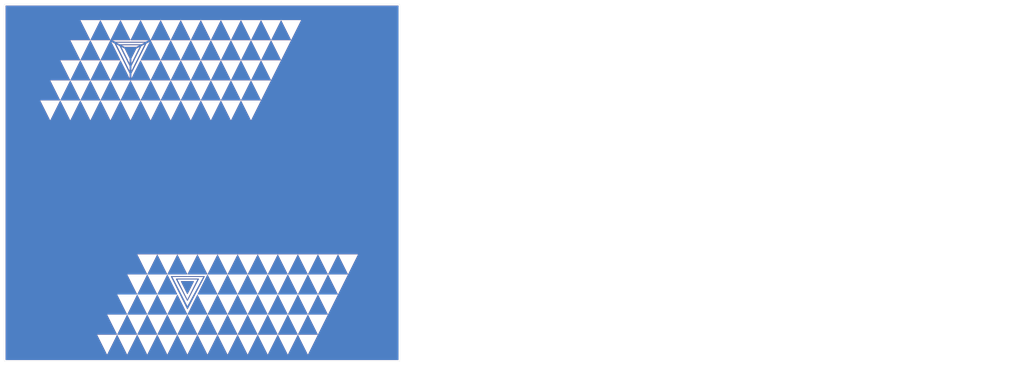
<source format=kicad_pcb>
(kicad_pcb (version 20241229) (generator "pcbnew") (generator_version "9.0")
  (layers (0 "F.Cu" signal) (2 "B.Cu" signal) (13 "F.Paste" user) (15 "B.Paste" user) (5 "F.SilkS" user "F.Silkscreen") (7 "B.SilkS" user "B.Silkscreen") (1 "F.Mask" user) (3 "B.Mask" user) (25 "Edge.Cuts" user))
  (net 0 "")
  (gr_rect (start 87.213208 25.30076) (end 228.004496 152.399872) (stroke (width 0.05)) (fill no) (layer "Edge.Cuts"))
  (zone (net 0) (net_name "") (layers "F.Cu" "B.Cu") (name "deco") (connect_pads (clearance 0)) (min_thickness 0.25)
    (keepout (tracks allowed) (vias allowed) (pads allowed) (copperpour not_allowed) (footprints allowed))
    (fill (thermal_gap 0.5) (thermal_bridge_width 0.5))
    (polygon (pts (xy 191.690625 114.3) (xy 184.546875 114.3) (xy 188.11875 121.44375)))
  )
  (zone (net 0) (net_name "") (layers "F.Cu" "B.Cu") (name "deco") (connect_pads (clearance 0)) (min_thickness 0.25)
    (keepout (tracks allowed) (vias allowed) (pads allowed) (copperpour not_allowed) (footprints allowed))
    (fill (thermal_gap 0.5) (thermal_bridge_width 0.5))
    (polygon (pts (xy 137.219499 38.992881) (xy 127.099112 38.992968) (xy 128.289736 39.588248) (xy 136.028792 39.588248)))
  )
  (zone (net 0) (net_name "") (layers "F.Cu" "B.Cu") (name "deco") (connect_pads (clearance 0)) (min_thickness 0.25)
    (keepout (tracks allowed) (vias allowed) (pads allowed) (copperpour not_allowed) (footprints allowed))
    (fill (thermal_gap 0.5) (thermal_bridge_width 0.5))
    (polygon (pts (xy 157.1625 30.95625) (xy 150.01875 30.95625) (xy 153.590625 38.1)))
  )
  (zone (net 0) (net_name "") (layers "F.Cu" "B.Cu") (name "deco") (connect_pads (clearance 0)) (min_thickness 0.25)
    (keepout (tracks allowed) (vias allowed) (pads allowed) (copperpour not_allowed) (footprints allowed))
    (fill (thermal_gap 0.5) (thermal_bridge_width 0.5))
    (polygon (pts (xy 146.446875 52.3875) (xy 142.875 59.53125) (xy 139.303125 52.3875)))
  )
  (zone (net 0) (net_name "") (layers "F.Cu" "B.Cu") (name "deco") (connect_pads (clearance 0)) (min_thickness 0.25)
    (keepout (tracks allowed) (vias allowed) (pads allowed) (copperpour not_allowed) (footprints allowed))
    (fill (thermal_gap 0.5) (thermal_bridge_width 0.5))
    (polygon (pts (xy 163.115625 142.875) (xy 166.6875 142.875) (xy 170.259375 142.875) (xy 166.6875 150.01875)))
  )
  (zone (net 0) (net_name "") (layers "F.Cu" "B.Cu") (name "deco") (connect_pads (clearance 0)) (min_thickness 0.25)
    (keepout (tracks allowed) (vias allowed) (pads allowed) (copperpour not_allowed) (footprints allowed))
    (fill (thermal_gap 0.5) (thermal_bridge_width 0.5))
    (polygon (pts (xy 159.54375 121.44375) (xy 163.115625 128.5875) (xy 166.6875 121.44375)))
  )
  (zone (net 0) (net_name "") (layers "F.Cu" "B.Cu") (name "deco") (connect_pads (clearance 0)) (min_thickness 0.25)
    (keepout (tracks allowed) (vias allowed) (pads allowed) (copperpour not_allowed) (footprints allowed))
    (fill (thermal_gap 0.5) (thermal_bridge_width 0.5))
    (polygon (pts (xy 100.0125 59.53125) (xy 103.584375 59.53125) (xy 107.15625 59.53125) (xy 103.584375 66.675)))
  )
  (zone (net 0) (net_name "") (layers "F.Cu" "B.Cu") (name "deco") (connect_pads (clearance 0)) (min_thickness 0.25)
    (keepout (tracks allowed) (vias allowed) (pads allowed) (copperpour not_allowed) (footprints allowed))
    (fill (thermal_gap 0.5) (thermal_bridge_width 0.5))
    (polygon (pts (xy 128.5875 59.53125) (xy 121.44375 59.53125) (xy 125.015625 66.675)))
  )
  (zone (net 0) (net_name "") (layers "F.Cu" "B.Cu") (name "deco") (connect_pads (clearance 0)) (min_thickness 0.25)
    (keepout (tracks allowed) (vias allowed) (pads allowed) (copperpour not_allowed) (footprints allowed))
    (fill (thermal_gap 0.5) (thermal_bridge_width 0.5))
    (polygon (pts (xy 205.978125 114.3) (xy 198.834375 114.3) (xy 202.40625 121.44375)))
  )
  (zone (net 0) (net_name "") (layers "F.Cu" "B.Cu") (name "deco") (connect_pads (clearance 0)) (min_thickness 0.25)
    (keepout (tracks allowed) (vias allowed) (pads allowed) (copperpour not_allowed) (footprints allowed))
    (fill (thermal_gap 0.5) (thermal_bridge_width 0.5))
    (polygon (pts (xy 127.396875 128.5875) (xy 130.96875 128.5875) (xy 134.540625 128.5875) (xy 130.96875 135.73125)))
  )
  (zone (net 0) (net_name "") (layers "F.Cu" "B.Cu") (name "deco") (connect_pads (clearance 0)) (min_thickness 0.25)
    (keepout (tracks allowed) (vias allowed) (pads allowed) (copperpour not_allowed) (footprints allowed))
    (fill (thermal_gap 0.5) (thermal_bridge_width 0.5))
    (polygon (pts (xy 148.828125 114.3) (xy 141.684375 114.3) (xy 145.25625 121.44375)))
  )
  (zone (net 0) (net_name "") (layers "F.Cu" "B.Cu") (name "deco") (connect_pads (clearance 0)) (min_thickness 0.25)
    (keepout (tracks allowed) (vias allowed) (pads allowed) (copperpour not_allowed) (footprints allowed))
    (fill (thermal_gap 0.5) (thermal_bridge_width 0.5))
    (polygon (pts (xy 141.684375 128.5875) (xy 145.25625 128.5875) (xy 148.828125 128.5875) (xy 145.25625 135.73125)))
  )
  (zone (net 0) (net_name "") (layers "F.Cu" "B.Cu") (name "deco") (connect_pads (clearance 0)) (min_thickness 0.25)
    (keepout (tracks allowed) (vias allowed) (pads allowed) (copperpour not_allowed) (footprints allowed))
    (fill (thermal_gap 0.5) (thermal_bridge_width 0.5))
    (polygon (pts (xy 191.690625 142.875) (xy 184.546875 142.875) (xy 188.11875 150.01875)))
  )
  (zone (net 0) (net_name "") (layers "F.Cu" "B.Cu") (name "deco") (connect_pads (clearance 0)) (min_thickness 0.25)
    (keepout (tracks allowed) (vias allowed) (pads allowed) (copperpour not_allowed) (footprints allowed))
    (fill (thermal_gap 0.5) (thermal_bridge_width 0.5))
    (polygon (pts (xy 202.40625 121.44375) (xy 198.834375 128.5875) (xy 195.2625 121.44375)))
  )
  (zone (net 0) (net_name "") (layers "F.Cu" "B.Cu") (name "deco") (connect_pads (clearance 0)) (min_thickness 0.25)
    (keepout (tracks allowed) (vias allowed) (pads allowed) (copperpour not_allowed) (footprints allowed))
    (fill (thermal_gap 0.5) (thermal_bridge_width 0.5))
    (polygon (pts (xy 163.115625 142.875) (xy 155.971875 142.875) (xy 159.54375 150.01875)))
  )
  (zone (net 0) (net_name "") (layers "F.Cu" "B.Cu") (name "deco") (connect_pads (clearance 0)) (min_thickness 0.25)
    (keepout (tracks allowed) (vias allowed) (pads allowed) (copperpour not_allowed) (footprints allowed))
    (fill (thermal_gap 0.5) (thermal_bridge_width 0.5))
    (polygon (pts (xy 141.684375 128.5875) (xy 134.540625 128.5875) (xy 138.1125 135.73125)))
  )
  (zone (net 0) (net_name "") (layers "F.Cu" "B.Cu") (name "deco") (connect_pads (clearance 0)) (min_thickness 0.25)
    (keepout (tracks allowed) (vias allowed) (pads allowed) (copperpour not_allowed) (footprints allowed))
    (fill (thermal_gap 0.5) (thermal_bridge_width 0.5))
    (polygon (pts (xy 125.015625 38.1) (xy 121.44375 45.24375) (xy 117.871875 38.1)))
  )
  (zone (net 0) (net_name "") (layers "F.Cu" "B.Cu") (name "deco") (connect_pads (clearance 0)) (min_thickness 0.25)
    (keepout (tracks allowed) (vias allowed) (pads allowed) (copperpour not_allowed) (footprints allowed))
    (fill (thermal_gap 0.5) (thermal_bridge_width 0.5))
    (polygon (pts (xy 127.099112 39.588248) (xy 131.861608 49.11324) (xy 131.861608 47.327304) (xy 128.289736 40.18356)))
  )
  (zone (net 0) (net_name "") (layers "F.Cu" "B.Cu") (name "deco") (connect_pads (clearance 0)) (min_thickness 0.25)
    (keepout (tracks allowed) (vias allowed) (pads allowed) (copperpour not_allowed) (footprints allowed))
    (fill (thermal_gap 0.5) (thermal_bridge_width 0.5))
    (polygon (pts (xy 157.1625 30.95625) (xy 160.734375 30.95625) (xy 164.30625 30.95625) (xy 160.734375 38.1)))
  )
  (zone (net 0) (net_name "") (layers "F.Cu" "B.Cu") (name "deco") (connect_pads (clearance 0)) (min_thickness 0.25)
    (keepout (tracks allowed) (vias allowed) (pads allowed) (copperpour not_allowed) (footprints allowed))
    (fill (thermal_gap 0.5) (thermal_bridge_width 0.5))
    (polygon (pts (xy 195.2625 135.73125) (xy 191.690625 142.875) (xy 188.11875 135.73125)))
  )
  (zone (net 0) (net_name "") (layers "F.Cu" "B.Cu") (name "deco") (connect_pads (clearance 0)) (min_thickness 0.25)
    (keepout (tracks allowed) (vias allowed) (pads allowed) (copperpour not_allowed) (footprints allowed))
    (fill (thermal_gap 0.5) (thermal_bridge_width 0.5))
    (polygon (pts (xy 184.546875 128.5875) (xy 188.11875 128.5875) (xy 191.690625 128.5875) (xy 188.11875 135.73125)))
  )
  (zone (net 0) (net_name "") (layers "F.Cu" "B.Cu") (connect_pads (clearance 0.5)) (min_thickness 0.25) (fill yes (thermal_gap 0.5) (thermal_bridge_width 0.5) (island_removal_mode 1) (island_area_min 10))
    (polygon (pts (xy 85.725 23.8125) (xy 85.725 154.78125) (xy 230.98125 154.78125) (xy 230.98125 23.8125)))
  )
  (zone (net 0) (net_name "") (layers "F.Cu" "B.Cu") (name "deco") (connect_pads (clearance 0)) (min_thickness 0.25)
    (keepout (tracks allowed) (vias allowed) (pads allowed) (copperpour not_allowed) (footprints allowed))
    (fill (thermal_gap 0.5) (thermal_bridge_width 0.5))
    (polygon (pts (xy 191.690625 114.3) (xy 195.2625 114.3) (xy 198.834375 114.3) (xy 195.2625 121.44375)))
  )
  (zone (net 0) (net_name "") (layers "F.Cu" "B.Cu") (name "deco") (connect_pads (clearance 0)) (min_thickness 0.25)
    (keepout (tracks allowed) (vias allowed) (pads allowed) (copperpour not_allowed) (footprints allowed))
    (fill (thermal_gap 0.5) (thermal_bridge_width 0.5))
    (polygon (pts (xy 150.01875 45.24375) (xy 153.590625 45.24375) (xy 157.1625 45.24375) (xy 153.590625 52.3875)))
  )
  (zone (net 0) (net_name "") (layers "F.Cu" "B.Cu") (name "deco") (connect_pads (clearance 0)) (min_thickness 0.25)
    (keepout (tracks allowed) (vias allowed) (pads allowed) (copperpour not_allowed) (footprints allowed))
    (fill (thermal_gap 0.5) (thermal_bridge_width 0.5))
    (polygon (pts (xy 128.885048 40.481216) (xy 131.861608 46.434336) (xy 131.861608 44.6484) (xy 130.075672 41.076528)))
  )
  (zone (net 0) (net_name "") (layers "F.Cu" "B.Cu") (name "deco") (connect_pads (clearance 0)) (min_thickness 0.25)
    (keepout (tracks allowed) (vias allowed) (pads allowed) (copperpour not_allowed) (footprints allowed))
    (fill (thermal_gap 0.5) (thermal_bridge_width 0.5))
    (polygon (pts (xy 130.96875 121.44375) (xy 134.540625 128.5875) (xy 138.1125 121.44375)))
  )
  (zone (net 0) (net_name "") (layers "F.Cu" "B.Cu") (name "deco") (connect_pads (clearance 0)) (min_thickness 0.25)
    (keepout (tracks allowed) (vias allowed) (pads allowed) (copperpour not_allowed) (footprints allowed))
    (fill (thermal_gap 0.5) (thermal_bridge_width 0.5))
    (polygon (pts (xy 132.159375 52.3875) (xy 135.73125 59.53125) (xy 139.303125 52.3875)))
  )
  (zone (net 0) (net_name "") (layers "F.Cu" "B.Cu") (name "deco") (connect_pads (clearance 0)) (min_thickness 0.25)
    (keepout (tracks allowed) (vias allowed) (pads allowed) (copperpour not_allowed) (footprints allowed))
    (fill (thermal_gap 0.5) (thermal_bridge_width 0.5))
    (polygon (pts (xy 114.3 59.53125) (xy 107.15625 59.53125) (xy 110.728125 66.675)))
  )
  (zone (net 0) (net_name "") (layers "F.Cu" "B.Cu") (name "deco") (connect_pads (clearance 0)) (min_thickness 0.25)
    (keepout (tracks allowed) (vias allowed) (pads allowed) (copperpour not_allowed) (footprints allowed))
    (fill (thermal_gap 0.5) (thermal_bridge_width 0.5))
    (polygon (pts (xy 188.11875 121.44375) (xy 191.690625 128.5875) (xy 195.2625 121.44375)))
  )
  (zone (net 0) (net_name "") (layers "F.Cu" "B.Cu") (name "deco") (connect_pads (clearance 0)) (min_thickness 0.25)
    (keepout (tracks allowed) (vias allowed) (pads allowed) (copperpour not_allowed) (footprints allowed))
    (fill (thermal_gap 0.5) (thermal_bridge_width 0.5))
    (polygon (pts (xy 103.584375 52.3875) (xy 107.15625 59.53125) (xy 110.728125 52.3875)))
  )
  (zone (net 0) (net_name "") (layers "F.Cu" "B.Cu") (name "deco") (connect_pads (clearance 0)) (min_thickness 0.25)
    (keepout (tracks allowed) (vias allowed) (pads allowed) (copperpour not_allowed) (footprints allowed))
    (fill (thermal_gap 0.5) (thermal_bridge_width 0.5))
    (polygon (pts (xy 153.590625 38.1) (xy 150.01875 45.24375) (xy 146.446875 38.1)))
  )
  (zone (net 0) (net_name "") (layers "F.Cu" "B.Cu") (name "deco") (connect_pads (clearance 0)) (min_thickness 0.25)
    (keepout (tracks allowed) (vias allowed) (pads allowed) (copperpour not_allowed) (footprints allowed))
    (fill (thermal_gap 0.5) (thermal_bridge_width 0.5))
    (polygon (pts (xy 195.2625 135.73125) (xy 198.834375 142.875) (xy 202.40625 135.73125)))
  )
  (zone (net 0) (net_name "") (layers "F.Cu" "B.Cu") (name "deco") (connect_pads (clearance 0)) (min_thickness 0.25)
    (keepout (tracks allowed) (vias allowed) (pads allowed) (copperpour not_allowed) (footprints allowed))
    (fill (thermal_gap 0.5) (thermal_bridge_width 0.5))
    (polygon (pts (xy 125.313176 38.69528) (xy 131.861608 51.792144) (xy 131.861608 50.006208) (xy 126.5038 39.290592)))
  )
  (zone (net 0) (net_name "") (layers "F.Cu" "B.Cu") (name "deco") (connect_pads (clearance 0)) (min_thickness 0.25)
    (keepout (tracks allowed) (vias allowed) (pads allowed) (copperpour not_allowed) (footprints allowed))
    (fill (thermal_gap 0.5) (thermal_bridge_width 0.5))
    (polygon (pts (xy 166.6875 135.73125) (xy 170.259375 142.875) (xy 173.83125 135.73125)))
  )
  (zone (net 0) (net_name "") (layers "F.Cu" "B.Cu") (name "deco") (connect_pads (clearance 0)) (min_thickness 0.25)
    (keepout (tracks allowed) (vias allowed) (pads allowed) (copperpour not_allowed) (footprints allowed))
    (fill (thermal_gap 0.5) (thermal_bridge_width 0.5))
    (polygon (pts (xy 121.44375 45.24375) (xy 114.3 45.24375) (xy 117.871875 52.3875)))
  )
  (zone (net 0) (net_name "") (layers "F.Cu" "B.Cu") (name "deco") (connect_pads (clearance 0)) (min_thickness 0.25)
    (keepout (tracks allowed) (vias allowed) (pads allowed) (copperpour not_allowed) (footprints allowed))
    (fill (thermal_gap 0.5) (thermal_bridge_width 0.5))
    (polygon (pts (xy 177.403125 142.875) (xy 170.259375 142.875) (xy 173.83125 150.01875)))
  )
  (zone (net 0) (net_name "") (layers "F.Cu" "B.Cu") (name "deco") (connect_pads (clearance 0)) (min_thickness 0.25)
    (keepout (tracks allowed) (vias allowed) (pads allowed) (copperpour not_allowed) (footprints allowed))
    (fill (thermal_gap 0.5) (thermal_bridge_width 0.5))
    (polygon (pts (xy 148.828 123.229654) (xy 152.399872 130.373328) (xy 152.399872 128.587392) (xy 150.018624 123.824896)))
  )
  (zone (net 0) (net_name "") (layers "F.Cu" "B.Cu") (name "deco") (connect_pads (clearance 0)) (min_thickness 0.25)
    (keepout (tracks allowed) (vias allowed) (pads allowed) (copperpour not_allowed) (footprints allowed))
    (fill (thermal_gap 0.5) (thermal_bridge_width 0.5))
    (polygon (pts (xy 137.219416 39.588248) (xy 132.45692 49.11324) (xy 132.45692 47.327304) (xy 136.028792 40.18356)))
  )
  (zone (net 0) (net_name "") (layers "F.Cu" "B.Cu") (name "deco") (connect_pads (clearance 0)) (min_thickness 0.25)
    (keepout (tracks allowed) (vias allowed) (pads allowed) (copperpour not_allowed) (footprints allowed))
    (fill (thermal_gap 0.5) (thermal_bridge_width 0.5))
    (polygon (pts (xy 167.878125 38.1) (xy 164.30625 45.24375) (xy 160.734375 38.1)))
  )
  (zone (net 0) (net_name "") (layers "F.Cu" "B.Cu") (name "deco") (connect_pads (clearance 0)) (min_thickness 0.25)
    (keepout (tracks allowed) (vias allowed) (pads allowed) (copperpour not_allowed) (footprints allowed))
    (fill (thermal_gap 0.5) (thermal_bridge_width 0.5))
    (polygon (pts (xy 121.44375 45.24375) (xy 125.015625 45.24375) (xy 128.5875 45.24375) (xy 125.015625 52.3875)))
  )
  (zone (net 0) (net_name "") (layers "F.Cu" "B.Cu") (name "deco") (connect_pads (clearance 0)) (min_thickness 0.25)
    (keepout (tracks allowed) (vias allowed) (pads allowed) (copperpour not_allowed) (footprints allowed))
    (fill (thermal_gap 0.5) (thermal_bridge_width 0.5))
    (polygon (pts (xy 170.259375 128.5875) (xy 163.115625 128.5875) (xy 166.6875 135.73125)))
  )
  (zone (net 0) (net_name "") (layers "F.Cu" "B.Cu") (name "deco") (connect_pads (clearance 0)) (min_thickness 0.25)
    (keepout (tracks allowed) (vias allowed) (pads allowed) (copperpour not_allowed) (footprints allowed))
    (fill (thermal_gap 0.5) (thermal_bridge_width 0.5))
    (polygon (pts (xy 145.25625 121.44375) (xy 141.684375 128.5875) (xy 138.1125 121.44375)))
  )
  (zone (net 0) (net_name "") (layers "F.Cu" "B.Cu") (name "deco") (connect_pads (clearance 0)) (min_thickness 0.25)
    (keepout (tracks allowed) (vias allowed) (pads allowed) (copperpour not_allowed) (footprints allowed))
    (fill (thermal_gap 0.5) (thermal_bridge_width 0.5))
    (polygon (pts (xy 171.45 59.53125) (xy 175.021875 59.53125) (xy 178.59375 59.53125) (xy 175.021875 66.675)))
  )
  (zone (net 0) (net_name "") (layers "F.Cu" "B.Cu") (name "deco") (connect_pads (clearance 0)) (min_thickness 0.25)
    (keepout (tracks allowed) (vias allowed) (pads allowed) (copperpour not_allowed) (footprints allowed))
    (fill (thermal_gap 0.5) (thermal_bridge_width 0.5))
    (polygon (pts (xy 160.734375 52.3875) (xy 164.30625 59.53125) (xy 167.878125 52.3875)))
  )
  (zone (net 0) (net_name "") (layers "F.Cu" "B.Cu") (name "deco") (connect_pads (clearance 0)) (min_thickness 0.25)
    (keepout (tracks allowed) (vias allowed) (pads allowed) (copperpour not_allowed) (footprints allowed))
    (fill (thermal_gap 0.5) (thermal_bridge_width 0.5))
    (polygon (pts (xy 145.25625 121.44375) (xy 152.4 135.73125) (xy 152.399872 133.9452) (xy 146.446752 122.03903)))
  )
  (zone (net 0) (net_name "") (layers "F.Cu" "B.Cu") (name "deco") (connect_pads (clearance 0)) (min_thickness 0.25)
    (keepout (tracks allowed) (vias allowed) (pads allowed) (copperpour not_allowed) (footprints allowed))
    (fill (thermal_gap 0.5) (thermal_bridge_width 0.5))
    (polygon (pts (xy 173.83125 121.44375) (xy 177.403125 128.5875) (xy 180.975 121.44375)))
  )
  (zone (net 0) (net_name "") (layers "F.Cu" "B.Cu") (name "deco") (connect_pads (clearance 0)) (min_thickness 0.25)
    (keepout (tracks allowed) (vias allowed) (pads allowed) (copperpour not_allowed) (footprints allowed))
    (fill (thermal_gap 0.5) (thermal_bridge_width 0.5))
    (polygon (pts (xy 142.875 59.53125) (xy 135.73125 59.53125) (xy 139.303125 66.675)))
  )
  (zone (net 0) (net_name "") (layers "F.Cu" "B.Cu") (name "deco") (connect_pads (clearance 0)) (min_thickness 0.25)
    (keepout (tracks allowed) (vias allowed) (pads allowed) (copperpour not_allowed) (footprints allowed))
    (fill (thermal_gap 0.5) (thermal_bridge_width 0.5))
    (polygon (pts (xy 135.43348 40.481216) (xy 132.45692 46.434336) (xy 132.45692 44.6484) (xy 134.242856 41.076528)))
  )
  (zone (net 0) (net_name "") (layers "F.Cu" "B.Cu") (name "deco") (connect_pads (clearance 0)) (min_thickness 0.25)
    (keepout (tracks allowed) (vias allowed) (pads allowed) (copperpour not_allowed) (footprints allowed))
    (fill (thermal_gap 0.5) (thermal_bridge_width 0.5))
    (polygon (pts (xy 114.3 59.53125) (xy 117.871875 59.53125) (xy 121.44375 59.53125) (xy 117.871875 66.675)))
  )
  (zone (net 0) (net_name "") (layers "F.Cu" "B.Cu") (name "deco") (connect_pads (clearance 0)) (min_thickness 0.25)
    (keepout (tracks allowed) (vias allowed) (pads allowed) (copperpour not_allowed) (footprints allowed))
    (fill (thermal_gap 0.5) (thermal_bridge_width 0.5))
    (polygon (pts (xy 191.690625 142.875) (xy 195.2625 142.875) (xy 198.834375 142.875) (xy 195.2625 150.01875)))
  )
  (zone (net 0) (net_name "") (layers "F.Cu" "B.Cu") (name "deco") (connect_pads (clearance 0)) (min_thickness 0.25)
    (keepout (tracks allowed) (vias allowed) (pads allowed) (copperpour not_allowed) (footprints allowed))
    (fill (thermal_gap 0.5) (thermal_bridge_width 0.5))
    (polygon (pts (xy 170.259375 128.5875) (xy 173.83125 128.5875) (xy 177.403125 128.5875) (xy 173.83125 135.73125)))
  )
  (zone (net 0) (net_name "") (layers "F.Cu" "B.Cu") (name "deco") (connect_pads (clearance 0)) (min_thickness 0.25)
    (keepout (tracks allowed) (vias allowed) (pads allowed) (copperpour not_allowed) (footprints allowed))
    (fill (thermal_gap 0.5) (thermal_bridge_width 0.5))
    (polygon (pts (xy 171.45 59.53125) (xy 164.30625 59.53125) (xy 167.878125 66.675)))
  )
  (zone (net 0) (net_name "") (layers "F.Cu" "B.Cu") (name "deco") (connect_pads (clearance 0)) (min_thickness 0.25)
    (keepout (tracks allowed) (vias allowed) (pads allowed) (copperpour not_allowed) (footprints allowed))
    (fill (thermal_gap 0.5) (thermal_bridge_width 0.5))
    (polygon (pts (xy 148.828125 142.875) (xy 141.684375 142.875) (xy 145.25625 150.01875)))
  )
  (zone (net 0) (net_name "") (layers "F.Cu" "B.Cu") (name "deco") (connect_pads (clearance 0)) (min_thickness 0.25)
    (keepout (tracks allowed) (vias allowed) (pads allowed) (copperpour not_allowed) (footprints allowed))
    (fill (thermal_gap 0.5) (thermal_bridge_width 0.5))
    (polygon (pts (xy 177.403125 114.3) (xy 180.975 114.3) (xy 184.546875 114.3) (xy 180.975 121.44375)))
  )
  (zone (net 0) (net_name "") (layers "F.Cu" "B.Cu") (name "deco") (connect_pads (clearance 0)) (min_thickness 0.25)
    (keepout (tracks allowed) (vias allowed) (pads allowed) (copperpour not_allowed) (footprints allowed))
    (fill (thermal_gap 0.5) (thermal_bridge_width 0.5))
    (polygon (pts (xy 178.59375 45.24375) (xy 171.45 45.24375) (xy 175.021875 52.3875)))
  )
  (zone (net 0) (net_name "") (layers "F.Cu" "B.Cu") (name "deco") (connect_pads (clearance 0)) (min_thickness 0.25)
    (keepout (tracks allowed) (vias allowed) (pads allowed) (copperpour not_allowed) (footprints allowed))
    (fill (thermal_gap 0.5) (thermal_bridge_width 0.5))
    (polygon (pts (xy 142.875 30.95625) (xy 146.446875 30.95625) (xy 150.01875 30.95625) (xy 146.446875 38.1)))
  )
  (zone (net 0) (net_name "") (layers "F.Cu" "B.Cu") (name "deco") (connect_pads (clearance 0)) (min_thickness 0.25)
    (keepout (tracks allowed) (vias allowed) (pads allowed) (copperpour not_allowed) (footprints allowed))
    (fill (thermal_gap 0.5) (thermal_bridge_width 0.5))
    (polygon (pts (xy 171.45 30.95625) (xy 175.021875 30.95625) (xy 178.59375 30.95625) (xy 175.021875 38.1)))
  )
  (zone (net 0) (net_name "") (layers "F.Cu" "B.Cu") (name "deco") (connect_pads (clearance 0)) (min_thickness 0.25)
    (keepout (tracks allowed) (vias allowed) (pads allowed) (copperpour not_allowed) (footprints allowed))
    (fill (thermal_gap 0.5) (thermal_bridge_width 0.5))
    (polygon (pts (xy 175.021875 52.3875) (xy 171.45 59.53125) (xy 167.878125 52.3875)))
  )
  (zone (net 0) (net_name "") (layers "F.Cu" "B.Cu") (name "deco") (connect_pads (clearance 0)) (min_thickness 0.25)
    (keepout (tracks allowed) (vias allowed) (pads allowed) (copperpour not_allowed) (footprints allowed))
    (fill (thermal_gap 0.5) (thermal_bridge_width 0.5))
    (polygon (pts (xy 180.975 135.73125) (xy 177.403125 142.875) (xy 173.83125 135.73125)))
  )
  (zone (net 0) (net_name "") (layers "F.Cu" "B.Cu") (name "deco") (connect_pads (clearance 0)) (min_thickness 0.25)
    (keepout (tracks allowed) (vias allowed) (pads allowed) (copperpour not_allowed) (footprints allowed))
    (fill (thermal_gap 0.5) (thermal_bridge_width 0.5))
    (polygon (pts (xy 135.73125 45.24375) (xy 139.303125 45.24375) (xy 142.875 45.24375) (xy 139.303125 52.3875)))
  )
  (zone (net 0) (net_name "") (layers "F.Cu" "B.Cu") (name "deco") (connect_pads (clearance 0)) (min_thickness 0.25)
    (keepout (tracks allowed) (vias allowed) (pads allowed) (copperpour not_allowed) (footprints allowed))
    (fill (thermal_gap 0.5) (thermal_bridge_width 0.5))
    (polygon (pts (xy 182.165625 38.1) (xy 185.7375 45.24375) (xy 189.309375 38.1)))
  )
  (zone (net 0) (net_name "") (layers "F.Cu" "B.Cu") (name "deco") (connect_pads (clearance 0)) (min_thickness 0.25)
    (keepout (tracks allowed) (vias allowed) (pads allowed) (copperpour not_allowed) (footprints allowed))
    (fill (thermal_gap 0.5) (thermal_bridge_width 0.5))
    (polygon (pts (xy 147.042064 122.336718) (xy 152.399872 132.754576) (xy 152.399872 130.96864) (xy 148.232688 122.931998)))
  )
  (zone (net 0) (net_name "") (layers "F.Cu" "B.Cu") (name "deco") (connect_pads (clearance 0)) (min_thickness 0.25)
    (keepout (tracks allowed) (vias allowed) (pads allowed) (copperpour not_allowed) (footprints allowed))
    (fill (thermal_gap 0.5) (thermal_bridge_width 0.5))
    (polygon (pts (xy 164.30625 45.24375) (xy 157.1625 45.24375) (xy 160.734375 52.3875)))
  )
  (zone (net 0) (net_name "") (layers "F.Cu" "B.Cu") (name "deco") (connect_pads (clearance 0)) (min_thickness 0.25)
    (keepout (tracks allowed) (vias allowed) (pads allowed) (copperpour not_allowed) (footprints allowed))
    (fill (thermal_gap 0.5) (thermal_bridge_width 0.5))
    (polygon (pts (xy 128.5875 30.95625) (xy 121.44375 30.95625) (xy 125.015625 38.1)))
  )
  (zone (net 0) (net_name "") (layers "F.Cu" "B.Cu") (name "deco") (connect_pads (clearance 0)) (min_thickness 0.25)
    (keepout (tracks allowed) (vias allowed) (pads allowed) (copperpour not_allowed) (footprints allowed))
    (fill (thermal_gap 0.5) (thermal_bridge_width 0.5))
    (polygon (pts (xy 175.021875 52.3875) (xy 178.59375 59.53125) (xy 182.165625 52.3875)))
  )
  (zone (net 0) (net_name "") (layers "F.Cu" "B.Cu") (name "deco") (connect_pads (clearance 0)) (min_thickness 0.25)
    (keepout (tracks allowed) (vias allowed) (pads allowed) (copperpour not_allowed) (footprints allowed))
    (fill (thermal_gap 0.5) (thermal_bridge_width 0.5))
    (polygon (pts (xy 159.54375 121.44375) (xy 145.25625 121.44375) (xy 146.446752 122.03903) (xy 158.650648 122.03896)))
  )
  (zone (net 0) (net_name "") (layers "F.Cu" "B.Cu") (name "deco") (connect_pads (clearance 0)) (min_thickness 0.25)
    (keepout (tracks allowed) (vias allowed) (pads allowed) (copperpour not_allowed) (footprints allowed))
    (fill (thermal_gap 0.5) (thermal_bridge_width 0.5))
    (polygon (pts (xy 177.403125 114.3) (xy 170.259375 114.3) (xy 173.83125 121.44375)))
  )
  (zone (net 0) (net_name "") (layers "F.Cu" "B.Cu") (name "deco") (connect_pads (clearance 0)) (min_thickness 0.25)
    (keepout (tracks allowed) (vias allowed) (pads allowed) (copperpour not_allowed) (footprints allowed))
    (fill (thermal_gap 0.5) (thermal_bridge_width 0.5))
    (polygon (pts (xy 160.734375 52.3875) (xy 157.1625 59.53125) (xy 153.590625 52.3875)))
  )
  (zone (net 0) (net_name "") (layers "F.Cu" "B.Cu") (name "deco") (connect_pads (clearance 0)) (min_thickness 0.25)
    (keepout (tracks allowed) (vias allowed) (pads allowed) (copperpour not_allowed) (footprints allowed))
    (fill (thermal_gap 0.5) (thermal_bridge_width 0.5))
    (polygon (pts (xy 205.978125 114.3) (xy 209.55 114.3) (xy 213.121875 114.3) (xy 209.55 121.44375)))
  )
  (zone (net 0) (net_name "") (layers "F.Cu" "B.Cu") (name "deco") (connect_pads (clearance 0)) (min_thickness 0.25)
    (keepout (tracks allowed) (vias allowed) (pads allowed) (copperpour not_allowed) (footprints allowed))
    (fill (thermal_gap 0.5) (thermal_bridge_width 0.5))
    (polygon (pts (xy 167.878125 38.1) (xy 171.45 45.24375) (xy 175.021875 38.1)))
  )
  (zone (net 0) (net_name "") (layers "F.Cu" "B.Cu") (name "deco") (connect_pads (clearance 0)) (min_thickness 0.25)
    (keepout (tracks allowed) (vias allowed) (pads allowed) (copperpour not_allowed) (footprints allowed))
    (fill (thermal_gap 0.5) (thermal_bridge_width 0.5))
    (polygon (pts (xy 134.540625 142.875) (xy 138.1125 142.875) (xy 141.684375 142.875) (xy 138.1125 150.01875)))
  )
  (zone (net 0) (net_name "") (layers "F.Cu" "B.Cu") (name "deco") (connect_pads (clearance 0)) (min_thickness 0.25)
    (keepout (tracks allowed) (vias allowed) (pads allowed) (copperpour not_allowed) (footprints allowed))
    (fill (thermal_gap 0.5) (thermal_bridge_width 0.5))
    (polygon (pts (xy 117.871875 52.3875) (xy 114.3 59.53125) (xy 110.728125 52.3875)))
  )
  (zone (net 0) (net_name "") (layers "F.Cu" "B.Cu") (name "deco") (connect_pads (clearance 0)) (min_thickness 0.25)
    (keepout (tracks allowed) (vias allowed) (pads allowed) (copperpour not_allowed) (footprints allowed))
    (fill (thermal_gap 0.5) (thermal_bridge_width 0.5))
    (polygon (pts (xy 163.115625 114.3) (xy 166.6875 114.3) (xy 170.259375 114.3) (xy 166.6875 121.44375)))
  )
  (zone (net 0) (net_name "") (layers "F.Cu" "B.Cu") (name "deco") (connect_pads (clearance 0)) (min_thickness 0.25)
    (keepout (tracks allowed) (vias allowed) (pads allowed) (copperpour not_allowed) (footprints allowed))
    (fill (thermal_gap 0.5) (thermal_bridge_width 0.5))
    (polygon (pts (xy 180.975 135.73125) (xy 184.546875 142.875) (xy 188.11875 135.73125)))
  )
  (zone (net 0) (net_name "") (layers "F.Cu" "B.Cu") (name "deco") (connect_pads (clearance 0)) (min_thickness 0.25)
    (keepout (tracks allowed) (vias allowed) (pads allowed) (copperpour not_allowed) (footprints allowed))
    (fill (thermal_gap 0.5) (thermal_bridge_width 0.5))
    (polygon (pts (xy 132.159375 52.3875) (xy 128.5875 59.53125) (xy 125.015625 52.3875)))
  )
  (zone (net 0) (net_name "") (layers "F.Cu" "B.Cu") (name "deco") (connect_pads (clearance 0)) (min_thickness 0.25)
    (keepout (tracks allowed) (vias allowed) (pads allowed) (copperpour not_allowed) (footprints allowed))
    (fill (thermal_gap 0.5) (thermal_bridge_width 0.5))
    (polygon (pts (xy 123.825 135.73125) (xy 127.396875 142.875) (xy 130.96875 135.73125)))
  )
  (zone (net 0) (net_name "") (layers "F.Cu" "B.Cu") (name "deco") (connect_pads (clearance 0)) (min_thickness 0.25)
    (keepout (tracks allowed) (vias allowed) (pads allowed) (copperpour not_allowed) (footprints allowed))
    (fill (thermal_gap 0.5) (thermal_bridge_width 0.5))
    (polygon (pts (xy 188.11875 121.44375) (xy 184.546875 128.5875) (xy 180.975 121.44375)))
  )
  (zone (net 0) (net_name "") (layers "F.Cu" "B.Cu") (name "deco") (connect_pads (clearance 0)) (min_thickness 0.25)
    (keepout (tracks allowed) (vias allowed) (pads allowed) (copperpour not_allowed) (footprints allowed))
    (fill (thermal_gap 0.5) (thermal_bridge_width 0.5))
    (polygon (pts (xy 139.303125 38.1) (xy 142.875 45.24375) (xy 146.446875 38.1)))
  )
  (zone (net 0) (net_name "") (layers "F.Cu" "B.Cu") (name "deco") (connect_pads (clearance 0)) (min_thickness 0.25)
    (keepout (tracks allowed) (vias allowed) (pads allowed) (copperpour not_allowed) (footprints allowed))
    (fill (thermal_gap 0.5) (thermal_bridge_width 0.5))
    (polygon (pts (xy 164.30625 45.24375) (xy 167.878125 45.24375) (xy 171.45 45.24375) (xy 167.878125 52.3875)))
  )
  (zone (net 0) (net_name "") (layers "F.Cu" "B.Cu") (name "deco") (connect_pads (clearance 0)) (min_thickness 0.25)
    (keepout (tracks allowed) (vias allowed) (pads allowed) (copperpour not_allowed) (footprints allowed))
    (fill (thermal_gap 0.5) (thermal_bridge_width 0.5))
    (polygon (pts (xy 152.4 135.73125) (xy 155.971875 142.875) (xy 159.54375 135.73125)))
  )
  (zone (net 0) (net_name "") (layers "F.Cu" "B.Cu") (name "deco") (connect_pads (clearance 0)) (min_thickness 0.25)
    (keepout (tracks allowed) (vias allowed) (pads allowed) (copperpour not_allowed) (footprints allowed))
    (fill (thermal_gap 0.5) (thermal_bridge_width 0.5))
    (polygon (pts (xy 117.871875 52.3875) (xy 121.44375 59.53125) (xy 125.015625 52.3875)))
  )
  (zone (net 0) (net_name "") (layers "F.Cu" "B.Cu") (name "deco") (connect_pads (clearance 0)) (min_thickness 0.25)
    (keepout (tracks allowed) (vias allowed) (pads allowed) (copperpour not_allowed) (footprints allowed))
    (fill (thermal_gap 0.5) (thermal_bridge_width 0.5))
    (polygon (pts (xy 134.540625 142.875) (xy 127.396875 142.875) (xy 130.96875 150.01875)))
  )
  (zone (net 0) (net_name "") (layers "F.Cu" "B.Cu") (name "deco") (connect_pads (clearance 0)) (min_thickness 0.25)
    (keepout (tracks allowed) (vias allowed) (pads allowed) (copperpour not_allowed) (footprints allowed))
    (fill (thermal_gap 0.5) (thermal_bridge_width 0.5))
    (polygon (pts (xy 128.5875 30.95625) (xy 132.159375 30.95625) (xy 135.73125 30.95625) (xy 132.159375 38.1)))
  )
  (zone (net 0) (net_name "") (layers "F.Cu" "B.Cu") (name "deco") (connect_pads (clearance 0)) (min_thickness 0.25)
    (keepout (tracks allowed) (vias allowed) (pads allowed) (copperpour not_allowed) (footprints allowed))
    (fill (thermal_gap 0.5) (thermal_bridge_width 0.5))
    (polygon (pts (xy 184.546875 128.5875) (xy 177.403125 128.5875) (xy 180.975 135.73125)))
  )
  (zone (net 0) (net_name "") (layers "F.Cu" "B.Cu") (name "deco") (connect_pads (clearance 0)) (min_thickness 0.25)
    (keepout (tracks allowed) (vias allowed) (pads allowed) (copperpour not_allowed) (footprints allowed))
    (fill (thermal_gap 0.5) (thermal_bridge_width 0.5))
    (polygon (pts (xy 120.253125 142.875) (xy 123.825 142.875) (xy 127.396875 142.875) (xy 123.825 150.01875)))
  )
  (zone (net 0) (net_name "") (layers "F.Cu" "B.Cu") (name "deco") (connect_pads (clearance 0)) (min_thickness 0.25)
    (keepout (tracks allowed) (vias allowed) (pads allowed) (copperpour not_allowed) (footprints allowed))
    (fill (thermal_gap 0.5) (thermal_bridge_width 0.5))
    (polygon (pts (xy 158.055336 122.336616) (xy 147.042064 122.336718) (xy 148.232688 122.931998) (xy 156.567056 122.931928)))
  )
  (zone (net 0) (net_name "") (layers "F.Cu" "B.Cu") (name "deco") (connect_pads (clearance 0)) (min_thickness 0.25)
    (keepout (tracks allowed) (vias allowed) (pads allowed) (copperpour not_allowed) (footprints allowed))
    (fill (thermal_gap 0.5) (thermal_bridge_width 0.5))
    (polygon (pts (xy 198.834375 128.5875) (xy 202.40625 128.5875) (xy 205.978125 128.5875) (xy 202.40625 135.73125)))
  )
  (zone (net 0) (net_name "") (layers "F.Cu" "B.Cu") (name "deco") (connect_pads (clearance 0)) (min_thickness 0.25)
    (keepout (tracks allowed) (vias allowed) (pads allowed) (copperpour not_allowed) (footprints allowed))
    (fill (thermal_gap 0.5) (thermal_bridge_width 0.5))
    (polygon (pts (xy 155.971875 128.5875) (xy 159.54375 128.5875) (xy 163.115625 128.5875) (xy 159.54375 135.73125)))
  )
  (zone (net 0) (net_name "") (layers "F.Cu" "B.Cu") (name "deco") (connect_pads (clearance 0)) (min_thickness 0.25)
    (keepout (tracks allowed) (vias allowed) (pads allowed) (copperpour not_allowed) (footprints allowed))
    (fill (thermal_gap 0.5) (thermal_bridge_width 0.5))
    (polygon (pts (xy 128.5875 59.53125) (xy 132.159375 59.53125) (xy 135.73125 59.53125) (xy 132.159375 66.675)))
  )
  (zone (net 0) (net_name "") (layers "F.Cu" "B.Cu") (name "deco") (connect_pads (clearance 0)) (min_thickness 0.25)
    (keepout (tracks allowed) (vias allowed) (pads allowed) (copperpour not_allowed) (footprints allowed))
    (fill (thermal_gap 0.5) (thermal_bridge_width 0.5))
    (polygon (pts (xy 148.828125 114.3) (xy 152.4 114.3) (xy 155.971875 114.3) (xy 152.4 121.44375)))
  )
  (zone (net 0) (net_name "") (layers "F.Cu" "B.Cu") (name "deco") (connect_pads (clearance 0)) (min_thickness 0.25)
    (keepout (tracks allowed) (vias allowed) (pads allowed) (copperpour not_allowed) (footprints allowed))
    (fill (thermal_gap 0.5) (thermal_bridge_width 0.5))
    (polygon (pts (xy 110.728125 38.1) (xy 114.3 45.24375) (xy 117.871875 38.1)))
  )
  (zone (net 0) (net_name "") (layers "F.Cu" "B.Cu") (name "deco") (connect_pads (clearance 0)) (min_thickness 0.25)
    (keepout (tracks allowed) (vias allowed) (pads allowed) (copperpour not_allowed) (footprints allowed))
    (fill (thermal_gap 0.5) (thermal_bridge_width 0.5))
    (polygon (pts (xy 182.165625 38.1) (xy 178.59375 45.24375) (xy 175.021875 38.1)))
  )
  (zone (net 0) (net_name "") (layers "F.Cu" "B.Cu") (name "deco") (connect_pads (clearance 0)) (min_thickness 0.25)
    (keepout (tracks allowed) (vias allowed) (pads allowed) (copperpour not_allowed) (footprints allowed))
    (fill (thermal_gap 0.5) (thermal_bridge_width 0.5))
    (polygon (pts (xy 153.590625 38.1) (xy 157.1625 45.24375) (xy 160.734375 38.1)))
  )
  (zone (net 0) (net_name "") (layers "F.Cu" "B.Cu") (name "deco") (connect_pads (clearance 0)) (min_thickness 0.25)
    (keepout (tracks allowed) (vias allowed) (pads allowed) (copperpour not_allowed) (footprints allowed))
    (fill (thermal_gap 0.5) (thermal_bridge_width 0.5))
    (polygon (pts (xy 158.055336 122.336616) (xy 152.399872 132.754576) (xy 152.399872 130.96864) (xy 156.567056 122.931928)))
  )
  (zone (net 0) (net_name "") (layers "F.Cu" "B.Cu") (name "deco") (connect_pads (clearance 0)) (min_thickness 0.25)
    (keepout (tracks allowed) (vias allowed) (pads allowed) (copperpour not_allowed) (footprints allowed))
    (fill (thermal_gap 0.5) (thermal_bridge_width 0.5))
    (polygon (pts (xy 155.971744 123.229584) (xy 152.399872 130.373328) (xy 152.399872 128.587392) (xy 154.78112 123.824896)))
  )
  (zone (net 0) (net_name "") (layers "F.Cu" "B.Cu") (name "deco") (connect_pads (clearance 0)) (min_thickness 0.25)
    (keepout (tracks allowed) (vias allowed) (pads allowed) (copperpour not_allowed) (footprints allowed))
    (fill (thermal_gap 0.5) (thermal_bridge_width 0.5))
    (polygon (pts (xy 150.01875 45.24375) (xy 142.875 45.24375) (xy 146.446875 52.3875)))
  )
  (zone (net 0) (net_name "") (layers "F.Cu" "B.Cu") (name "deco") (connect_pads (clearance 0)) (min_thickness 0.25)
    (keepout (tracks allowed) (vias allowed) (pads allowed) (copperpour not_allowed) (footprints allowed))
    (fill (thermal_gap 0.5) (thermal_bridge_width 0.5))
    (polygon (pts (xy 146.446875 52.3875) (xy 150.01875 59.53125) (xy 153.590625 52.3875)))
  )
  (zone (net 0) (net_name "") (layers "F.Cu" "B.Cu") (name "deco") (connect_pads (clearance 0)) (min_thickness 0.25)
    (keepout (tracks allowed) (vias allowed) (pads allowed) (copperpour not_allowed) (footprints allowed))
    (fill (thermal_gap 0.5) (thermal_bridge_width 0.5))
    (polygon (pts (xy 139.005352 38.69528) (xy 132.45692 51.792144) (xy 132.45692 50.006208) (xy 137.814728 39.290592)))
  )
  (zone (net 0) (net_name "") (layers "F.Cu" "B.Cu") (name "deco") (connect_pads (clearance 0)) (min_thickness 0.25)
    (keepout (tracks allowed) (vias allowed) (pads allowed) (copperpour not_allowed) (footprints allowed))
    (fill (thermal_gap 0.5) (thermal_bridge_width 0.5))
    (polygon (pts (xy 114.3 30.95625) (xy 117.871875 30.95625) (xy 121.44375 30.95625) (xy 117.871875 38.1)))
  )
  (zone (net 0) (net_name "") (layers "F.Cu" "B.Cu") (name "deco") (connect_pads (clearance 0)) (min_thickness 0.25)
    (keepout (tracks allowed) (vias allowed) (pads allowed) (copperpour not_allowed) (footprints allowed))
    (fill (thermal_gap 0.5) (thermal_bridge_width 0.5))
    (polygon (pts (xy 142.875 30.95625) (xy 135.73125 30.95625) (xy 139.303125 38.1)))
  )
  (zone (net 0) (net_name "") (layers "F.Cu" "B.Cu") (name "deco") (connect_pads (clearance 0)) (min_thickness 0.25)
    (keepout (tracks allowed) (vias allowed) (pads allowed) (copperpour not_allowed) (footprints allowed))
    (fill (thermal_gap 0.5) (thermal_bridge_width 0.5))
    (polygon (pts (xy 163.115625 114.3) (xy 155.971875 114.3) (xy 159.54375 121.44375)))
  )
  (zone (net 0) (net_name "") (layers "F.Cu" "B.Cu") (name "deco") (connect_pads (clearance 0)) (min_thickness 0.25)
    (keepout (tracks allowed) (vias allowed) (pads allowed) (copperpour not_allowed) (footprints allowed))
    (fill (thermal_gap 0.5) (thermal_bridge_width 0.5))
    (polygon (pts (xy 177.403125 142.875) (xy 180.975 142.875) (xy 184.546875 142.875) (xy 180.975 150.01875)))
  )
  (zone (net 0) (net_name "") (layers "F.Cu" "B.Cu") (name "deco") (connect_pads (clearance 0)) (min_thickness 0.25)
    (keepout (tracks allowed) (vias allowed) (pads allowed) (copperpour not_allowed) (footprints allowed))
    (fill (thermal_gap 0.5) (thermal_bridge_width 0.5))
    (polygon (pts (xy 155.971744 123.229584) (xy 148.828 123.229654) (xy 150.018624 123.825001) (xy 154.78112 123.824896)))
  )
  (zone (net 0) (net_name "") (layers "F.Cu" "B.Cu") (name "deco") (connect_pads (clearance 0)) (min_thickness 0.25)
    (keepout (tracks allowed) (vias allowed) (pads allowed) (copperpour not_allowed) (footprints allowed))
    (fill (thermal_gap 0.5) (thermal_bridge_width 0.5))
    (polygon (pts (xy 171.45 30.95625) (xy 164.30625 30.95625) (xy 167.878125 38.1)))
  )
  (zone (net 0) (net_name "") (layers "F.Cu" "B.Cu") (name "deco") (connect_pads (clearance 0)) (min_thickness 0.25)
    (keepout (tracks allowed) (vias allowed) (pads allowed) (copperpour not_allowed) (footprints allowed))
    (fill (thermal_gap 0.5) (thermal_bridge_width 0.5))
    (polygon (pts (xy 198.834375 128.5875) (xy 191.690625 128.5875) (xy 195.2625 135.73125)))
  )
  (zone (net 0) (net_name "") (layers "F.Cu" "B.Cu") (name "deco") (connect_pads (clearance 0)) (min_thickness 0.25)
    (keepout (tracks allowed) (vias allowed) (pads allowed) (copperpour not_allowed) (footprints allowed))
    (fill (thermal_gap 0.5) (thermal_bridge_width 0.5))
    (polygon (pts (xy 173.83125 121.44375) (xy 170.259375 128.5875) (xy 166.6875 121.44375)))
  )
  (zone (net 0) (net_name "") (layers "F.Cu" "B.Cu") (name "deco") (connect_pads (clearance 0)) (min_thickness 0.25)
    (keepout (tracks allowed) (vias allowed) (pads allowed) (copperpour not_allowed) (footprints allowed))
    (fill (thermal_gap 0.5) (thermal_bridge_width 0.5))
    (polygon (pts (xy 178.59375 45.24375) (xy 182.165625 45.24375) (xy 185.7375 45.24375) (xy 182.165625 52.3875)))
  )
  (zone (net 0) (net_name "") (layers "F.Cu" "B.Cu") (name "deco") (connect_pads (clearance 0)) (min_thickness 0.25)
    (keepout (tracks allowed) (vias allowed) (pads allowed) (copperpour not_allowed) (footprints allowed))
    (fill (thermal_gap 0.5) (thermal_bridge_width 0.5))
    (polygon (pts (xy 148.828125 142.875) (xy 152.4 142.875) (xy 155.971875 142.875) (xy 152.4 150.01875)))
  )
  (zone (net 0) (net_name "") (layers "F.Cu" "B.Cu") (name "deco") (connect_pads (clearance 0)) (min_thickness 0.25)
    (keepout (tracks allowed) (vias allowed) (pads allowed) (copperpour not_allowed) (footprints allowed))
    (fill (thermal_gap 0.5) (thermal_bridge_width 0.5))
    (polygon (pts (xy 138.1125 135.73125) (xy 134.540625 142.875) (xy 130.96875 135.73125)))
  )
  (zone (net 0) (net_name "") (layers "F.Cu" "B.Cu") (name "deco") (connect_pads (clearance 0)) (min_thickness 0.25)
    (keepout (tracks allowed) (vias allowed) (pads allowed) (copperpour not_allowed) (footprints allowed))
    (fill (thermal_gap 0.5) (thermal_bridge_width 0.5))
    (polygon (pts (xy 185.7375 30.95625) (xy 189.309375 30.95625) (xy 192.88125 30.95625) (xy 189.309375 38.1)))
  )
  (zone (net 0) (net_name "") (layers "F.Cu" "B.Cu") (name "deco") (connect_pads (clearance 0)) (min_thickness 0.25)
    (keepout (tracks allowed) (vias allowed) (pads allowed) (copperpour not_allowed) (footprints allowed))
    (fill (thermal_gap 0.5) (thermal_bridge_width 0.5))
    (polygon (pts (xy 138.707696 38.099932) (xy 125.610832 38.099968) (xy 126.801456 38.69528) (xy 137.517072 38.69528)))
  )
  (zone (net 0) (net_name "") (layers "F.Cu" "B.Cu") (name "deco") (connect_pads (clearance 0)) (min_thickness 0.25)
    (keepout (tracks allowed) (vias allowed) (pads allowed) (copperpour not_allowed) (footprints allowed))
    (fill (thermal_gap 0.5) (thermal_bridge_width 0.5))
    (polygon (pts (xy 157.1625 59.53125) (xy 160.734375 59.53125) (xy 164.30625 59.53125) (xy 160.734375 66.675)))
  )
  (zone (net 0) (net_name "") (layers "F.Cu" "B.Cu") (name "deco") (connect_pads (clearance 0)) (min_thickness 0.25)
    (keepout (tracks allowed) (vias allowed) (pads allowed) (copperpour not_allowed) (footprints allowed))
    (fill (thermal_gap 0.5) (thermal_bridge_width 0.5))
    (polygon (pts (xy 142.875 59.53125) (xy 146.446875 59.53125) (xy 150.01875 59.53125) (xy 146.446875 66.675)))
  )
  (zone (net 0) (net_name "") (layers "F.Cu" "B.Cu") (name "deco") (connect_pads (clearance 0)) (min_thickness 0.25)
    (keepout (tracks allowed) (vias allowed) (pads allowed) (copperpour not_allowed) (footprints allowed))
    (fill (thermal_gap 0.5) (thermal_bridge_width 0.5))
    (polygon (pts (xy 152.4 135.73125) (xy 148.828125 142.875) (xy 145.25625 135.73125)))
  )
  (zone (net 0) (net_name "") (layers "F.Cu" "B.Cu") (name "deco") (connect_pads (clearance 0)) (min_thickness 0.25)
    (keepout (tracks allowed) (vias allowed) (pads allowed) (copperpour not_allowed) (footprints allowed))
    (fill (thermal_gap 0.5) (thermal_bridge_width 0.5))
    (polygon (pts (xy 134.540625 114.3) (xy 138.1125 114.3) (xy 141.684375 114.3) (xy 138.1125 121.44375)))
  )
  (zone (net 0) (net_name "") (layers "F.Cu" "B.Cu") (name "deco") (connect_pads (clearance 0)) (min_thickness 0.25)
    (keepout (tracks allowed) (vias allowed) (pads allowed) (copperpour not_allowed) (footprints allowed))
    (fill (thermal_gap 0.5) (thermal_bridge_width 0.5))
    (polygon (pts (xy 107.15625 45.24375) (xy 110.728125 45.24375) (xy 114.3 45.24375) (xy 110.728125 52.3875)))
  )
  (zone (net 0) (net_name "") (layers "F.Cu" "B.Cu") (name "deco") (connect_pads (clearance 0)) (min_thickness 0.25)
    (keepout (tracks allowed) (vias allowed) (pads allowed) (copperpour not_allowed) (footprints allowed))
    (fill (thermal_gap 0.5) (thermal_bridge_width 0.5))
    (polygon (pts (xy 185.7375 30.95625) (xy 178.59375 30.95625) (xy 182.165625 38.1)))
  )
  (zone (net 0) (net_name "") (layers "F.Cu" "B.Cu") (name "deco") (connect_pads (clearance 0)) (min_thickness 0.25)
    (keepout (tracks allowed) (vias allowed) (pads allowed) (copperpour not_allowed) (footprints allowed))
    (fill (thermal_gap 0.5) (thermal_bridge_width 0.5))
    (polygon (pts (xy 157.1625 59.53125) (xy 150.01875 59.53125) (xy 153.590625 66.675)))
  )
  (zone (net 0) (net_name "") (layers "F.Cu" "B.Cu") (name "deco") (connect_pads (clearance 0)) (min_thickness 0.25)
    (keepout (tracks allowed) (vias allowed) (pads allowed) (copperpour not_allowed) (footprints allowed))
    (fill (thermal_gap 0.5) (thermal_bridge_width 0.5))
    (polygon (pts (xy 135.43348 39.885904) (xy 128.885048 39.885904) (xy 130.075672 40.481251) (xy 134.242856 40.481251)))
  )
  (zone (net 0) (net_name "") (layers "F.Cu" "B.Cu") (name "deco") (connect_pads (clearance 0)) (min_thickness 0.25)
    (keepout (tracks allowed) (vias allowed) (pads allowed) (copperpour not_allowed) (footprints allowed))
    (fill (thermal_gap 0.5) (thermal_bridge_width 0.5))
    (polygon (pts (xy 202.40625 121.44375) (xy 205.978125 128.5875) (xy 209.55 121.44375)))
  )
  (zone (net 0) (net_name "") (layers "F.Cu" "B.Cu") (name "deco") (connect_pads (clearance 0)) (min_thickness 0.25)
    (keepout (tracks allowed) (vias allowed) (pads allowed) (copperpour not_allowed) (footprints allowed))
    (fill (thermal_gap 0.5) (thermal_bridge_width 0.5))
    (polygon (pts (xy 138.1125 135.73125) (xy 141.684375 142.875) (xy 145.25625 135.73125)))
  )
  (zone (net 0) (net_name "") (layers "F.Cu" "B.Cu") (name "deco") (connect_pads (clearance 0)) (min_thickness 0.25)
    (keepout (tracks allowed) (vias allowed) (pads allowed) (copperpour not_allowed) (footprints allowed))
    (fill (thermal_gap 0.5) (thermal_bridge_width 0.5))
    (polygon (pts (xy 166.6875 135.73125) (xy 163.115625 142.875) (xy 159.54375 135.73125)))
  )
  (zone (net 0) (net_name "") (layers "F.Cu" "B.Cu") (name "deco") (connect_pads (clearance 0)) (min_thickness 0.25)
    (keepout (tracks allowed) (vias allowed) (pads allowed) (copperpour not_allowed) (footprints allowed))
    (fill (thermal_gap 0.5) (thermal_bridge_width 0.5))
    (polygon (pts (xy 159.54375 121.44375) (xy 152.4 135.73125) (xy 152.399872 133.9452) (xy 158.650648 122.03896)))
  )
  (zone (net 0) (net_name "") (layer "B.Cu") (name "deco") (connect_pads (clearance 0)) (min_thickness 0.25)
    (keepout (tracks allowed) (vias allowed) (pads allowed) (copperpour not_allowed) (footprints allowed))
    (fill (thermal_gap 0.5) (thermal_bridge_width 0.5))
    (polygon (pts (xy 350.044166 80.367191) (xy 350.044166 82.15308) (xy 347.662918 77.390631) (xy 352.425414 77.390701) (xy 350.044166 82.153127) (xy 350.044166 80.367191) (xy 351.532446 77.985943) (xy 348.853542 77.985943)))
  )
  (zone (net 0) (net_name "") (layer "B.Cu") (name "deco") (connect_pads (clearance 0)) (min_thickness 0.25)
    (keepout (tracks allowed) (vias allowed) (pads allowed) (copperpour not_allowed) (footprints allowed))
    (fill (thermal_gap 0.5) (thermal_bridge_width 0.5))
    (polygon (pts (xy 371.475416 37.504691) (xy 371.475416 39.29058) (xy 369.094168 34.528131) (xy 373.856664 34.528201) (xy 371.475416 39.290627) (xy 371.475416 37.504691) (xy 372.963696 35.123443) (xy 370.284792 35.123443)))
  )
  (zone (net 0) (net_name "") (layer "B.Cu") (name "deco") (connect_pads (clearance 0)) (min_thickness 0.25)
    (keepout (tracks allowed) (vias allowed) (pads allowed) (copperpour not_allowed) (footprints allowed))
    (fill (thermal_gap 0.5) (thermal_bridge_width 0.5))
    (polygon (pts (xy 285.75001 73.223275) (xy 285.75001 75.009258) (xy 278.606132 60.721825) (xy 292.893632 60.721825) (xy 285.749882 75.009325) (xy 285.75001 73.223275) (xy 291.70313 61.317105) (xy 285.601182 61.31707) (xy 279.79689 61.317035)))
  )
  (zone (net 0) (net_name "") (layer "B.Cu") (name "deco") (connect_pads (clearance 0)) (min_thickness 0.25)
    (keepout (tracks allowed) (vias allowed) (pads allowed) (copperpour not_allowed) (footprints allowed))
    (fill (thermal_gap 0.5) (thermal_bridge_width 0.5))
    (polygon (pts (xy 350.043772 51.792054) (xy 350.043772 53.577943) (xy 347.662524 48.815494) (xy 352.42502 48.815564) (xy 350.043772 53.57799) (xy 350.043772 51.792054) (xy 351.532052 49.410806) (xy 348.853148 49.410806)))
  )
  (zone (net 0) (net_name "") (layer "B.Cu") (name "deco") (connect_pads (clearance 0)) (min_thickness 0.25)
    (keepout (tracks allowed) (vias allowed) (pads allowed) (copperpour not_allowed) (footprints allowed))
    (fill (thermal_gap 0.5) (thermal_bridge_width 0.5))
    (polygon (pts (xy 264.31899 83.939015) (xy 264.31899 85.724998) (xy 259.556494 76.200128) (xy 269.081486 76.200006) (xy 264.31899 85.724998) (xy 264.31899 83.939015) (xy 267.890862 76.795341) (xy 260.747118 76.795318)))
  )
  (zone (net 0) (net_name "") (layer "B.Cu") (name "deco") (connect_pads (clearance 0)) (min_thickness 0.25)
    (keepout (tracks allowed) (vias allowed) (pads allowed) (copperpour not_allowed) (footprints allowed))
    (fill (thermal_gap 0.5) (thermal_bridge_width 0.5))
    (polygon (pts (xy 257.1753 130.373411) (xy 257.1753 132.159394) (xy 250.031422 117.871961) (xy 264.318922 117.871961) (xy 257.175172 132.159461) (xy 257.1753 130.373411) (xy 263.12842 118.467241) (xy 257.026472 118.467206) (xy 251.22218 118.467171)))
  )
  (zone (net 0) (net_name "") (layer "B.Cu") (name "deco") (connect_pads (clearance 0)) (min_thickness 0.25)
    (keepout (tracks allowed) (vias allowed) (pads allowed) (copperpour not_allowed) (footprints allowed))
    (fill (thermal_gap 0.5) (thermal_bridge_width 0.5))
    (polygon (pts (xy 328.6132 123.229839) (xy 328.6132 125.015728) (xy 326.231952 120.253279) (xy 330.994448 120.253349) (xy 328.6132 125.015775) (xy 328.6132 123.229839) (xy 330.10148 120.848591) (xy 327.422576 120.848591)))
  )
  (zone (net 0) (net_name "") (layer "B.Cu") (name "deco") (connect_pads (clearance 0)) (min_thickness 0.25)
    (keepout (tracks allowed) (vias allowed) (pads allowed) (copperpour not_allowed) (footprints allowed))
    (fill (thermal_gap 0.5) (thermal_bridge_width 0.5))
    (polygon (pts (xy 328.612806 94.654702) (xy 328.612806 96.440591) (xy 326.231558 91.678142) (xy 330.994054 91.678212) (xy 328.612806 96.440638) (xy 328.612806 94.654702) (xy 330.101086 92.273454) (xy 327.422182 92.273454)))
  )
  (zone (net 0) (net_name "") (layer "B.Cu") (name "deco") (connect_pads (clearance 0)) (min_thickness 0.25)
    (keepout (tracks allowed) (vias allowed) (pads allowed) (copperpour not_allowed) (footprints allowed))
    (fill (thermal_gap 0.5) (thermal_bridge_width 0.5))
    (polygon (pts (xy 414.337574 66.079517) (xy 414.337574 67.865406) (xy 411.956326 63.102957) (xy 416.718822 63.103027) (xy 414.337574 67.865453) (xy 414.337574 66.079517) (xy 415.825854 63.698269) (xy 413.14695 63.698269)))
  )
  (zone (net 0) (net_name "") (layer "B.Cu") (name "deco") (connect_pads (clearance 0)) (min_thickness 0.25)
    (keepout (tracks allowed) (vias allowed) (pads allowed) (copperpour not_allowed) (footprints allowed))
    (fill (thermal_gap 0.5) (thermal_bridge_width 0.5))
    (polygon (pts (xy 400.05037 94.654641) (xy 400.05037 96.44053) (xy 397.669122 91.678081) (xy 402.431618 91.678151) (xy 400.05037 96.440577) (xy 400.05037 94.654641) (xy 401.53865 92.273393) (xy 398.859746 92.273393)))
  )
  (zone (net 0) (net_name "") (layer "B.Cu") (name "deco") (connect_pads (clearance 0)) (min_thickness 0.25)
    (keepout (tracks allowed) (vias allowed) (pads allowed) (copperpour not_allowed) (footprints allowed))
    (fill (thermal_gap 0.5) (thermal_bridge_width 0.5))
    (polygon (pts (xy 350.044344 141.08909) (xy 350.044344 142.875073) (xy 345.281848 133.350203) (xy 354.80684 133.350081) (xy 350.044344 142.875073) (xy 350.044344 141.08909) (xy 353.616216 133.945416) (xy 346.472472 133.945393)))
  )
  (zone (net 0) (net_name "") (layer "B.Cu") (name "deco") (connect_pads (clearance 0)) (min_thickness 0.25)
    (keepout (tracks allowed) (vias allowed) (pads allowed) (copperpour not_allowed) (footprints allowed))
    (fill (thermal_gap 0.5) (thermal_bridge_width 0.5))
    (polygon (pts (xy 235.74428 137.517326) (xy 235.74428 139.303215) (xy 233.363032 134.540766) (xy 238.125528 134.540836) (xy 235.74428 139.303262) (xy 235.74428 137.517326) (xy 237.23256 135.136078) (xy 234.553656 135.136078)))
  )
  (zone (net 0) (net_name "") (layer "B.Cu") (name "deco") (connect_pads (clearance 0)) (min_thickness 0.25)
    (keepout (tracks allowed) (vias allowed) (pads allowed) (copperpour not_allowed) (footprints allowed))
    (fill (thermal_gap 0.5) (thermal_bridge_width 0.5))
    (polygon (pts (xy 442.912692 44.648264) (xy 442.912692 46.434247) (xy 435.768814 32.146814) (xy 450.056314 32.146814) (xy 442.912564 46.434314) (xy 442.912692 44.648264) (xy 448.865812 32.742094) (xy 442.763864 32.742059) (xy 436.959572 32.742024)))
  )
  (zone (net 0) (net_name "") (layer "B.Cu") (name "deco") (connect_pads (clearance 0)) (min_thickness 0.25)
    (keepout (tracks allowed) (vias allowed) (pads allowed) (copperpour not_allowed) (footprints allowed))
    (fill (thermal_gap 0.5) (thermal_bridge_width 0.5))
    (polygon (pts (xy 385.762798 69.651466) (xy 385.762798 71.437449) (xy 381.000302 61.912579) (xy 390.525294 61.912457) (xy 385.762798 71.437449) (xy 385.762798 69.651466) (xy 389.33467 62.507792) (xy 382.190926 62.507769)))
  )
  (zone (net 0) (net_name "") (layer "B.Cu") (name "deco") (connect_pads (clearance 0)) (min_thickness 0.25)
    (keepout (tracks allowed) (vias allowed) (pads allowed) (copperpour not_allowed) (footprints allowed))
    (fill (thermal_gap 0.5) (thermal_bridge_width 0.5))
    (polygon (pts (xy 307.181384 51.792116) (xy 307.181384 53.578005) (xy 304.800136 48.815556) (xy 309.562632 48.815626) (xy 307.181384 53.578052) (xy 307.181384 51.792116) (xy 308.669664 49.410868) (xy 305.99076 49.410868)))
  )
  (zone (net 0) (net_name "") (layer "B.Cu") (name "deco") (connect_pads (clearance 0)) (min_thickness 0.25)
    (keepout (tracks allowed) (vias allowed) (pads allowed) (copperpour not_allowed) (footprints allowed))
    (fill (thermal_gap 0.5) (thermal_bridge_width 0.5))
    (polygon (pts (xy 335.756838 141.089102) (xy 335.756838 142.875085) (xy 330.994342 133.350215) (xy 340.519334 133.350093) (xy 335.756838 142.875085) (xy 335.756838 141.089102) (xy 339.32871 133.945428) (xy 332.184966 133.945405)))
  )
  (zone (net 0) (net_name "") (layer "B.Cu") (name "deco") (connect_pads (clearance 0)) (min_thickness 0.25)
    (keepout (tracks allowed) (vias allowed) (pads allowed) (copperpour not_allowed) (footprints allowed))
    (fill (thermal_gap 0.5) (thermal_bridge_width 0.5))
    (polygon (pts (xy 421.481442 58.935764) (xy 421.481442 60.721747) (xy 414.337564 46.434314) (xy 428.625064 46.434314) (xy 421.481314 60.721814) (xy 421.481442 58.935764) (xy 427.434562 47.029594) (xy 421.332614 47.029559) (xy 415.528322 47.029524)))
  )
  (zone (net 0) (net_name "") (layer "B.Cu") (name "deco") (connect_pads (clearance 0)) (min_thickness 0.25)
    (keepout (tracks allowed) (vias allowed) (pads allowed) (copperpour not_allowed) (footprints allowed))
    (fill (thermal_gap 0.5) (thermal_bridge_width 0.5))
    (polygon (pts (xy 278.606674 112.514077) (xy 278.606674 114.30006) (xy 273.844178 104.77519) (xy 283.36917 104.775068) (xy 278.606674 114.30006) (xy 278.606674 112.514077) (xy 282.178546 105.370403) (xy 275.034802 105.37038)))
  )
  (zone (net 0) (net_name "") (layer "B.Cu") (name "deco") (connect_pads (clearance 0)) (min_thickness 0.25)
    (keepout (tracks allowed) (vias allowed) (pads allowed) (copperpour not_allowed) (footprints allowed))
    (fill (thermal_gap 0.5) (thermal_bridge_width 0.5))
    (polygon (pts (xy 314.3253 126.801539) (xy 314.3253 128.587522) (xy 309.562804 119.062652) (xy 319.087796 119.06253) (xy 314.3253 128.587522) (xy 314.3253 126.801539) (xy 317.897172 119.657865) (xy 310.753428 119.657842)))
  )
  (zone (net 0) (net_name "") (layer "B.Cu") (name "deco") (connect_pads (clearance 0)) (min_thickness 0.25)
    (keepout (tracks allowed) (vias allowed) (pads allowed) (copperpour not_allowed) (footprints allowed))
    (fill (thermal_gap 0.5) (thermal_bridge_width 0.5))
    (polygon (pts (xy 428.62508 37.504505) (xy 428.62508 39.290394) (xy 426.243832 34.527945) (xy 431.006328 34.528015) (xy 428.62508 39.290441) (xy 428.62508 37.504505) (xy 430.11336 35.123257) (xy 427.434456 35.123257)))
  )
  (zone (net 0) (net_name "") (layer "B.Cu") (name "deco") (connect_pads (clearance 0)) (min_thickness 0.25)
    (keepout (tracks allowed) (vias allowed) (pads allowed) (copperpour not_allowed) (footprints allowed))
    (fill (thermal_gap 0.5) (thermal_bridge_width 0.5))
    (polygon (pts (xy 264.319168 137.517264) (xy 264.319168 139.303153) (xy 261.93792 134.540704) (xy 266.700416 134.540774) (xy 264.319168 139.3032) (xy 264.319168 137.517264) (xy 265.807448 135.136016) (xy 263.128544 135.136016)))
  )
  (zone (net 0) (net_name "") (layer "B.Cu") (name "deco") (connect_pads (clearance 0)) (min_thickness 0.25)
    (keepout (tracks allowed) (vias allowed) (pads allowed) (copperpour not_allowed) (footprints allowed))
    (fill (thermal_gap 0.5) (thermal_bridge_width 0.5))
    (polygon (pts (xy 335.756838 137.517277) (xy 335.756838 139.303166) (xy 333.37559 134.540717) (xy 338.138086 134.540787) (xy 335.756838 139.303213) (xy 335.756838 137.517277) (xy 337.245118 135.136029) (xy 334.566214 135.136029)))
  )
  (zone (net 0) (net_name "") (layer "B.Cu") (name "deco") (connect_pads (clearance 0)) (min_thickness 0.25)
    (keepout (tracks allowed) (vias allowed) (pads allowed) (copperpour not_allowed) (footprints allowed))
    (fill (thermal_gap 0.5) (thermal_bridge_width 0.5))
    (polygon (pts (xy 371.475588 126.801602) (xy 371.475588 128.587585) (xy 366.713092 119.062715) (xy 376.238084 119.062593) (xy 371.475588 128.587585) (xy 371.475588 126.801602) (xy 375.04746 119.657928) (xy 367.903716 119.657905)))
  )
  (zone (net 0) (net_name "") (layer "B.Cu") (name "deco") (connect_pads (clearance 0)) (min_thickness 0.25)
    (keepout (tracks allowed) (vias allowed) (pads allowed) (copperpour not_allowed) (footprints allowed))
    (fill (thermal_gap 0.5) (thermal_bridge_width 0.5))
    (polygon (pts (xy 328.612628 41.076453) (xy 328.612628 42.862436) (xy 323.850132 33.337566) (xy 333.375124 33.337444) (xy 328.612628 42.862436) (xy 328.612628 41.076453) (xy 332.1845 33.932779) (xy 325.040756 33.932756)))
  )
  (zone (net 0) (net_name "") (layer "B.Cu") (name "deco") (connect_pads (clearance 0)) (min_thickness 0.25)
    (keepout (tracks allowed) (vias allowed) (pads allowed) (copperpour not_allowed) (footprints allowed))
    (fill (thermal_gap 0.5) (thermal_bridge_width 0.5))
    (polygon (pts (xy 335.756266 58.935763) (xy 335.756266 60.721746) (xy 328.612388 46.434313) (xy 342.899888 46.434313) (xy 335.756138 60.721813) (xy 335.756266 58.935763) (xy 341.709386 47.029593) (xy 335.607438 47.029558) (xy 329.803146 47.029523)))
  )
  (zone (net 0) (net_name "") (layer "B.Cu") (name "deco") (connect_pads (clearance 0)) (min_thickness 0.25)
    (keepout (tracks allowed) (vias allowed) (pads allowed) (copperpour not_allowed) (footprints allowed))
    (fill (thermal_gap 0.5) (thermal_bridge_width 0.5))
    (polygon (pts (xy 371.475594 94.654765) (xy 371.475594 96.440654) (xy 369.094346 91.678205) (xy 373.856842 91.678275) (xy 371.475594 96.440701) (xy 371.475594 94.654765) (xy 372.963874 92.273517) (xy 370.28497 92.273517)))
  )
  (zone (net 0) (net_name "") (layer "B.Cu") (name "deco") (connect_pads (clearance 0)) (min_thickness 0.25)
    (keepout (tracks allowed) (vias allowed) (pads allowed) (copperpour not_allowed) (footprints allowed))
    (fill (thermal_gap 0.5) (thermal_bridge_width 0.5))
    (polygon (pts (xy 421.481442 51.792067) (xy 421.481442 53.577956) (xy 419.100194 48.815507) (xy 423.86269 48.815577) (xy 421.481442 53.578003) (xy 421.481442 51.792067) (xy 422.969722 49.410819) (xy 420.290818 49.410819)))
  )
  (zone (net 0) (net_name "") (layer "B.Cu") (name "deco") (connect_pads (clearance 0)) (min_thickness 0.25)
    (keepout (tracks allowed) (vias allowed) (pads allowed) (copperpour not_allowed) (footprints allowed))
    (fill (thermal_gap 0.5) (thermal_bridge_width 0.5))
    (polygon (pts (xy 392.906732 144.6609) (xy 392.906732 146.446883) (xy 385.762854 132.15945) (xy 400.050354 132.15945) (xy 392.906604 146.44695) (xy 392.906732 144.6609) (xy 398.859852 132.75473) (xy 392.757904 132.754695) (xy 386.953612 132.75466)))
  )
  (zone (net 0) (net_name "") (layer "B.Cu") (name "deco") (connect_pads (clearance 0)) (min_thickness 0.25)
    (keepout (tracks allowed) (vias allowed) (pads allowed) (copperpour not_allowed) (footprints allowed))
    (fill (thermal_gap 0.5) (thermal_bridge_width 0.5))
    (polygon (pts (xy 328.612806 98.226527) (xy 328.612806 100.01251) (xy 323.85031 90.48764) (xy 333.375302 90.487518) (xy 328.612806 100.01251) (xy 328.612806 98.226527) (xy 332.184678 91.082853) (xy 325.040934 91.08283)))
  )
  (zone (net 0) (net_name "") (layer "B.Cu") (name "deco") (connect_pads (clearance 0)) (min_thickness 0.25)
    (keepout (tracks allowed) (vias allowed) (pads allowed) (copperpour not_allowed) (footprints allowed))
    (fill (thermal_gap 0.5) (thermal_bridge_width 0.5))
    (polygon (pts (xy 400.050304 41.076454) (xy 400.050304 42.862437) (xy 395.287808 33.337567) (xy 404.8128 33.337445) (xy 400.050304 42.862437) (xy 400.050304 41.076454) (xy 403.622176 33.93278) (xy 396.478432 33.932757)))
  )
  (zone (net 0) (net_name "") (layer "B.Cu") (name "deco") (connect_pads (clearance 0)) (min_thickness 0.25)
    (keepout (tracks allowed) (vias allowed) (pads allowed) (copperpour not_allowed) (footprints allowed))
    (fill (thermal_gap 0.5) (thermal_bridge_width 0.5))
    (polygon (pts (xy 285.75024 44.648387) (xy 285.75024 46.43437) (xy 278.606362 32.146937) (xy 292.893862 32.146937) (xy 285.750112 46.434437) (xy 285.75024 44.648387) (xy 291.70336 32.742217) (xy 285.601412 32.742182) (xy 279.79712 32.742147)))
  )
  (zone (net 0) (net_name "") (layer "B.Cu") (name "deco") (connect_pads (clearance 0)) (min_thickness 0.25)
    (keepout (tracks allowed) (vias allowed) (pads allowed) (copperpour not_allowed) (footprints allowed))
    (fill (thermal_gap 0.5) (thermal_bridge_width 0.5))
    (polygon (pts (xy 250.031662 141.089101) (xy 250.031662 142.875084) (xy 245.269166 133.350214) (xy 254.794158 133.350092) (xy 250.031662 142.875084) (xy 250.031662 141.089101) (xy 253.603534 133.945427) (xy 246.45979 133.945404)))
  )
  (zone (net 0) (net_name "") (layer "B.Cu") (name "deco") (connect_pads (clearance 0)) (min_thickness 0.25)
    (keepout (tracks allowed) (vias allowed) (pads allowed) (copperpour not_allowed) (footprints allowed))
    (fill (thermal_gap 0.5) (thermal_bridge_width 0.5))
    (polygon (pts (xy 357.18791 73.2234) (xy 357.18791 75.009383) (xy 350.044032 60.72195) (xy 364.331532 60.72195) (xy 357.187782 75.00945) (xy 357.18791 73.2234) (xy 363.14103 61.31723) (xy 357.039082 61.317195) (xy 351.23479 61.31716)))
  )
  (zone (net 0) (net_name "") (layer "B.Cu") (name "deco") (connect_pads (clearance 0)) (min_thickness 0.25)
    (keepout (tracks allowed) (vias allowed) (pads allowed) (copperpour not_allowed) (footprints allowed))
    (fill (thermal_gap 0.5) (thermal_bridge_width 0.5))
    (polygon (pts (xy 342.899904 41.076329) (xy 342.899904 42.862312) (xy 338.137408 33.337442) (xy 347.6624 33.33732) (xy 342.899904 42.862312) (xy 342.899904 41.076329) (xy 346.471776 33.932655) (xy 339.328032 33.932632)))
  )
  (zone (net 0) (net_name "") (layer "B.Cu") (name "deco") (connect_pads (clearance 0)) (min_thickness 0.25)
    (keepout (tracks allowed) (vias allowed) (pads allowed) (copperpour not_allowed) (footprints allowed))
    (fill (thermal_gap 0.5) (thermal_bridge_width 0.5))
    (polygon (pts (xy 442.912692 41.076392) (xy 442.912692 42.862375) (xy 438.150196 33.337505) (xy 447.675188 33.337383) (xy 442.912692 42.862375) (xy 442.912692 41.076392) (xy 446.484564 33.932718) (xy 439.34082 33.932695)))
  )
  (zone (net 0) (net_name "") (layer "B.Cu") (name "deco") (connect_pads (clearance 0)) (min_thickness 0.25)
    (keepout (tracks allowed) (vias allowed) (pads allowed) (copperpour not_allowed) (footprints allowed))
    (fill (thermal_gap 0.5) (thermal_bridge_width 0.5))
    (polygon (pts (xy 285.750418 98.226589) (xy 285.750418 100.012572) (xy 280.987922 90.487702) (xy 290.512914 90.48758) (xy 285.750418 100.012572) (xy 285.750418 98.226589) (xy 289.32229 91.082915) (xy 282.178546 91.082892)))
  )
  (zone (net 0) (net_name "") (layer "B.Cu") (name "deco") (connect_pads (clearance 0)) (min_thickness 0.25)
    (keepout (tracks allowed) (vias allowed) (pads allowed) (copperpour not_allowed) (footprints allowed))
    (fill (thermal_gap 0.5) (thermal_bridge_width 0.5))
    (polygon (pts (xy 271.462806 94.654702) (xy 271.462806 96.440591) (xy 269.081558 91.678142) (xy 273.844054 91.678212) (xy 271.462806 96.440638) (xy 271.462806 94.654702) (xy 272.951086 92.273454) (xy 270.272182 92.273454)))
  )
  (zone (net 0) (net_name "") (layer "B.Cu") (name "deco") (connect_pads (clearance 0)) (min_thickness 0.25)
    (keepout (tracks allowed) (vias allowed) (pads allowed) (copperpour not_allowed) (footprints allowed))
    (fill (thermal_gap 0.5) (thermal_bridge_width 0.5))
    (polygon (pts (xy 378.619054 58.935826) (xy 378.619054 60.721809) (xy 371.475176 46.434376) (xy 385.762676 46.434376) (xy 378.618926 60.721876) (xy 378.619054 58.935826) (xy 384.572174 47.029656) (xy 378.470226 47.029621) (xy 372.665934 47.029586)))
  )
  (zone (net 0) (net_name "") (layer "B.Cu") (name "deco") (connect_pads (clearance 0)) (min_thickness 0.25)
    (keepout (tracks allowed) (vias allowed) (pads allowed) (copperpour not_allowed) (footprints allowed))
    (fill (thermal_gap 0.5) (thermal_bridge_width 0.5))
    (polygon (pts (xy 328.6132 130.373536) (xy 328.6132 132.159519) (xy 321.469322 117.872086) (xy 335.756822 117.872086) (xy 328.613072 132.159586) (xy 328.6132 130.373536) (xy 334.56632 118.467366) (xy 328.464372 118.467331) (xy 322.66008 118.467296)))
  )
  (zone (net 0) (net_name "") (layer "B.Cu") (name "deco") (connect_pads (clearance 0)) (min_thickness 0.25)
    (keepout (tracks allowed) (vias allowed) (pads allowed) (copperpour not_allowed) (footprints allowed))
    (fill (thermal_gap 0.5) (thermal_bridge_width 0.5))
    (polygon (pts (xy 314.325128 44.648325) (xy 314.325128 46.434308) (xy 307.18125 32.146875) (xy 321.46875 32.146875) (xy 314.325 46.434375) (xy 314.325128 44.648325) (xy 320.278248 32.742155) (xy 314.1763 32.74212) (xy 308.372008 32.742085)))
  )
  (zone (net 0) (net_name "") (layer "B.Cu") (name "deco") (connect_pads (clearance 0)) (min_thickness 0.25)
    (keepout (tracks allowed) (vias allowed) (pads allowed) (copperpour not_allowed) (footprints allowed))
    (fill (thermal_gap 0.5) (thermal_bridge_width 0.5))
    (polygon (pts (xy 378.619226 144.660912) (xy 378.619226 146.446895) (xy 371.475348 132.159462) (xy 385.762848 132.159462) (xy 378.619098 146.446962) (xy 378.619226 144.660912) (xy 384.572346 132.754742) (xy 378.470398 132.754707) (xy 372.666106 132.754672)))
  )
  (zone (net 0) (net_name "") (layer "B.Cu") (name "deco") (connect_pads (clearance 0)) (min_thickness 0.25)
    (keepout (tracks allowed) (vias allowed) (pads allowed) (copperpour not_allowed) (footprints allowed))
    (fill (thermal_gap 0.5) (thermal_bridge_width 0.5))
    (polygon (pts (xy 292.894174 108.942252) (xy 292.894174 110.728141) (xy 290.512926 105.965692) (xy 295.275422 105.965762) (xy 292.894174 110.728188) (xy 292.894174 108.942252) (xy 294.382454 106.561004) (xy 291.70355 106.561004)))
  )
  (zone (net 0) (net_name "") (layer "B.Cu") (name "deco") (connect_pads (clearance 0)) (min_thickness 0.25)
    (keepout (tracks allowed) (vias allowed) (pads allowed) (copperpour not_allowed) (footprints allowed))
    (fill (thermal_gap 0.5) (thermal_bridge_width 0.5))
    (polygon (pts (xy 242.888024 123.229838) (xy 242.888024 125.015727) (xy 240.506776 120.253278) (xy 245.269272 120.253348) (xy 242.888024 125.015774) (xy 242.888024 123.229838) (xy 244.376304 120.84859) (xy 241.6974 120.84859)))
  )
  (zone (net 0) (net_name "") (layer "B.Cu") (name "deco") (connect_pads (clearance 0)) (min_thickness 0.25)
    (keepout (tracks allowed) (vias allowed) (pads allowed) (copperpour not_allowed) (footprints allowed))
    (fill (thermal_gap 0.5) (thermal_bridge_width 0.5))
    (polygon (pts (xy 278.606372 80.36714) (xy 278.606372 82.153029) (xy 276.225124 77.39058) (xy 280.98762 77.39065) (xy 278.606372 82.153076) (xy 278.606372 80.36714) (xy 280.094652 77.985892) (xy 277.415748 77.985892)))
  )
  (zone (net 0) (net_name "") (layer "B.Cu") (name "deco") (connect_pads (clearance 0)) (min_thickness 0.25)
    (keepout (tracks allowed) (vias allowed) (pads allowed) (copperpour not_allowed) (footprints allowed))
    (fill (thermal_gap 0.5) (thermal_bridge_width 0.5))
    (polygon (pts (xy 392.906732 108.942203) (xy 392.906732 110.728092) (xy 390.525484 105.965643) (xy 395.28798 105.965713) (xy 392.906732 110.728139) (xy 392.906732 108.942203) (xy 394.395012 106.560955) (xy 391.716108 106.560955)))
  )
  (zone (net 0) (net_name "") (layer "B.Cu") (name "deco") (connect_pads (clearance 0)) (min_thickness 0.25)
    (keepout (tracks allowed) (vias allowed) (pads allowed) (copperpour not_allowed) (footprints allowed))
    (fill (thermal_gap 0.5) (thermal_bridge_width 0.5))
    (polygon (pts (xy 392.906732 112.514028) (xy 392.906732 114.300011) (xy 388.144236 104.775141) (xy 397.669228 104.775019) (xy 392.906732 114.300011) (xy 392.906732 112.514028) (xy 396.478604 105.370354) (xy 389.33486 105.370331)))
  )
  (zone (net 0) (net_name "") (layer "B.Cu") (name "deco") (connect_pads (clearance 0)) (min_thickness 0.25)
    (keepout (tracks allowed) (vias allowed) (pads allowed) (copperpour not_allowed) (footprints allowed))
    (fill (thermal_gap 0.5) (thermal_bridge_width 0.5))
    (polygon (pts (xy 371.475594 98.22659) (xy 371.475594 100.012573) (xy 366.713098 90.487703) (xy 376.23809 90.487581) (xy 371.475594 100.012573) (xy 371.475594 98.22659) (xy 375.047466 91.082916) (xy 367.903722 91.082893)))
  )
  (zone (net 0) (net_name "") (layer "B.Cu") (name "deco") (connect_pads (clearance 0)) (min_thickness 0.25)
    (keepout (tracks allowed) (vias allowed) (pads allowed) (copperpour not_allowed) (footprints allowed))
    (fill (thermal_gap 0.5) (thermal_bridge_width 0.5))
    (polygon (pts (xy 378.619054 87.510826) (xy 378.619054 89.296809) (xy 371.475176 75.009376) (xy 385.762676 75.009376) (xy 378.618926 89.296876) (xy 378.619054 87.510826) (xy 384.572174 75.604656) (xy 378.470226 75.604621) (xy 372.665934 75.604586)))
  )
  (zone (net 0) (net_name "") (layer "B.Cu") (name "deco") (connect_pads (clearance 0)) (min_thickness 0.25)
    (keepout (tracks allowed) (vias allowed) (pads allowed) (copperpour not_allowed) (footprints allowed))
    (fill (thermal_gap 0.5) (thermal_bridge_width 0.5))
    (polygon (pts (xy 392.906554 83.938954) (xy 392.906554 85.724937) (xy 388.144058 76.200067) (xy 397.66905 76.199945) (xy 392.906554 85.724937) (xy 392.906554 83.938954) (xy 396.478426 76.79528) (xy 389.334682 76.795257)))
  )
  (zone (net 0) (net_name "") (layer "B.Cu") (name "deco") (connect_pads (clearance 0)) (min_thickness 0.25)
    (keepout (tracks allowed) (vias allowed) (pads allowed) (copperpour not_allowed) (footprints allowed))
    (fill (thermal_gap 0.5) (thermal_bridge_width 0.5))
    (polygon (pts (xy 357.187516 44.648263) (xy 357.187516 46.434246) (xy 350.043638 32.146813) (xy 364.331138 32.146813) (xy 357.187388 46.434313) (xy 357.187516 44.648263) (xy 363.140636 32.742093) (xy 357.038688 32.742058) (xy 351.234396 32.742023)))
  )
  (zone (net 0) (net_name "") (layer "B.Cu") (name "deco") (connect_pads (clearance 0)) (min_thickness 0.25)
    (keepout (tracks allowed) (vias allowed) (pads allowed) (copperpour not_allowed) (footprints allowed))
    (fill (thermal_gap 0.5) (thermal_bridge_width 0.5))
    (polygon (pts (xy 385.762864 123.229653) (xy 385.762864 125.015542) (xy 383.381616 120.253093) (xy 388.144112 120.253163) (xy 385.762864 125.015589) (xy 385.762864 123.229653) (xy 387.251144 120.848405) (xy 384.57224 120.848405)))
  )
  (zone (net 0) (net_name "") (layer "B.Cu") (name "deco") (connect_pads (clearance 0)) (min_thickness 0.25)
    (keepout (tracks allowed) (vias allowed) (pads allowed) (copperpour not_allowed) (footprints allowed))
    (fill (thermal_gap 0.5) (thermal_bridge_width 0.5))
    (polygon (pts (xy 278.606674 108.942252) (xy 278.606674 110.728141) (xy 276.225426 105.965692) (xy 280.987922 105.965762) (xy 278.606674 110.728188) (xy 278.606674 108.942252) (xy 280.094954 106.561004) (xy 277.41605 106.561004)))
  )
  (zone (net 0) (net_name "") (layer "B.Cu") (name "deco") (connect_pads (clearance 0)) (min_thickness 0.25)
    (keepout (tracks allowed) (vias allowed) (pads allowed) (copperpour not_allowed) (footprints allowed))
    (fill (thermal_gap 0.5) (thermal_bridge_width 0.5))
    (polygon (pts (xy 357.187982 94.654703) (xy 357.187982 96.440592) (xy 354.806734 91.678143) (xy 359.56923 91.678213) (xy 357.187982 96.440639) (xy 357.187982 94.654703) (xy 358.676262 92.273455) (xy 355.997358 92.273455)))
  )
  (zone (net 0) (net_name "") (layer "B.Cu") (name "deco") (connect_pads (clearance 0)) (min_thickness 0.25)
    (keepout (tracks allowed) (vias allowed) (pads allowed) (copperpour not_allowed) (footprints allowed))
    (fill (thermal_gap 0.5) (thermal_bridge_width 0.5))
    (polygon (pts (xy 300.037622 73.223337) (xy 300.037622 75.00932) (xy 292.893744 60.721887) (xy 307.181244 60.721887) (xy 300.037494 75.009387) (xy 300.037622 73.223337) (xy 305.990742 61.317167) (xy 299.888794 61.317132) (xy 294.084502 61.317097)))
  )
  (zone (net 0) (net_name "") (layer "B.Cu") (name "deco") (connect_pads (clearance 0)) (min_thickness 0.25)
    (keepout (tracks allowed) (vias allowed) (pads allowed) (copperpour not_allowed) (footprints allowed))
    (fill (thermal_gap 0.5) (thermal_bridge_width 0.5))
    (polygon (pts (xy 421.481442 55.363892) (xy 421.481442 57.149875) (xy 416.718946 47.625005) (xy 426.243938 47.624883) (xy 421.481442 57.149875) (xy 421.481442 55.363892) (xy 425.053314 48.220218) (xy 417.90957 48.220195)))
  )
  (zone (net 0) (net_name "") (layer "B.Cu") (name "deco") (connect_pads (clearance 0)) (min_thickness 0.25)
    (keepout (tracks allowed) (vias allowed) (pads allowed) (copperpour not_allowed) (footprints allowed))
    (fill (thermal_gap 0.5) (thermal_bridge_width 0.5))
    (polygon (pts (xy 328.612628 37.504628) (xy 328.612628 39.290517) (xy 326.23138 34.528068) (xy 330.993876 34.528138) (xy 328.612628 39.290564) (xy 328.612628 37.504628) (xy 330.100908 35.12338) (xy 327.422004 35.12338)))
  )
  (zone (net 0) (net_name "") (layer "B.Cu") (name "deco") (connect_pads (clearance 0)) (min_thickness 0.25)
    (keepout (tracks allowed) (vias allowed) (pads allowed) (copperpour not_allowed) (footprints allowed))
    (fill (thermal_gap 0.5) (thermal_bridge_width 0.5))
    (polygon (pts (xy 314.3253 130.373411) (xy 314.3253 132.159394) (xy 307.181422 117.871961) (xy 321.468922 117.871961) (xy 314.325172 132.159461) (xy 314.3253 130.373411) (xy 320.27842 118.467241) (xy 314.176472 118.467206) (xy 308.37218 118.467171)))
  )
  (zone (net 0) (net_name "") (layer "B.Cu") (name "deco") (connect_pads (clearance 0)) (min_thickness 0.25)
    (keepout (tracks allowed) (vias allowed) (pads allowed) (copperpour not_allowed) (footprints allowed))
    (fill (thermal_gap 0.5) (thermal_bridge_width 0.5))
    (polygon (pts (xy 364.331548 83.938966) (xy 364.331548 85.724949) (xy 359.569052 76.200079) (xy 369.094044 76.199957) (xy 364.331548 85.724949) (xy 364.331548 83.938966) (xy 367.90342 76.795292) (xy 360.759676 76.795269)))
  )
  (zone (net 0) (net_name "") (layer "B.Cu") (name "deco") (connect_pads (clearance 0)) (min_thickness 0.25)
    (keepout (tracks allowed) (vias allowed) (pads allowed) (copperpour not_allowed) (footprints allowed))
    (fill (thermal_gap 0.5) (thermal_bridge_width 0.5))
    (polygon (pts (xy 300.037688 126.801477) (xy 300.037688 128.58746) (xy 295.275192 119.06259) (xy 304.800184 119.062468) (xy 300.037688 128.58746) (xy 300.037688 126.801477) (xy 303.60956 119.657803) (xy 296.465816 119.65778)))
  )
  (zone (net 0) (net_name "") (layer "B.Cu") (name "deco") (connect_pads (clearance 0)) (min_thickness 0.25)
    (keepout (tracks allowed) (vias allowed) (pads allowed) (copperpour not_allowed) (footprints allowed))
    (fill (thermal_gap 0.5) (thermal_bridge_width 0.5))
    (polygon (pts (xy 321.469456 137.517327) (xy 321.469456 139.303216) (xy 319.088208 134.540767) (xy 323.850704 134.540837) (xy 321.469456 139.303263) (xy 321.469456 137.517327) (xy 322.957736 135.136079) (xy 320.278832 135.136079)))
  )
  (zone (net 0) (net_name "") (layer "B.Cu") (name "deco") (connect_pads (clearance 0)) (min_thickness 0.25)
    (keepout (tracks allowed) (vias allowed) (pads allowed) (copperpour not_allowed) (footprints allowed))
    (fill (thermal_gap 0.5) (thermal_bridge_width 0.5))
    (polygon (pts (xy 428.625186 66.079579) (xy 428.625186 67.865468) (xy 426.243938 63.103019) (xy 431.006434 63.103089) (xy 428.625186 67.865515) (xy 428.625186 66.079579) (xy 430.113466 63.698331) (xy 427.434562 63.698331)))
  )
  (zone (net 0) (net_name "") (layer "B.Cu") (name "deco") (connect_pads (clearance 0)) (min_thickness 0.25)
    (keepout (tracks allowed) (vias allowed) (pads allowed) (copperpour not_allowed) (footprints allowed))
    (fill (thermal_gap 0.5) (thermal_bridge_width 0.5))
    (polygon (pts (xy 314.325122 73.223337) (xy 314.325122 75.00932) (xy 307.181244 60.721887) (xy 321.468744 60.721887) (xy 314.324994 75.009387) (xy 314.325122 73.223337) (xy 320.278242 61.317167) (xy 314.176294 61.317132) (xy 308.372002 61.317097)))
  )
  (zone (net 0) (net_name "") (layer "B.Cu") (name "deco") (connect_pads (clearance 0)) (min_thickness 0.25)
    (keepout (tracks allowed) (vias allowed) (pads allowed) (copperpour not_allowed) (footprints allowed))
    (fill (thermal_gap 0.5) (thermal_bridge_width 0.5))
    (polygon (pts (xy 285.750418 94.654764) (xy 285.750418 96.440653) (xy 283.36917 91.678204) (xy 288.131666 91.678274) (xy 285.750418 96.4407) (xy 285.750418 94.654764) (xy 287.238698 92.273516) (xy 284.559794 92.273516)))
  )
  (zone (net 0) (net_name "") (layer "B.Cu") (name "deco") (connect_pads (clearance 0)) (min_thickness 0.25)
    (keepout (tracks allowed) (vias allowed) (pads allowed) (copperpour not_allowed) (footprints allowed))
    (fill (thermal_gap 0.5) (thermal_bridge_width 0.5))
    (polygon (pts (xy 400.050476 130.373412) (xy 400.050476 132.159395) (xy 392.906598 117.871962) (xy 407.194098 117.871962) (xy 400.050348 132.159462) (xy 400.050476 130.373412) (xy 406.003596 118.467242) (xy 399.901648 118.467207) (xy 394.097356 118.467172)))
  )
  (zone (net 0) (net_name "") (layer "B.Cu") (name "deco") (connect_pads (clearance 0)) (min_thickness 0.25)
    (keepout (tracks allowed) (vias allowed) (pads allowed) (copperpour not_allowed) (footprints allowed))
    (fill (thermal_gap 0.5) (thermal_bridge_width 0.5))
    (polygon (pts (xy 350.044344 144.660962) (xy 350.044344 146.446945) (xy 342.900466 132.159512) (xy 357.187966 132.159512) (xy 350.044216 146.447012) (xy 350.044344 144.660962) (xy 355.997464 132.754792) (xy 349.895516 132.754757) (xy 344.091224 132.754722)))
  )
  (zone (net 0) (net_name "") (layer "B.Cu") (name "deco") (connect_pads (clearance 0)) (min_thickness 0.25)
    (keepout (tracks allowed) (vias allowed) (pads allowed) (copperpour not_allowed) (footprints allowed))
    (fill (thermal_gap 0.5) (thermal_bridge_width 0.5))
    (polygon (pts (xy 335.756266 83.938891) (xy 335.756266 85.724874) (xy 330.99377 76.200004) (xy 340.518762 76.199882) (xy 335.756266 85.724874) (xy 335.756266 83.938891) (xy 339.328138 76.795217) (xy 332.184394 76.795194)))
  )
  (zone (net 0) (net_name "") (layer "B.Cu") (name "deco") (connect_pads (clearance 0)) (min_thickness 0.25)
    (keepout (tracks allowed) (vias allowed) (pads allowed) (copperpour not_allowed) (footprints allowed))
    (fill (thermal_gap 0.5) (thermal_bridge_width 0.5))
    (polygon (pts (xy 378.619054 55.363954) (xy 378.619054 57.149937) (xy 373.856558 47.625067) (xy 383.38155 47.624945) (xy 378.619054 57.149937) (xy 378.619054 55.363954) (xy 382.190926 48.22028) (xy 375.047182 48.220257)))
  )
  (zone (net 0) (net_name "") (layer "B.Cu") (name "deco") (connect_pads (clearance 0)) (min_thickness 0.25)
    (keepout (tracks allowed) (vias allowed) (pads allowed) (copperpour not_allowed) (footprints allowed))
    (fill (thermal_gap 0.5) (thermal_bridge_width 0.5))
    (polygon (pts (xy 250.031786 116.086011) (xy 250.031786 117.871994) (xy 242.887908 103.584561) (xy 257.175408 103.584561) (xy 250.031658 117.872061) (xy 250.031786 116.086011) (xy 255.984906 104.179841) (xy 249.882958 104.179806) (xy 244.078666 104.179771)))
  )
  (zone (net 0) (net_name "") (layer "B.Cu") (name "deco") (connect_pads (clearance 0)) (min_thickness 0.25)
    (keepout (tracks allowed) (vias allowed) (pads allowed) (copperpour not_allowed) (footprints allowed))
    (fill (thermal_gap 0.5) (thermal_bridge_width 0.5))
    (polygon (pts (xy 321.46876 87.510775) (xy 321.46876 89.296758) (xy 314.324882 75.009325) (xy 328.612382 75.009325) (xy 321.468632 89.296825) (xy 321.46876 87.510775) (xy 327.42188 75.604605) (xy 321.319932 75.60457) (xy 315.51564 75.604535)))
  )
  (zone (net 0) (net_name "") (layer "B.Cu") (name "deco") (connect_pads (clearance 0)) (min_thickness 0.25)
    (keepout (tracks allowed) (vias allowed) (pads allowed) (copperpour not_allowed) (footprints allowed))
    (fill (thermal_gap 0.5) (thermal_bridge_width 0.5))
    (polygon (pts (xy 307.181384 58.935813) (xy 307.181384 60.721796) (xy 300.037506 46.434363) (xy 314.325006 46.434363) (xy 307.181256 60.721863) (xy 307.181384 58.935813) (xy 313.134504 47.029643) (xy 307.032556 47.029608) (xy 301.228264 47.029573)))
  )
  (zone (net 0) (net_name "") (layer "B.Cu") (name "deco") (connect_pads (clearance 0)) (min_thickness 0.25)
    (keepout (tracks allowed) (vias allowed) (pads allowed) (copperpour not_allowed) (footprints allowed))
    (fill (thermal_gap 0.5) (thermal_bridge_width 0.5))
    (polygon (pts (xy 242.888024 130.373535) (xy 242.888024 132.159518) (xy 235.744146 117.872085) (xy 250.031646 117.872085) (xy 242.887896 132.159585) (xy 242.888024 130.373535) (xy 248.841144 118.467365) (xy 242.739196 118.46733) (xy 236.934904 118.467295)))
  )
  (zone (net 0) (net_name "") (layer "B.Cu") (name "deco") (connect_pads (clearance 0)) (min_thickness 0.25)
    (keepout (tracks allowed) (vias allowed) (pads allowed) (copperpour not_allowed) (footprints allowed))
    (fill (thermal_gap 0.5) (thermal_bridge_width 0.5))
    (polygon (pts (xy 321.46876 83.938903) (xy 321.46876 85.724886) (xy 316.706264 76.200016) (xy 326.231256 76.199894) (xy 321.46876 85.724886) (xy 321.46876 83.938903) (xy 325.040632 76.795229) (xy 317.896888 76.795206)))
  )
  (zone (net 0) (net_name "") (layer "B.Cu") (name "deco") (connect_pads (clearance 0)) (min_thickness 0.25)
    (keepout (tracks allowed) (vias allowed) (pads allowed) (copperpour not_allowed) (footprints allowed))
    (fill (thermal_gap 0.5) (thermal_bridge_width 0.5))
    (polygon (pts (xy 285.75001 69.651403) (xy 285.75001 71.437386) (xy 280.987514 61.912516) (xy 290.512506 61.912394) (xy 285.75001 71.437386) (xy 285.75001 69.651403) (xy 289.321882 62.507729) (xy 282.178138 62.507706)))
  )
  (zone (net 0) (net_name "") (layer "B.Cu") (name "deco") (connect_pads (clearance 0)) (min_thickness 0.25)
    (keepout (tracks allowed) (vias allowed) (pads allowed) (copperpour not_allowed) (footprints allowed))
    (fill (thermal_gap 0.5) (thermal_bridge_width 0.5))
    (polygon (pts (xy 257.17553 98.226651) (xy 257.17553 100.012634) (xy 252.413034 90.487764) (xy 261.938026 90.487642) (xy 257.17553 100.012634) (xy 257.17553 98.226651) (xy 260.747402 91.082977) (xy 253.603658 91.082954)))
  )
  (zone (net 0) (net_name "") (layer "B.Cu") (name "deco") (connect_pads (clearance 0)) (min_thickness 0.25)
    (keepout (tracks allowed) (vias allowed) (pads allowed) (copperpour not_allowed) (footprints allowed))
    (fill (thermal_gap 0.5) (thermal_bridge_width 0.5))
    (polygon (pts (xy 271.462806 101.798399) (xy 271.462806 103.584382) (xy 264.318928 89.296949) (xy 278.606428 89.296949) (xy 271.462678 103.584449) (xy 271.462806 101.798399) (xy 277.415926 89.892229) (xy 271.313978 89.892194) (xy 265.509686 89.892159)))
  )
  (zone (net 0) (net_name "") (layer "B.Cu") (name "deco") (connect_pads (clearance 0)) (min_thickness 0.25)
    (keepout (tracks allowed) (vias allowed) (pads allowed) (copperpour not_allowed) (footprints allowed))
    (fill (thermal_gap 0.5) (thermal_bridge_width 0.5))
    (polygon (pts (xy 400.05037 98.226466) (xy 400.05037 100.012449) (xy 395.287874 90.487579) (xy 404.812866 90.487457) (xy 400.05037 100.012449) (xy 400.05037 98.226466) (xy 403.622242 91.082792) (xy 396.478498 91.082769)))
  )
  (zone (net 0) (net_name "") (layer "B.Cu") (name "deco") (connect_pads (clearance 0)) (min_thickness 0.25)
    (keepout (tracks allowed) (vias allowed) (pads allowed) (copperpour not_allowed) (footprints allowed))
    (fill (thermal_gap 0.5) (thermal_bridge_width 0.5))
    (polygon (pts (xy 321.468884 51.792116) (xy 321.468884 53.578005) (xy 319.087636 48.815556) (xy 323.850132 48.815626) (xy 321.468884 53.578052) (xy 321.468884 51.792116) (xy 322.957164 49.410868) (xy 320.27826 49.410868)))
  )
  (zone (net 0) (net_name "") (layer "B.Cu") (name "deco") (connect_pads (clearance 0)) (min_thickness 0.25)
    (keepout (tracks allowed) (vias allowed) (pads allowed) (copperpour not_allowed) (footprints allowed))
    (fill (thermal_gap 0.5) (thermal_bridge_width 0.5))
    (polygon (pts (xy 250.031786 112.514139) (xy 250.031786 114.300122) (xy 245.26929 104.775252) (xy 254.794282 104.77513) (xy 250.031786 114.300122) (xy 250.031786 112.514139) (xy 253.603658 105.370465) (xy 246.459914 105.370442)))
  )
  (zone (net 0) (net_name "") (layer "B.Cu") (name "deco") (connect_pads (clearance 0)) (min_thickness 0.25)
    (keepout (tracks allowed) (vias allowed) (pads allowed) (copperpour not_allowed) (footprints allowed))
    (fill (thermal_gap 0.5) (thermal_bridge_width 0.5))
    (polygon (pts (xy 321.469062 112.514015) (xy 321.469062 114.299998) (xy 316.706566 104.775128) (xy 326.231558 104.775006) (xy 321.469062 114.299998) (xy 321.469062 112.514015) (xy 325.040934 105.370341) (xy 317.89719 105.370318)))
  )
  (zone (net 0) (net_name "") (layer "B.Cu") (name "deco") (connect_pads (clearance 0)) (min_thickness 0.25)
    (keepout (tracks allowed) (vias allowed) (pads allowed) (copperpour not_allowed) (footprints allowed))
    (fill (thermal_gap 0.5) (thermal_bridge_width 0.5))
    (polygon (pts (xy 400.050304 37.504629) (xy 400.050304 39.290518) (xy 397.669056 34.528069) (xy 402.431552 34.528139) (xy 400.050304 39.290565) (xy 400.050304 37.504629) (xy 401.538584 35.123381) (xy 398.85968 35.123381)))
  )
  (zone (net 0) (net_name "") (layer "B.Cu") (name "deco") (connect_pads (clearance 0)) (min_thickness 0.25)
    (keepout (tracks allowed) (vias allowed) (pads allowed) (copperpour not_allowed) (footprints allowed))
    (fill (thermal_gap 0.5) (thermal_bridge_width 0.5))
    (polygon (pts (xy 342.900706 94.654827) (xy 342.900706 96.440716) (xy 340.519458 91.678267) (xy 345.281954 91.678337) (xy 342.900706 96.440763) (xy 342.900706 94.654827) (xy 344.388986 92.273579) (xy 341.710082 92.273579)))
  )
  (zone (net 0) (net_name "") (layer "B.Cu") (name "deco") (connect_pads (clearance 0)) (min_thickness 0.25)
    (keepout (tracks allowed) (vias allowed) (pads allowed) (copperpour not_allowed) (footprints allowed))
    (fill (thermal_gap 0.5) (thermal_bridge_width 0.5))
    (polygon (pts (xy 350.043772 55.363879) (xy 350.043772 57.149862) (xy 345.281276 47.624992) (xy 354.806268 47.62487) (xy 350.043772 57.149862) (xy 350.043772 55.363879) (xy 353.615644 48.220205) (xy 346.4719 48.220182)))
  )
  (zone (net 0) (net_name "") (layer "B.Cu") (name "deco") (connect_pads (clearance 0)) (min_thickness 0.25)
    (keepout (tracks allowed) (vias allowed) (pads allowed) (copperpour not_allowed) (footprints allowed))
    (fill (thermal_gap 0.5) (thermal_bridge_width 0.5))
    (polygon (pts (xy 285.750412 123.229776) (xy 285.750412 125.015665) (xy 283.369164 120.253216) (xy 288.13166 120.253286) (xy 285.750412 125.015712) (xy 285.750412 123.229776) (xy 287.238692 120.848528) (xy 284.559788 120.848528)))
  )
  (zone (net 0) (net_name "") (layer "B.Cu") (name "deco") (connect_pads (clearance 0)) (min_thickness 0.25)
    (keepout (tracks allowed) (vias allowed) (pads allowed) (copperpour not_allowed) (footprints allowed))
    (fill (thermal_gap 0.5) (thermal_bridge_width 0.5))
    (polygon (pts (xy 350.044166 87.510888) (xy 350.044166 89.296871) (xy 342.900288 75.009438) (xy 357.187788 75.009438) (xy 350.044038 89.296938) (xy 350.044166 87.510888) (xy 355.997286 75.604718) (xy 349.895338 75.604683) (xy 344.091046 75.604648)))
  )
  (zone (net 0) (net_name "") (layer "B.Cu") (name "deco") (connect_pads (clearance 0)) (min_thickness 0.25)
    (keepout (tracks allowed) (vias allowed) (pads allowed) (copperpour not_allowed) (footprints allowed))
    (fill (thermal_gap 0.5) (thermal_bridge_width 0.5))
    (polygon (pts (xy 407.19406 58.935814) (xy 407.19406 60.721797) (xy 400.050182 46.434364) (xy 414.337682 46.434364) (xy 407.193932 60.721864) (xy 407.19406 58.935814) (xy 413.14718 47.029644) (xy 407.045232 47.029609) (xy 401.24094 47.029574)))
  )
  (zone (net 0) (net_name "") (layer "B.Cu") (name "deco") (connect_pads (clearance 0)) (min_thickness 0.25)
    (keepout (tracks allowed) (vias allowed) (pads allowed) (copperpour not_allowed) (footprints allowed))
    (fill (thermal_gap 0.5) (thermal_bridge_width 0.5))
    (polygon (pts (xy 378.619226 137.517215) (xy 378.619226 139.303104) (xy 376.237978 134.540655) (xy 381.000474 134.540725) (xy 378.619226 139.303151) (xy 378.619226 137.517215) (xy 380.107506 135.135967) (xy 377.428602 135.135967)))
  )
  (zone (net 0) (net_name "") (layer "B.Cu") (name "deco") (connect_pads (clearance 0)) (min_thickness 0.25)
    (keepout (tracks allowed) (vias allowed) (pads allowed) (copperpour not_allowed) (footprints allowed))
    (fill (thermal_gap 0.5) (thermal_bridge_width 0.5))
    (polygon (pts (xy 364.33185 112.514078) (xy 364.33185 114.300061) (xy 359.569354 104.775191) (xy 369.094346 104.775069) (xy 364.33185 114.300061) (xy 364.33185 112.514078) (xy 367.903722 105.370404) (xy 360.759978 105.370381)))
  )
  (zone (net 0) (net_name "") (layer "B.Cu") (name "deco") (connect_pads (clearance 0)) (min_thickness 0.25)
    (keepout (tracks allowed) (vias allowed) (pads allowed) (copperpour not_allowed) (footprints allowed))
    (fill (thermal_gap 0.5) (thermal_bridge_width 0.5))
    (polygon (pts (xy 300.037918 98.226589) (xy 300.037918 100.012572) (xy 295.275422 90.487702) (xy 304.800414 90.48758) (xy 300.037918 100.012572) (xy 300.037918 98.226589) (xy 303.60979 91.082915) (xy 296.466046 91.082892)))
  )
  (zone (net 0) (net_name "") (layer "B.Cu") (name "deco") (connect_pads (clearance 0)) (min_thickness 0.25)
    (keepout (tracks allowed) (vias allowed) (pads allowed) (copperpour not_allowed) (footprints allowed))
    (fill (thermal_gap 0.5) (thermal_bridge_width 0.5))
    (polygon (pts (xy 342.90001 66.079578) (xy 342.90001 67.865467) (xy 340.518762 63.103018) (xy 345.281258 63.103088) (xy 342.90001 67.865514) (xy 342.90001 66.079578) (xy 344.38829 63.69833) (xy 341.709386 63.69833)))
  )
  (zone (net 0) (net_name "") (layer "B.Cu") (name "deco") (connect_pads (clearance 0)) (min_thickness 0.25)
    (keepout (tracks allowed) (vias allowed) (pads allowed) (copperpour not_allowed) (footprints allowed))
    (fill (thermal_gap 0.5) (thermal_bridge_width 0.5))
    (polygon (pts (xy 385.763094 98.22659) (xy 385.763094 100.012573) (xy 381.000598 90.487703) (xy 390.52559 90.487581) (xy 385.763094 100.012573) (xy 385.763094 98.22659) (xy 389.334966 91.082916) (xy 382.191222 91.082893)))
  )
  (zone (net 0) (net_name "") (layer "B.Cu") (name "deco") (connect_pads (clearance 0)) (min_thickness 0.25)
    (keepout (tracks allowed) (vias allowed) (pads allowed) (copperpour not_allowed) (footprints allowed))
    (fill (thermal_gap 0.5) (thermal_bridge_width 0.5))
    (polygon (pts (xy 435.768948 51.792055) (xy 435.768948 53.577944) (xy 433.3877 48.815495) (xy 438.150196 48.815565) (xy 435.768948 53.577991) (xy 435.768948 51.792055) (xy 437.257228 49.410807) (xy 434.578324 49.410807)))
  )
  (zone (net 0) (net_name "") (layer "B.Cu") (name "deco") (connect_pads (clearance 0)) (min_thickness 0.25)
    (keepout (tracks allowed) (vias allowed) (pads allowed) (copperpour not_allowed) (footprints allowed))
    (fill (thermal_gap 0.5) (thermal_bridge_width 0.5))
    (polygon (pts (xy 378.619226 141.08904) (xy 378.619226 142.875023) (xy 373.85673 133.350153) (xy 383.381722 133.350031) (xy 378.619226 142.875023) (xy 378.619226 141.08904) (xy 382.191098 133.945366) (xy 375.047354 133.945343)))
  )
  (zone (net 0) (net_name "") (layer "B.Cu") (name "deco") (connect_pads (clearance 0)) (min_thickness 0.25)
    (keepout (tracks allowed) (vias allowed) (pads allowed) (copperpour not_allowed) (footprints allowed))
    (fill (thermal_gap 0.5) (thermal_bridge_width 0.5))
    (polygon (pts (xy 378.619054 83.938954) (xy 378.619054 85.724937) (xy 373.856558 76.200067) (xy 383.38155 76.199945) (xy 378.619054 85.724937) (xy 378.619054 83.938954) (xy 382.190926 76.79528) (xy 375.047182 76.795257)))
  )
  (zone (net 0) (net_name "") (layer "B.Cu") (name "deco") (connect_pads (clearance 0)) (min_thickness 0.25)
    (keepout (tracks allowed) (vias allowed) (pads allowed) (copperpour not_allowed) (footprints allowed))
    (fill (thermal_gap 0.5) (thermal_bridge_width 0.5))
    (polygon (pts (xy 257.1753 126.801539) (xy 257.1753 128.587522) (xy 252.412804 119.062652) (xy 261.937796 119.06253) (xy 257.1753 128.587522) (xy 257.1753 126.801539) (xy 260.747172 119.657865) (xy 253.603428 119.657842)))
  )
  (zone (net 0) (net_name "") (layer "B.Cu") (name "deco") (connect_pads (clearance 0)) (min_thickness 0.25)
    (keepout (tracks allowed) (vias allowed) (pads allowed) (copperpour not_allowed) (footprints allowed))
    (fill (thermal_gap 0.5) (thermal_bridge_width 0.5))
    (polygon (pts (xy 321.469456 144.661024) (xy 321.469456 146.447007) (xy 314.325578 132.159574) (xy 328.613078 132.159574) (xy 321.469328 146.447074) (xy 321.469456 144.661024) (xy 327.422576 132.754854) (xy 321.320628 132.754819) (xy 315.516336 132.754784)))
  )
  (zone (net 0) (net_name "") (layer "B.Cu") (name "deco") (connect_pads (clearance 0)) (min_thickness 0.25)
    (keepout (tracks allowed) (vias allowed) (pads allowed) (copperpour not_allowed) (footprints allowed))
    (fill (thermal_gap 0.5) (thermal_bridge_width 0.5))
    (polygon (pts (xy 414.337804 44.648326) (xy 414.337804 46.434309) (xy 407.193926 32.146876) (xy 421.481426 32.146876) (xy 414.337676 46.434376) (xy 414.337804 44.648326) (xy 420.290924 32.742156) (xy 414.188976 32.742121) (xy 408.384684 32.742086)))
  )
  (zone (net 0) (net_name "") (layer "B.Cu") (name "deco") (connect_pads (clearance 0)) (min_thickness 0.25)
    (keepout (tracks allowed) (vias allowed) (pads allowed) (copperpour not_allowed) (footprints allowed))
    (fill (thermal_gap 0.5) (thermal_bridge_width 0.5))
    (polygon (pts (xy 292.89405 144.660911) (xy 292.89405 146.446894) (xy 285.750172 132.159461) (xy 300.037672 132.159461) (xy 292.893922 146.446961) (xy 292.89405 144.660911) (xy 298.84717 132.754741) (xy 292.745222 132.754706) (xy 286.94093 132.754671)))
  )
  (zone (net 0) (net_name "") (layer "B.Cu") (name "deco") (connect_pads (clearance 0)) (min_thickness 0.25)
    (keepout (tracks allowed) (vias allowed) (pads allowed) (copperpour not_allowed) (footprints allowed))
    (fill (thermal_gap 0.5) (thermal_bridge_width 0.5))
    (polygon (pts (xy 307.181556 137.517202) (xy 307.181556 139.303091) (xy 304.800308 134.540642) (xy 309.562804 134.540712) (xy 307.181556 139.303138) (xy 307.181556 137.517202) (xy 308.669836 135.135954) (xy 305.990932 135.135954)))
  )
  (zone (net 0) (net_name "") (layer "B.Cu") (name "deco") (connect_pads (clearance 0)) (min_thickness 0.25)
    (keepout (tracks allowed) (vias allowed) (pads allowed) (copperpour not_allowed) (footprints allowed))
    (fill (thermal_gap 0.5) (thermal_bridge_width 0.5))
    (polygon (pts (xy 378.61935 112.514078) (xy 378.61935 114.300061) (xy 373.856854 104.775191) (xy 383.381846 104.775069) (xy 378.61935 114.300061) (xy 378.61935 112.514078) (xy 382.191222 105.370404) (xy 375.047478 105.370381)))
  )
  (zone (net 0) (net_name "") (layer "B.Cu") (name "deco") (connect_pads (clearance 0)) (min_thickness 0.25)
    (keepout (tracks allowed) (vias allowed) (pads allowed) (copperpour not_allowed) (footprints allowed))
    (fill (thermal_gap 0.5) (thermal_bridge_width 0.5))
    (polygon (pts (xy 321.469456 141.089152) (xy 321.469456 142.875135) (xy 316.70696 133.350265) (xy 326.231952 133.350143) (xy 321.469456 142.875135) (xy 321.469456 141.089152) (xy 325.041328 133.945478) (xy 317.897584 133.945455)))
  )
  (zone (net 0) (net_name "") (layer "B.Cu") (name "deco") (connect_pads (clearance 0)) (min_thickness 0.25)
    (keepout (tracks allowed) (vias allowed) (pads allowed) (copperpour not_allowed) (footprints allowed))
    (fill (thermal_gap 0.5) (thermal_bridge_width 0.5))
    (polygon (pts (xy 335.756266 51.792066) (xy 335.756266 53.577955) (xy 333.375018 48.815506) (xy 338.137514 48.815576) (xy 335.756266 53.578002) (xy 335.756266 51.792066) (xy 337.244546 49.410818) (xy 334.565642 49.410818)))
  )
  (zone (net 0) (net_name "") (layer "B.Cu") (name "deco") (connect_pads (clearance 0)) (min_thickness 0.25)
    (keepout (tracks allowed) (vias allowed) (pads allowed) (copperpour not_allowed) (footprints allowed))
    (fill (thermal_gap 0.5) (thermal_bridge_width 0.5))
    (polygon (pts (xy 278.606372 87.510837) (xy 278.606372 89.29682) (xy 271.462494 75.009387) (xy 285.749994 75.009387) (xy 278.606244 89.296887) (xy 278.606372 87.510837) (xy 284.559492 75.604667) (xy 278.457544 75.604632) (xy 272.653252 75.604597)))
  )
  (zone (net 0) (net_name "") (layer "B.Cu") (name "deco") (connect_pads (clearance 0)) (min_thickness 0.25)
    (keepout (tracks allowed) (vias allowed) (pads allowed) (copperpour not_allowed) (footprints allowed))
    (fill (thermal_gap 0.5) (thermal_bridge_width 0.5))
    (polygon (pts (xy 278.606496 51.792178) (xy 278.606496 53.578067) (xy 276.225248 48.815618) (xy 280.987744 48.815688) (xy 278.606496 53.578114) (xy 278.606496 51.792178) (xy 280.094776 49.41093) (xy 277.415872 49.41093)))
  )
  (zone (net 0) (net_name "") (layer "B.Cu") (name "deco") (connect_pads (clearance 0)) (min_thickness 0.25)
    (keepout (tracks allowed) (vias allowed) (pads allowed) (copperpour not_allowed) (footprints allowed))
    (fill (thermal_gap 0.5) (thermal_bridge_width 0.5))
    (polygon (pts (xy 364.331844 137.517265) (xy 364.331844 139.303154) (xy 361.950596 134.540705) (xy 366.713092 134.540775) (xy 364.331844 139.303201) (xy 364.331844 137.517265) (xy 365.820124 135.136017) (xy 363.14122 135.136017)))
  )
  (zone (net 0) (net_name "") (layer "B.Cu") (name "deco") (connect_pads (clearance 0)) (min_thickness 0.25)
    (keepout (tracks allowed) (vias allowed) (pads allowed) (copperpour not_allowed) (footprints allowed))
    (fill (thermal_gap 0.5) (thermal_bridge_width 0.5))
    (polygon (pts (xy 264.319168 144.660961) (xy 264.319168 146.446944) (xy 257.17529 132.159511) (xy 271.46279 132.159511) (xy 264.31904 146.447011) (xy 264.319168 144.660961) (xy 270.272288 132.754791) (xy 264.17034 132.754756) (xy 258.366048 132.754721)))
  )
  (zone (net 0) (net_name "") (layer "B.Cu") (name "deco") (connect_pads (clearance 0)) (min_thickness 0.25)
    (keepout (tracks allowed) (vias allowed) (pads allowed) (copperpour not_allowed) (footprints allowed))
    (fill (thermal_gap 0.5) (thermal_bridge_width 0.5))
    (polygon (pts (xy 335.756266 87.510763) (xy 335.756266 89.296746) (xy 328.612388 75.009313) (xy 342.899888 75.009313) (xy 335.756138 89.296813) (xy 335.756266 87.510763) (xy 341.709386 75.604593) (xy 335.607438 75.604558) (xy 329.803146 75.604523)))
  )
  (zone (net 0) (net_name "") (layer "B.Cu") (name "deco") (connect_pads (clearance 0)) (min_thickness 0.25)
    (keepout (tracks allowed) (vias allowed) (pads allowed) (copperpour not_allowed) (footprints allowed))
    (fill (thermal_gap 0.5) (thermal_bridge_width 0.5))
    (polygon (pts (xy 235.74428 141.089151) (xy 235.74428 142.875134) (xy 230.981784 133.350264) (xy 240.506776 133.350142) (xy 235.74428 142.875134) (xy 235.74428 141.089151) (xy 239.316152 133.945477) (xy 232.172408 133.945454)))
  )
  (zone (net 0) (net_name "") (layer "B.Cu") (name "deco") (connect_pads (clearance 0)) (min_thickness 0.25)
    (keepout (tracks allowed) (vias allowed) (pads allowed) (copperpour not_allowed) (footprints allowed))
    (fill (thermal_gap 0.5) (thermal_bridge_width 0.5))
    (polygon (pts (xy 300.037918 101.798461) (xy 300.037918 103.584444) (xy 292.89404 89.297011) (xy 307.18154 89.297011) (xy 300.03779 103.584511) (xy 300.037918 101.798461) (xy 305.991038 89.892291) (xy 299.88909 89.892256) (xy 294.084798 89.892221)))
  )
  (zone (net 0) (net_name "") (layer "B.Cu") (name "deco") (connect_pads (clearance 0)) (min_thickness 0.25)
    (keepout (tracks allowed) (vias allowed) (pads allowed) (copperpour not_allowed) (footprints allowed))
    (fill (thermal_gap 0.5) (thermal_bridge_width 0.5))
    (polygon (pts (xy 392.906732 116.0859) (xy 392.906732 117.871883) (xy 385.762854 103.58445) (xy 400.050354 103.58445) (xy 392.906604 117.87195) (xy 392.906732 116.0859) (xy 398.859852 104.17973) (xy 392.757904 104.179695) (xy 386.953612 104.17966)))
  )
  (zone (net 0) (net_name "") (layer "B.Cu") (name "deco") (connect_pads (clearance 0)) (min_thickness 0.25)
    (keepout (tracks allowed) (vias allowed) (pads allowed) (copperpour not_allowed) (footprints allowed))
    (fill (thermal_gap 0.5) (thermal_bridge_width 0.5))
    (polygon (pts (xy 435.768948 58.935752) (xy 435.768948 60.721735) (xy 428.62507 46.434302) (xy 442.91257 46.434302) (xy 435.76882 60.721802) (xy 435.768948 58.935752) (xy 441.722068 47.029582) (xy 435.62012 47.029547) (xy 429.815828 47.029512)))
  )
  (zone (net 0) (net_name "") (layer "B.Cu") (name "deco") (connect_pads (clearance 0)) (min_thickness 0.25)
    (keepout (tracks allowed) (vias allowed) (pads allowed) (copperpour not_allowed) (footprints allowed))
    (fill (thermal_gap 0.5) (thermal_bridge_width 0.5))
    (polygon (pts (xy 300.037516 37.504566) (xy 300.037516 39.290455) (xy 297.656268 34.528006) (xy 302.418764 34.528076) (xy 300.037516 39.290502) (xy 300.037516 37.504566) (xy 301.525796 35.123318) (xy 298.846892 35.123318)))
  )
  (zone (net 0) (net_name "") (layer "B.Cu") (name "deco") (connect_pads (clearance 0)) (min_thickness 0.25)
    (keepout (tracks allowed) (vias allowed) (pads allowed) (copperpour not_allowed) (footprints allowed))
    (fill (thermal_gap 0.5) (thermal_bridge_width 0.5))
    (polygon (pts (xy 292.893878 55.363953) (xy 292.893878 57.149936) (xy 288.131382 47.625066) (xy 297.656374 47.624944) (xy 292.893878 57.149936) (xy 292.893878 55.363953) (xy 296.46575 48.220279) (xy 289.322006 48.220256)))
  )
  (zone (net 0) (net_name "") (layer "B.Cu") (name "deco") (connect_pads (clearance 0)) (min_thickness 0.25)
    (keepout (tracks allowed) (vias allowed) (pads allowed) (copperpour not_allowed) (footprints allowed))
    (fill (thermal_gap 0.5) (thermal_bridge_width 0.5))
    (polygon (pts (xy 407.193936 87.510776) (xy 407.193936 89.296759) (xy 400.050058 75.009326) (xy 414.337558 75.009326) (xy 407.193808 89.296826) (xy 407.193936 87.510776) (xy 413.147056 75.604606) (xy 407.045108 75.604571) (xy 401.240816 75.604536)))
  )
  (zone (net 0) (net_name "") (layer "B.Cu") (name "deco") (connect_pads (clearance 0)) (min_thickness 0.25)
    (keepout (tracks allowed) (vias allowed) (pads allowed) (copperpour not_allowed) (footprints allowed))
    (fill (thermal_gap 0.5) (thermal_bridge_width 0.5))
    (polygon (pts (xy 321.468884 55.363941) (xy 321.468884 57.149924) (xy 316.706388 47.625054) (xy 326.23138 47.624932) (xy 321.468884 57.149924) (xy 321.468884 55.363941) (xy 325.040756 48.220267) (xy 317.897012 48.220244)))
  )
  (zone (net 0) (net_name "") (layer "B.Cu") (name "deco") (connect_pads (clearance 0)) (min_thickness 0.25)
    (keepout (tracks allowed) (vias allowed) (pads allowed) (copperpour not_allowed) (footprints allowed))
    (fill (thermal_gap 0.5) (thermal_bridge_width 0.5))
    (polygon (pts (xy 350.044344 116.085962) (xy 350.044344 117.871945) (xy 342.900466 103.584512) (xy 357.187966 103.584512) (xy 350.044216 117.872012) (xy 350.044344 116.085962) (xy 355.997464 104.179792) (xy 349.895516 104.179757) (xy 344.091224 104.179722)))
  )
  (zone (net 0) (net_name "") (layer "B.Cu") (name "deco") (connect_pads (clearance 0)) (min_thickness 0.25)
    (keepout (tracks allowed) (vias allowed) (pads allowed) (copperpour not_allowed) (footprints allowed))
    (fill (thermal_gap 0.5) (thermal_bridge_width 0.5))
    (polygon (pts (xy 350.044344 137.517265) (xy 350.044344 139.303154) (xy 347.663096 134.540705) (xy 352.425592 134.540775) (xy 350.044344 139.303201) (xy 350.044344 137.517265) (xy 351.532624 135.136017) (xy 348.85372 135.136017)))
  )
  (zone (net 0) (net_name "") (layer "B.Cu") (name "deco") (connect_pads (clearance 0)) (min_thickness 0.25)
    (keepout (tracks allowed) (vias allowed) (pads allowed) (copperpour not_allowed) (footprints allowed))
    (fill (thermal_gap 0.5) (thermal_bridge_width 0.5))
    (polygon (pts (xy 378.61935 116.08595) (xy 378.61935 117.871933) (xy 371.475472 103.5845) (xy 385.762972 103.5845) (xy 378.619222 117.872) (xy 378.61935 116.08595) (xy 384.57247 104.17978) (xy 378.470522 104.179745) (xy 372.66623 104.17971)))
  )
  (zone (net 0) (net_name "") (layer "B.Cu") (name "deco") (connect_pads (clearance 0)) (min_thickness 0.25)
    (keepout (tracks allowed) (vias allowed) (pads allowed) (copperpour not_allowed) (footprints allowed))
    (fill (thermal_gap 0.5) (thermal_bridge_width 0.5))
    (polygon (pts (xy 307.181556 141.089027) (xy 307.181556 142.87501) (xy 302.41906 133.35014) (xy 311.944052 133.350018) (xy 307.181556 142.87501) (xy 307.181556 141.089027) (xy 310.753428 133.945353) (xy 303.609684 133.94533)))
  )
  (zone (net 0) (net_name "") (layer "B.Cu") (name "deco") (connect_pads (clearance 0)) (min_thickness 0.25)
    (keepout (tracks allowed) (vias allowed) (pads allowed) (copperpour not_allowed) (footprints allowed))
    (fill (thermal_gap 0.5) (thermal_bridge_width 0.5))
    (polygon (pts (xy 292.89405 141.089039) (xy 292.89405 142.875022) (xy 288.131554 133.350152) (xy 297.656546 133.35003) (xy 292.89405 142.875022) (xy 292.89405 141.089039) (xy 296.465922 133.945365) (xy 289.322178 133.945342)))
  )
  (zone (net 0) (net_name "") (layer "B.Cu") (name "deco") (connect_pads (clearance 0)) (min_thickness 0.25)
    (keepout (tracks allowed) (vias allowed) (pads allowed) (copperpour not_allowed) (footprints allowed))
    (fill (thermal_gap 0.5) (thermal_bridge_width 0.5))
    (polygon (pts (xy 285.75024 41.076515) (xy 285.75024 42.862498) (xy 280.987744 33.337628) (xy 290.512736 33.337506) (xy 285.75024 42.862498) (xy 285.75024 41.076515) (xy 289.322112 33.932841) (xy 282.178368 33.932818)))
  )
  (zone (net 0) (net_name "") (layer "B.Cu") (name "deco") (connect_pads (clearance 0)) (min_thickness 0.25)
    (keepout (tracks allowed) (vias allowed) (pads allowed) (copperpour not_allowed) (footprints allowed))
    (fill (thermal_gap 0.5) (thermal_bridge_width 0.5))
    (polygon (pts (xy 407.194238 112.514016) (xy 407.194238 114.299999) (xy 402.431742 104.775129) (xy 411.956734 104.775007) (xy 407.194238 114.299999) (xy 407.194238 112.514016) (xy 410.76611 105.370342) (xy 403.622366 105.370319)))
  )
  (zone (net 0) (net_name "") (layer "B.Cu") (name "deco") (connect_pads (clearance 0)) (min_thickness 0.25)
    (keepout (tracks allowed) (vias allowed) (pads allowed) (copperpour not_allowed) (footprints allowed))
    (fill (thermal_gap 0.5) (thermal_bridge_width 0.5))
    (polygon (pts (xy 307.181556 108.942202) (xy 307.181556 110.728091) (xy 304.800308 105.965642) (xy 309.562804 105.965712) (xy 307.181556 110.728138) (xy 307.181556 108.942202) (xy 308.669836 106.560954) (xy 305.990932 106.560954)))
  )
  (zone (net 0) (net_name "") (layer "B.Cu") (name "deco") (connect_pads (clearance 0)) (min_thickness 0.25)
    (keepout (tracks allowed) (vias allowed) (pads allowed) (copperpour not_allowed) (footprints allowed))
    (fill (thermal_gap 0.5) (thermal_bridge_width 0.5))
    (polygon (pts (xy 400.050298 66.079641) (xy 400.050298 67.86553) (xy 397.66905 63.103081) (xy 402.431546 63.103151) (xy 400.050298 67.865577) (xy 400.050298 66.079641) (xy 401.538578 63.698393) (xy 398.859674 63.698393)))
  )
  (zone (net 0) (net_name "") (layer "B.Cu") (name "deco") (connect_pads (clearance 0)) (min_thickness 0.25)
    (keepout (tracks allowed) (vias allowed) (pads allowed) (copperpour not_allowed) (footprints allowed))
    (fill (thermal_gap 0.5) (thermal_bridge_width 0.5))
    (polygon (pts (xy 407.194238 108.942191) (xy 407.194238 110.72808) (xy 404.81299 105.965631) (xy 409.575486 105.965701) (xy 407.194238 110.728127) (xy 407.194238 108.942191) (xy 408.682518 106.560943) (xy 406.003614 106.560943)))
  )
  (zone (net 0) (net_name "") (layer "B.Cu") (name "deco") (connect_pads (clearance 0)) (min_thickness 0.25)
    (keepout (tracks allowed) (vias allowed) (pads allowed) (copperpour not_allowed) (footprints allowed))
    (fill (thermal_gap 0.5) (thermal_bridge_width 0.5))
    (polygon (pts (xy 242.888024 126.801663) (xy 242.888024 128.587646) (xy 238.125528 119.062776) (xy 247.65052 119.062654) (xy 242.888024 128.587646) (xy 242.888024 126.801663) (xy 246.459896 119.657989) (xy 239.316152 119.657966)))
  )
  (zone (net 0) (net_name "") (layer "B.Cu") (name "deco") (connect_pads (clearance 0)) (min_thickness 0.25)
    (keepout (tracks allowed) (vias allowed) (pads allowed) (copperpour not_allowed) (footprints allowed))
    (fill (thermal_gap 0.5) (thermal_bridge_width 0.5))
    (polygon (pts (xy 364.331672 55.364004) (xy 364.331672 57.149987) (xy 359.569176 47.625117) (xy 369.094168 47.624995) (xy 364.331672 57.149987) (xy 364.331672 55.364004) (xy 367.903544 48.22033) (xy 360.7598 48.220307)))
  )
  (zone (net 0) (net_name "") (layer "B.Cu") (name "deco") (connect_pads (clearance 0)) (min_thickness 0.25)
    (keepout (tracks allowed) (vias allowed) (pads allowed) (copperpour not_allowed) (footprints allowed))
    (fill (thermal_gap 0.5) (thermal_bridge_width 0.5))
    (polygon (pts (xy 371.475186 69.651404) (xy 371.475186 71.437387) (xy 366.71269 61.912517) (xy 376.237682 61.912395) (xy 371.475186 71.437387) (xy 371.475186 69.651404) (xy 375.047058 62.50773) (xy 367.903314 62.507707)))
  )
  (zone (net 0) (net_name "") (layer "B.Cu") (name "deco") (connect_pads (clearance 0)) (min_thickness 0.25)
    (keepout (tracks allowed) (vias allowed) (pads allowed) (copperpour not_allowed) (footprints allowed))
    (fill (thermal_gap 0.5) (thermal_bridge_width 0.5))
    (polygon (pts (xy 371.475186 66.079579) (xy 371.475186 67.865468) (xy 369.093938 63.103019) (xy 373.856434 63.103089) (xy 371.475186 67.865515) (xy 371.475186 66.079579) (xy 372.963466 63.698331) (xy 370.284562 63.698331)))
  )
  (zone (net 0) (net_name "") (layer "B.Cu") (name "deco") (connect_pads (clearance 0)) (min_thickness 0.25)
    (keepout (tracks allowed) (vias allowed) (pads allowed) (copperpour not_allowed) (footprints allowed))
    (fill (thermal_gap 0.5) (thermal_bridge_width 0.5))
    (polygon (pts (xy 292.894174 112.514077) (xy 292.894174 114.30006) (xy 288.131678 104.77519) (xy 297.65667 104.775068) (xy 292.894174 114.30006) (xy 292.894174 112.514077) (xy 296.466046 105.370403) (xy 289.322302 105.37038)))
  )
  (zone (net 0) (net_name "") (layer "B.Cu") (name "deco") (connect_pads (clearance 0)) (min_thickness 0.25)
    (keepout (tracks allowed) (vias allowed) (pads allowed) (copperpour not_allowed) (footprints allowed))
    (fill (thermal_gap 0.5) (thermal_bridge_width 0.5))
    (polygon (pts (xy 400.050298 69.651466) (xy 400.050298 71.437449) (xy 395.287802 61.912579) (xy 404.812794 61.912457) (xy 400.050298 71.437449) (xy 400.050298 69.651466) (xy 403.62217 62.507792) (xy 396.478426 62.507769)))
  )
  (zone (net 0) (net_name "") (layer "B.Cu") (name "deco") (connect_pads (clearance 0)) (min_thickness 0.25)
    (keepout (tracks allowed) (vias allowed) (pads allowed) (copperpour not_allowed) (footprints allowed))
    (fill (thermal_gap 0.5) (thermal_bridge_width 0.5))
    (polygon (pts (xy 364.331844 144.660962) (xy 364.331844 146.446945) (xy 357.187966 132.159512) (xy 371.475466 132.159512) (xy 364.331716 146.447012) (xy 364.331844 144.660962) (xy 370.284964 132.754792) (xy 364.183016 132.754757) (xy 358.378724 132.754722)))
  )
  (zone (net 0) (net_name "") (layer "B.Cu") (name "deco") (connect_pads (clearance 0)) (min_thickness 0.25)
    (keepout (tracks allowed) (vias allowed) (pads allowed) (copperpour not_allowed) (footprints allowed))
    (fill (thermal_gap 0.5) (thermal_bridge_width 0.5))
    (polygon (pts (xy 328.612806 101.798399) (xy 328.612806 103.584382) (xy 321.468928 89.296949) (xy 335.756428 89.296949) (xy 328.612678 103.584449) (xy 328.612806 101.798399) (xy 334.565926 89.892229) (xy 328.463978 89.892194) (xy 322.659686 89.892159)))
  )
  (zone (net 0) (net_name "") (layer "B.Cu") (name "deco") (connect_pads (clearance 0)) (min_thickness 0.25)
    (keepout (tracks allowed) (vias allowed) (pads allowed) (copperpour not_allowed) (footprints allowed))
    (fill (thermal_gap 0.5) (thermal_bridge_width 0.5))
    (polygon (pts (xy 314.325122 69.651465) (xy 314.325122 71.437448) (xy 309.562626 61.912578) (xy 319.087618 61.912456) (xy 314.325122 71.437448) (xy 314.325122 69.651465) (xy 317.896994 62.507791) (xy 310.75325 62.507768)))
  )
  (zone (net 0) (net_name "") (layer "B.Cu") (name "deco") (connect_pads (clearance 0)) (min_thickness 0.25)
    (keepout (tracks allowed) (vias allowed) (pads allowed) (copperpour not_allowed) (footprints allowed))
    (fill (thermal_gap 0.5) (thermal_bridge_width 0.5))
    (polygon (pts (xy 357.188088 123.229777) (xy 357.188088 125.015666) (xy 354.80684 120.253217) (xy 359.569336 120.253287) (xy 357.188088 125.015713) (xy 357.188088 123.229777) (xy 358.676368 120.848529) (xy 355.997464 120.848529)))
  )
  (zone (net 0) (net_name "") (layer "B.Cu") (name "deco") (connect_pads (clearance 0)) (min_thickness 0.25)
    (keepout (tracks allowed) (vias allowed) (pads allowed) (copperpour not_allowed) (footprints allowed))
    (fill (thermal_gap 0.5) (thermal_bridge_width 0.5))
    (polygon (pts (xy 342.899904 37.504504) (xy 342.899904 39.290393) (xy 340.518656 34.527944) (xy 345.281152 34.528014) (xy 342.899904 39.29044) (xy 342.899904 37.504504) (xy 344.388184 35.123256) (xy 341.70928 35.123256)))
  )
  (zone (net 0) (net_name "") (layer "B.Cu") (name "deco") (connect_pads (clearance 0)) (min_thickness 0.25)
    (keepout (tracks allowed) (vias allowed) (pads allowed) (copperpour not_allowed) (footprints allowed))
    (fill (thermal_gap 0.5) (thermal_bridge_width 0.5))
    (polygon (pts (xy 378.619054 51.792129) (xy 378.619054 53.578018) (xy 376.237806 48.815569) (xy 381.000302 48.815639) (xy 378.619054 53.578065) (xy 378.619054 51.792129) (xy 380.107334 49.410881) (xy 377.42843 49.410881)))
  )
  (zone (net 0) (net_name "") (layer "B.Cu") (name "deco") (connect_pads (clearance 0)) (min_thickness 0.25)
    (keepout (tracks allowed) (vias allowed) (pads allowed) (copperpour not_allowed) (footprints allowed))
    (fill (thermal_gap 0.5) (thermal_bridge_width 0.5))
    (polygon (pts (xy 400.050304 44.648326) (xy 400.050304 46.434309) (xy 392.906426 32.146876) (xy 407.193926 32.146876) (xy 400.050176 46.434376) (xy 400.050304 44.648326) (xy 406.003424 32.742156) (xy 399.901476 32.742121) (xy 394.097184 32.742086)))
  )
  (zone (net 0) (net_name "") (layer "B.Cu") (name "deco") (connect_pads (clearance 0)) (min_thickness 0.25)
    (keepout (tracks allowed) (vias allowed) (pads allowed) (copperpour not_allowed) (footprints allowed))
    (fill (thermal_gap 0.5) (thermal_bridge_width 0.5))
    (polygon (pts (xy 321.46876 80.367078) (xy 321.46876 82.152967) (xy 319.087512 77.390518) (xy 323.850008 77.390588) (xy 321.46876 82.153014) (xy 321.46876 80.367078) (xy 322.95704 77.98583) (xy 320.278136 77.98583)))
  )
  (zone (net 0) (net_name "") (layer "B.Cu") (name "deco") (connect_pads (clearance 0)) (min_thickness 0.25)
    (keepout (tracks allowed) (vias allowed) (pads allowed) (copperpour not_allowed) (footprints allowed))
    (fill (thermal_gap 0.5) (thermal_bridge_width 0.5))
    (polygon (pts (xy 285.750412 130.373473) (xy 285.750412 132.159456) (xy 278.606534 117.872023) (xy 292.894034 117.872023) (xy 285.750284 132.159523) (xy 285.750412 130.373473) (xy 291.703532 118.467303) (xy 285.601584 118.467268) (xy 279.797292 118.467233)))
  )
  (zone (net 0) (net_name "") (layer "B.Cu") (name "deco") (connect_pads (clearance 0)) (min_thickness 0.25)
    (keepout (tracks allowed) (vias allowed) (pads allowed) (copperpour not_allowed) (footprints allowed))
    (fill (thermal_gap 0.5) (thermal_bridge_width 0.5))
    (polygon (pts (xy 407.193936 83.938904) (xy 407.193936 85.724887) (xy 402.43144 76.200017) (xy 411.956432 76.199895) (xy 407.193936 85.724887) (xy 407.193936 83.938904) (xy 410.765808 76.79523) (xy 403.622064 76.795207)))
  )
  (zone (net 0) (net_name "") (layer "B.Cu") (name "deco") (connect_pads (clearance 0)) (min_thickness 0.25)
    (keepout (tracks allowed) (vias allowed) (pads allowed) (copperpour not_allowed) (footprints allowed))
    (fill (thermal_gap 0.5) (thermal_bridge_width 0.5))
    (polygon (pts (xy 392.906554 87.510826) (xy 392.906554 89.296809) (xy 385.762676 75.009376) (xy 400.050176 75.009376) (xy 392.906426 89.296876) (xy 392.906554 87.510826) (xy 398.859674 75.604656) (xy 392.757726 75.604621) (xy 386.953434 75.604586)))
  )
  (zone (net 0) (net_name "") (layer "B.Cu") (name "deco") (connect_pads (clearance 0)) (min_thickness 0.25)
    (keepout (tracks allowed) (vias allowed) (pads allowed) (copperpour not_allowed) (footprints allowed))
    (fill (thermal_gap 0.5) (thermal_bridge_width 0.5))
    (polygon (pts (xy 292.89405 137.517214) (xy 292.89405 139.303103) (xy 290.512802 134.540654) (xy 295.275298 134.540724) (xy 292.89405 139.30315) (xy 292.89405 137.517214) (xy 294.38233 135.135966) (xy 291.703426 135.135966)))
  )
  (zone (net 0) (net_name "") (layer "B.Cu") (name "deco") (connect_pads (clearance 0)) (min_thickness 0.25)
    (keepout (tracks allowed) (vias allowed) (pads allowed) (copperpour not_allowed) (footprints allowed))
    (fill (thermal_gap 0.5) (thermal_bridge_width 0.5))
    (polygon (pts (xy 285.750412 126.801601) (xy 285.750412 128.587584) (xy 280.987916 119.062714) (xy 290.512908 119.062592) (xy 285.750412 128.587584) (xy 285.750412 126.801601) (xy 289.322284 119.657927) (xy 282.17854 119.657904)))
  )
  (zone (net 0) (net_name "") (layer "B.Cu") (name "deco") (connect_pads (clearance 0)) (min_thickness 0.25)
    (keepout (tracks allowed) (vias allowed) (pads allowed) (copperpour not_allowed) (footprints allowed))
    (fill (thermal_gap 0.5) (thermal_bridge_width 0.5))
    (polygon (pts (xy 385.762692 44.648264) (xy 385.762692 46.434247) (xy 378.618814 32.146814) (xy 392.906314 32.146814) (xy 385.762564 46.434314) (xy 385.762692 44.648264) (xy 391.715812 32.742094) (xy 385.613864 32.742059) (xy 379.809572 32.742024)))
  )
  (zone (net 0) (net_name "") (layer "B.Cu") (name "deco") (connect_pads (clearance 0)) (min_thickness 0.25)
    (keepout (tracks allowed) (vias allowed) (pads allowed) (copperpour not_allowed) (footprints allowed))
    (fill (thermal_gap 0.5) (thermal_bridge_width 0.5))
    (polygon (pts (xy 357.187982 98.226528) (xy 357.187982 100.012511) (xy 352.425486 90.487641) (xy 361.950478 90.487519) (xy 357.187982 100.012511) (xy 357.187982 98.226528) (xy 360.759854 91.082854) (xy 353.61611 91.082831)))
  )
  (zone (net 0) (net_name "") (layer "B.Cu") (name "deco") (connect_pads (clearance 0)) (min_thickness 0.25)
    (keepout (tracks allowed) (vias allowed) (pads allowed) (copperpour not_allowed) (footprints allowed))
    (fill (thermal_gap 0.5) (thermal_bridge_width 0.5))
    (polygon (pts (xy 264.319168 108.942264) (xy 264.319168 110.728153) (xy 261.93792 105.965704) (xy 266.700416 105.965774) (xy 264.319168 110.7282) (xy 264.319168 108.942264) (xy 265.807448 106.561016) (xy 263.128544 106.561016)))
  )
  (zone (net 0) (net_name "") (layer "B.Cu") (name "deco") (connect_pads (clearance 0)) (min_thickness 0.25)
    (keepout (tracks allowed) (vias allowed) (pads allowed) (copperpour not_allowed) (footprints allowed))
    (fill (thermal_gap 0.5) (thermal_bridge_width 0.5))
    (polygon (pts (xy 271.462734 69.651527) (xy 271.462734 71.43751) (xy 266.700238 61.91264) (xy 276.22523 61.912518) (xy 271.462734 71.43751) (xy 271.462734 69.651527) (xy 275.034606 62.507853) (xy 267.890862 62.50783)))
  )
  (zone (net 0) (net_name "") (layer "B.Cu") (name "deco") (connect_pads (clearance 0)) (min_thickness 0.25)
    (keepout (tracks allowed) (vias allowed) (pads allowed) (copperpour not_allowed) (footprints allowed))
    (fill (thermal_gap 0.5) (thermal_bridge_width 0.5))
    (polygon (pts (xy 264.319168 141.089089) (xy 264.319168 142.875072) (xy 259.556672 133.350202) (xy 269.081664 133.35008) (xy 264.319168 142.875072) (xy 264.319168 141.089089) (xy 267.89104 133.945415) (xy 260.747296 133.945392)))
  )
  (zone (net 0) (net_name "") (layer "B.Cu") (name "deco") (connect_pads (clearance 0)) (min_thickness 0.25)
    (keepout (tracks allowed) (vias allowed) (pads allowed) (copperpour not_allowed) (footprints allowed))
    (fill (thermal_gap 0.5) (thermal_bridge_width 0.5))
    (polygon (pts (xy 421.481442 87.510764) (xy 421.481442 89.296747) (xy 414.337564 75.009314) (xy 428.625064 75.009314) (xy 421.481314 89.296814) (xy 421.481442 87.510764) (xy 427.434562 75.604594) (xy 421.332614 75.604559) (xy 415.528322 75.604524)))
  )
  (zone (net 0) (net_name "") (layer "B.Cu") (name "deco") (connect_pads (clearance 0)) (min_thickness 0.25)
    (keepout (tracks allowed) (vias allowed) (pads allowed) (copperpour not_allowed) (footprints allowed))
    (fill (thermal_gap 0.5) (thermal_bridge_width 0.5))
    (polygon (pts (xy 292.893878 58.935825) (xy 292.893878 60.721808) (xy 285.75 46.434375) (xy 300.0375 46.434375) (xy 292.89375 60.721875) (xy 292.893878 58.935825) (xy 298.846998 47.029655) (xy 292.74505 47.02962) (xy 286.940758 47.029585)))
  )
  (zone (net 0) (net_name "") (layer "B.Cu") (name "deco") (connect_pads (clearance 0)) (min_thickness 0.25)
    (keepout (tracks allowed) (vias allowed) (pads allowed) (copperpour not_allowed) (footprints allowed))
    (fill (thermal_gap 0.5) (thermal_bridge_width 0.5))
    (polygon (pts (xy 357.188088 130.373474) (xy 357.188088 132.159457) (xy 350.04421 117.872024) (xy 364.33171 117.872024) (xy 357.18796 132.159524) (xy 357.188088 130.373474) (xy 363.141208 118.467304) (xy 357.03926 118.467269) (xy 351.234968 118.467234)))
  )
  (zone (net 0) (net_name "") (layer "B.Cu") (name "deco") (connect_pads (clearance 0)) (min_thickness 0.25)
    (keepout (tracks allowed) (vias allowed) (pads allowed) (copperpour not_allowed) (footprints allowed))
    (fill (thermal_gap 0.5) (thermal_bridge_width 0.5))
    (polygon (pts (xy 428.62508 44.648202) (xy 428.62508 46.434185) (xy 421.481202 32.146752) (xy 435.768702 32.146752) (xy 428.624952 46.434252) (xy 428.62508 44.648202) (xy 434.5782 32.742032) (xy 428.476252 32.741997) (xy 422.67196 32.741962)))
  )
  (zone (net 0) (net_name "") (layer "B.Cu") (name "deco") (connect_pads (clearance 0)) (min_thickness 0.25)
    (keepout (tracks allowed) (vias allowed) (pads allowed) (copperpour not_allowed) (footprints allowed))
    (fill (thermal_gap 0.5) (thermal_bridge_width 0.5))
    (polygon (pts (xy 292.893878 83.938953) (xy 292.893878 85.724936) (xy 288.131382 76.200066) (xy 297.656374 76.199944) (xy 292.893878 85.724936) (xy 292.893878 83.938953) (xy 296.46575 76.795279) (xy 289.322006 76.795256)))
  )
  (zone (net 0) (net_name "") (layer "B.Cu") (name "deco") (connect_pads (clearance 0)) (min_thickness 0.25)
    (keepout (tracks allowed) (vias allowed) (pads allowed) (copperpour not_allowed) (footprints allowed))
    (fill (thermal_gap 0.5) (thermal_bridge_width 0.5))
    (polygon (pts (xy 314.325194 94.65464) (xy 314.325194 96.440529) (xy 311.943946 91.67808) (xy 316.706442 91.67815) (xy 314.325194 96.440576) (xy 314.325194 94.65464) (xy 315.813474 92.273392) (xy 313.13457 92.273392)))
  )
  (zone (net 0) (net_name "") (layer "B.Cu") (name "deco") (connect_pads (clearance 0)) (min_thickness 0.25)
    (keepout (tracks allowed) (vias allowed) (pads allowed) (copperpour not_allowed) (footprints allowed))
    (fill (thermal_gap 0.5) (thermal_bridge_width 0.5))
    (polygon (pts (xy 278.606668 144.660961) (xy 278.606668 146.446944) (xy 271.46279 132.159511) (xy 285.75029 132.159511) (xy 278.60654 146.447011) (xy 278.606668 144.660961) (xy 284.559788 132.754791) (xy 278.45784 132.754756) (xy 272.653548 132.754721)))
  )
  (zone (net 0) (net_name "") (layer "B.Cu") (name "deco") (connect_pads (clearance 0)) (min_thickness 0.25)
    (keepout (tracks allowed) (vias allowed) (pads allowed) (copperpour not_allowed) (footprints allowed))
    (fill (thermal_gap 0.5) (thermal_bridge_width 0.5))
    (polygon (pts (xy 250.031662 137.517276) (xy 250.031662 139.303165) (xy 247.650414 134.540716) (xy 252.41291 134.540786) (xy 250.031662 139.303212) (xy 250.031662 137.517276) (xy 251.519942 135.136028) (xy 248.841038 135.136028)))
  )
  (zone (net 0) (net_name "") (layer "B.Cu") (name "deco") (connect_pads (clearance 0)) (min_thickness 0.25)
    (keepout (tracks allowed) (vias allowed) (pads allowed) (copperpour not_allowed) (footprints allowed))
    (fill (thermal_gap 0.5) (thermal_bridge_width 0.5))
    (polygon (pts (xy 407.19406 51.792117) (xy 407.19406 53.578006) (xy 404.812812 48.815557) (xy 409.575308 48.815627) (xy 407.19406 53.578053) (xy 407.19406 51.792117) (xy 408.68234 49.410869) (xy 406.003436 49.410869)))
  )
  (zone (net 0) (net_name "") (layer "B.Cu") (name "deco") (connect_pads (clearance 0)) (min_thickness 0.25)
    (keepout (tracks allowed) (vias allowed) (pads allowed) (copperpour not_allowed) (footprints allowed))
    (fill (thermal_gap 0.5) (thermal_bridge_width 0.5))
    (polygon (pts (xy 342.900706 101.798524) (xy 342.900706 103.584507) (xy 335.756828 89.297074) (xy 350.044328 89.297074) (xy 342.900578 103.584574) (xy 342.900706 101.798524) (xy 348.853826 89.892354) (xy 342.751878 89.892319) (xy 336.947586 89.892284)))
  )
  (zone (net 0) (net_name "") (layer "B.Cu") (name "deco") (connect_pads (clearance 0)) (min_thickness 0.25)
    (keepout (tracks allowed) (vias allowed) (pads allowed) (copperpour not_allowed) (footprints allowed))
    (fill (thermal_gap 0.5) (thermal_bridge_width 0.5))
    (polygon (pts (xy 414.337982 98.226528) (xy 414.337982 100.012511) (xy 409.575486 90.487641) (xy 419.100478 90.487519) (xy 414.337982 100.012511) (xy 414.337982 98.226528) (xy 417.909854 91.082854) (xy 410.76611 91.082831)))
  )
  (zone (net 0) (net_name "") (layer "B.Cu") (name "deco") (connect_pads (clearance 0)) (min_thickness 0.25)
    (keepout (tracks allowed) (vias allowed) (pads allowed) (copperpour not_allowed) (footprints allowed))
    (fill (thermal_gap 0.5) (thermal_bridge_width 0.5))
    (polygon (pts (xy 335.756962 112.51414) (xy 335.756962 114.300123) (xy 330.994466 104.775253) (xy 340.519458 104.775131) (xy 335.756962 114.300123) (xy 335.756962 112.51414) (xy 339.328834 105.370466) (xy 332.18509 105.370443)))
  )
  (zone (net 0) (net_name "") (layer "B.Cu") (name "deco") (connect_pads (clearance 0)) (min_thickness 0.25)
    (keepout (tracks allowed) (vias allowed) (pads allowed) (copperpour not_allowed) (footprints allowed))
    (fill (thermal_gap 0.5) (thermal_bridge_width 0.5))
    (polygon (pts (xy 342.899904 44.648201) (xy 342.899904 46.434184) (xy 335.756026 32.146751) (xy 350.043526 32.146751) (xy 342.899776 46.434251) (xy 342.899904 44.648201) (xy 348.853024 32.742031) (xy 342.751076 32.741996) (xy 336.946784 32.741961)))
  )
  (zone (net 0) (net_name "") (layer "B.Cu") (name "deco") (connect_pads (clearance 0)) (min_thickness 0.25)
    (keepout (tracks allowed) (vias allowed) (pads allowed) (copperpour not_allowed) (footprints allowed))
    (fill (thermal_gap 0.5) (thermal_bridge_width 0.5))
    (polygon (pts (xy 428.625186 69.651404) (xy 428.625186 71.437387) (xy 423.86269 61.912517) (xy 433.387682 61.912395) (xy 428.625186 71.437387) (xy 428.625186 69.651404) (xy 432.197058 62.50773) (xy 425.053314 62.507707)))
  )
  (zone (net 0) (net_name "") (layer "B.Cu") (name "deco") (connect_pads (clearance 0)) (min_thickness 0.25)
    (keepout (tracks allowed) (vias allowed) (pads allowed) (copperpour not_allowed) (footprints allowed))
    (fill (thermal_gap 0.5) (thermal_bridge_width 0.5))
    (polygon (pts (xy 364.331844 141.08909) (xy 364.331844 142.875073) (xy 359.569348 133.350203) (xy 369.09434 133.350081) (xy 364.331844 142.875073) (xy 364.331844 141.08909) (xy 367.903716 133.945416) (xy 360.759972 133.945393)))
  )
  (zone (net 0) (net_name "") (layer "B.Cu") (name "deco") (connect_pads (clearance 0)) (min_thickness 0.25)
    (keepout (tracks allowed) (vias allowed) (pads allowed) (copperpour not_allowed) (footprints allowed))
    (fill (thermal_gap 0.5) (thermal_bridge_width 0.5))
    (polygon (pts (xy 292.893878 87.510825) (xy 292.893878 89.296808) (xy 285.75 75.009375) (xy 300.0375 75.009375) (xy 292.89375 89.296875) (xy 292.893878 87.510825) (xy 298.846998 75.604655) (xy 292.74505 75.60462) (xy 286.940758 75.604585)))
  )
  (zone (net 0) (net_name "") (layer "B.Cu") (name "deco") (connect_pads (clearance 0)) (min_thickness 0.25)
    (keepout (tracks allowed) (vias allowed) (pads allowed) (copperpour not_allowed) (footprints allowed))
    (fill (thermal_gap 0.5) (thermal_bridge_width 0.5))
    (polygon (pts (xy 342.900476 130.373412) (xy 342.900476 132.159395) (xy 335.756598 117.871962) (xy 350.044098 117.871962) (xy 342.900348 132.159462) (xy 342.900476 130.373412) (xy 348.853596 118.467242) (xy 342.751648 118.467207) (xy 336.947356 118.467172)))
  )
  (zone (net 0) (net_name "") (layer "B.Cu") (name "deco") (connect_pads (clearance 0)) (min_thickness 0.25)
    (keepout (tracks allowed) (vias allowed) (pads allowed) (copperpour not_allowed) (footprints allowed))
    (fill (thermal_gap 0.5) (thermal_bridge_width 0.5))
    (polygon (pts (xy 371.475588 130.373474) (xy 371.475588 132.159457) (xy 364.33171 117.872024) (xy 378.61921 117.872024) (xy 371.47546 132.159524) (xy 371.475588 130.373474) (xy 377.428708 118.467304) (xy 371.32676 118.467269) (xy 365.522468 118.467234)))
  )
  (zone (net 0) (net_name "") (layer "B.Cu") (name "deco") (connect_pads (clearance 0)) (min_thickness 0.25)
    (keepout (tracks allowed) (vias allowed) (pads allowed) (copperpour not_allowed) (footprints allowed))
    (fill (thermal_gap 0.5) (thermal_bridge_width 0.5))
    (polygon (pts (xy 378.619054 80.367129) (xy 378.619054 82.153018) (xy 376.237806 77.390569) (xy 381.000302 77.390639) (xy 378.619054 82.153065) (xy 378.619054 80.367129) (xy 380.107334 77.985881) (xy 377.42843 77.985881)))
  )
  (zone (net 0) (net_name "") (layer "B.Cu") (name "deco") (connect_pads (clearance 0)) (min_thickness 0.25)
    (keepout (tracks allowed) (vias allowed) (pads allowed) (copperpour not_allowed) (footprints allowed))
    (fill (thermal_gap 0.5) (thermal_bridge_width 0.5))
    (polygon (pts (xy 271.462734 73.223399) (xy 271.462734 75.009382) (xy 264.318856 60.721949) (xy 278.606356 60.721949) (xy 271.462606 75.009449) (xy 271.462734 73.223399) (xy 277.415854 61.317229) (xy 271.313906 61.317194) (xy 265.509614 61.317159)))
  )
  (zone (net 0) (net_name "") (layer "B.Cu") (name "deco") (connect_pads (clearance 0)) (min_thickness 0.25)
    (keepout (tracks allowed) (vias allowed) (pads allowed) (copperpour not_allowed) (footprints allowed))
    (fill (thermal_gap 0.5) (thermal_bridge_width 0.5))
    (polygon (pts (xy 392.906732 141.089028) (xy 392.906732 142.875011) (xy 388.144236 133.350141) (xy 397.669228 133.350019) (xy 392.906732 142.875011) (xy 392.906732 141.089028) (xy 396.478604 133.945354) (xy 389.33486 133.945331)))
  )
  (zone (net 0) (net_name "") (layer "B.Cu") (name "deco") (connect_pads (clearance 0)) (min_thickness 0.25)
    (keepout (tracks allowed) (vias allowed) (pads allowed) (copperpour not_allowed) (footprints allowed))
    (fill (thermal_gap 0.5) (thermal_bridge_width 0.5))
    (polygon (pts (xy 300.037516 44.648263) (xy 300.037516 46.434246) (xy 292.893638 32.146813) (xy 307.181138 32.146813) (xy 300.037388 46.434313) (xy 300.037516 44.648263) (xy 305.990636 32.742093) (xy 299.888688 32.742058) (xy 294.084396 32.742023)))
  )
  (zone (net 0) (net_name "") (layer "B.Cu") (name "deco") (connect_pads (clearance 0)) (min_thickness 0.25)
    (keepout (tracks allowed) (vias allowed) (pads allowed) (copperpour not_allowed) (footprints allowed))
    (fill (thermal_gap 0.5) (thermal_bridge_width 0.5))
    (polygon (pts (xy 314.325128 37.504628) (xy 314.325128 39.290517) (xy 311.94388 34.528068) (xy 316.706376 34.528138) (xy 314.325128 39.290564) (xy 314.325128 37.504628) (xy 315.813408 35.12338) (xy 313.134504 35.12338)))
  )
  (zone (net 0) (net_name "") (layer "B.Cu") (name "deco") (connect_pads (clearance 0)) (min_thickness 0.25)
    (keepout (tracks allowed) (vias allowed) (pads allowed) (copperpour not_allowed) (footprints allowed))
    (fill (thermal_gap 0.5) (thermal_bridge_width 0.5))
    (polygon (pts (xy 357.18791 66.079703) (xy 357.18791 67.865592) (xy 354.806662 63.103143) (xy 359.569158 63.103213) (xy 357.18791 67.865639) (xy 357.18791 66.079703) (xy 358.67619 63.698455) (xy 355.997286 63.698455)))
  )
  (zone (net 0) (net_name "") (layer "B.Cu") (name "deco") (connect_pads (clearance 0)) (min_thickness 0.25)
    (keepout (tracks allowed) (vias allowed) (pads allowed) (copperpour not_allowed) (footprints allowed))
    (fill (thermal_gap 0.5) (thermal_bridge_width 0.5))
    (polygon (pts (xy 400.050298 73.223338) (xy 400.050298 75.009321) (xy 392.90642 60.721888) (xy 407.19392 60.721888) (xy 400.05017 75.009388) (xy 400.050298 73.223338) (xy 406.003418 61.317168) (xy 399.90147 61.317133) (xy 394.097178 61.317098)))
  )
  (zone (net 0) (net_name "") (layer "B.Cu") (name "deco") (connect_pads (clearance 0)) (min_thickness 0.25)
    (keepout (tracks allowed) (vias allowed) (pads allowed) (copperpour not_allowed) (footprints allowed))
    (fill (thermal_gap 0.5) (thermal_bridge_width 0.5))
    (polygon (pts (xy 328.612628 44.648325) (xy 328.612628 46.434308) (xy 321.46875 32.146875) (xy 335.75625 32.146875) (xy 328.6125 46.434375) (xy 328.612628 44.648325) (xy 334.565748 32.742155) (xy 328.4638 32.74212) (xy 322.659508 32.742085)))
  )
  (zone (net 0) (net_name "") (layer "B.Cu") (name "deco") (connect_pads (clearance 0)) (min_thickness 0.25)
    (keepout (tracks allowed) (vias allowed) (pads allowed) (copperpour not_allowed) (footprints allowed))
    (fill (thermal_gap 0.5) (thermal_bridge_width 0.5))
    (polygon (pts (xy 342.90001 69.651403) (xy 342.90001 71.437386) (xy 338.137514 61.912516) (xy 347.662506 61.912394) (xy 342.90001 71.437386) (xy 342.90001 69.651403) (xy 346.471882 62.507729) (xy 339.328138 62.507706)))
  )
  (zone (net 0) (net_name "") (layer "B.Cu") (name "deco") (connect_pads (clearance 0)) (min_thickness 0.25)
    (keepout (tracks allowed) (vias allowed) (pads allowed) (copperpour not_allowed) (footprints allowed))
    (fill (thermal_gap 0.5) (thermal_bridge_width 0.5))
    (polygon (pts (xy 385.762692 41.076392) (xy 385.762692 42.862375) (xy 381.000196 33.337505) (xy 390.525188 33.337383) (xy 385.762692 42.862375) (xy 385.762692 41.076392) (xy 389.334564 33.932718) (xy 382.19082 33.932695)))
  )
  (zone (net 0) (net_name "") (layer "B.Cu") (name "deco") (connect_pads (clearance 0)) (min_thickness 0.25)
    (keepout (tracks allowed) (vias allowed) (pads allowed) (copperpour not_allowed) (footprints allowed))
    (fill (thermal_gap 0.5) (thermal_bridge_width 0.5))
    (polygon (pts (xy 392.906732 137.517203) (xy 392.906732 139.303092) (xy 390.525484 134.540643) (xy 395.28798 134.540713) (xy 392.906732 139.303139) (xy 392.906732 137.517203) (xy 394.395012 135.135955) (xy 391.716108 135.135955)))
  )
  (zone (net 0) (net_name "") (layer "B.Cu") (name "deco") (connect_pads (clearance 0)) (min_thickness 0.25)
    (keepout (tracks allowed) (vias allowed) (pads allowed) (copperpour not_allowed) (footprints allowed))
    (fill (thermal_gap 0.5) (thermal_bridge_width 0.5))
    (polygon (pts (xy 385.762864 130.37335) (xy 385.762864 132.159333) (xy 378.618986 117.8719) (xy 392.906486 117.8719) (xy 385.762736 132.1594) (xy 385.762864 130.37335) (xy 391.715984 118.46718) (xy 385.614036 118.467145) (xy 379.809744 118.46711)))
  )
  (zone (net 0) (net_name "") (layer "B.Cu") (name "deco") (connect_pads (clearance 0)) (min_thickness 0.25)
    (keepout (tracks allowed) (vias allowed) (pads allowed) (copperpour not_allowed) (footprints allowed))
    (fill (thermal_gap 0.5) (thermal_bridge_width 0.5))
    (polygon (pts (xy 271.462912 126.801601) (xy 271.462912 128.587584) (xy 266.700416 119.062714) (xy 276.225408 119.062592) (xy 271.462912 128.587584) (xy 271.462912 126.801601) (xy 275.034784 119.657927) (xy 267.89104 119.657904)))
  )
  (zone (net 0) (net_name "") (layer "B.Cu") (name "deco") (connect_pads (clearance 0)) (min_thickness 0.25)
    (keepout (tracks allowed) (vias allowed) (pads allowed) (copperpour not_allowed) (footprints allowed))
    (fill (thermal_gap 0.5) (thermal_bridge_width 0.5))
    (polygon (pts (xy 357.187516 41.076391) (xy 357.187516 42.862374) (xy 352.42502 33.337504) (xy 361.950012 33.337382) (xy 357.187516 42.862374) (xy 357.187516 41.076391) (xy 360.759388 33.932717) (xy 353.615644 33.932694)))
  )
  (zone (net 0) (net_name "") (layer "B.Cu") (name "deco") (connect_pads (clearance 0)) (min_thickness 0.25)
    (keepout (tracks allowed) (vias allowed) (pads allowed) (copperpour not_allowed) (footprints allowed))
    (fill (thermal_gap 0.5) (thermal_bridge_width 0.5))
    (polygon (pts (xy 414.337982 101.7984) (xy 414.337982 103.584383) (xy 407.194104 89.29695) (xy 421.481604 89.29695) (xy 414.337854 103.58445) (xy 414.337982 101.7984) (xy 420.291102 89.89223) (xy 414.189154 89.892195) (xy 408.384862 89.89216)))
  )
  (zone (net 0) (net_name "") (layer "B.Cu") (name "deco") (connect_pads (clearance 0)) (min_thickness 0.25)
    (keepout (tracks allowed) (vias allowed) (pads allowed) (copperpour not_allowed) (footprints allowed))
    (fill (thermal_gap 0.5) (thermal_bridge_width 0.5))
    (polygon (pts (xy 307.181378 83.938953) (xy 307.181378 85.724936) (xy 302.418882 76.200066) (xy 311.943874 76.199944) (xy 307.181378 85.724936) (xy 307.181378 83.938953) (xy 310.75325 76.795279) (xy 303.609506 76.795256)))
  )
  (zone (net 0) (net_name "") (layer "B.Cu") (name "deco") (connect_pads (clearance 0)) (min_thickness 0.25)
    (keepout (tracks allowed) (vias allowed) (pads allowed) (copperpour not_allowed) (footprints allowed))
    (fill (thermal_gap 0.5) (thermal_bridge_width 0.5))
    (polygon (pts (xy 278.606372 83.938965) (xy 278.606372 85.724948) (xy 273.843876 76.200078) (xy 283.368868 76.199956) (xy 278.606372 85.724948) (xy 278.606372 83.938965) (xy 282.178244 76.795291) (xy 275.0345 76.795268)))
  )
  (zone (net 0) (net_name "") (layer "B.Cu") (name "deco") (connect_pads (clearance 0)) (min_thickness 0.25)
    (keepout (tracks allowed) (vias allowed) (pads allowed) (copperpour not_allowed) (footprints allowed))
    (fill (thermal_gap 0.5) (thermal_bridge_width 0.5))
    (polygon (pts (xy 357.18791 69.651528) (xy 357.18791 71.437511) (xy 352.425414 61.912641) (xy 361.950406 61.912519) (xy 357.18791 71.437511) (xy 357.18791 69.651528) (xy 360.759782 62.507854) (xy 353.616038 62.507831)))
  )
  (zone (net 0) (net_name "") (layer "B.Cu") (name "deco") (connect_pads (clearance 0)) (min_thickness 0.25)
    (keepout (tracks allowed) (vias allowed) (pads allowed) (copperpour not_allowed) (footprints allowed))
    (fill (thermal_gap 0.5) (thermal_bridge_width 0.5))
    (polygon (pts (xy 428.625186 73.223276) (xy 428.625186 75.009259) (xy 421.481308 60.721826) (xy 435.768808 60.721826) (xy 428.625058 75.009326) (xy 428.625186 73.223276) (xy 434.578306 61.317106) (xy 428.476358 61.317071) (xy 422.672066 61.317036)))
  )
  (zone (net 0) (net_name "") (layer "B.Cu") (name "deco") (connect_pads (clearance 0)) (min_thickness 0.25)
    (keepout (tracks allowed) (vias allowed) (pads allowed) (copperpour not_allowed) (footprints allowed))
    (fill (thermal_gap 0.5) (thermal_bridge_width 0.5))
    (polygon (pts (xy 257.17553 94.654826) (xy 257.17553 96.440715) (xy 254.794282 91.678266) (xy 259.556778 91.678336) (xy 257.17553 96.440762) (xy 257.17553 94.654826) (xy 258.66381 92.273578) (xy 255.984906 92.273578)))
  )
  (zone (net 0) (net_name "") (layer "B.Cu") (name "deco") (connect_pads (clearance 0)) (min_thickness 0.25)
    (keepout (tracks allowed) (vias allowed) (pads allowed) (copperpour not_allowed) (footprints allowed))
    (fill (thermal_gap 0.5) (thermal_bridge_width 0.5))
    (polygon (pts (xy 414.337982 94.654703) (xy 414.337982 96.440592) (xy 411.956734 91.678143) (xy 416.71923 91.678213) (xy 414.337982 96.440639) (xy 414.337982 94.654703) (xy 415.826262 92.273455) (xy 413.147358 92.273455)))
  )
  (zone (net 0) (net_name "") (layer "B.Cu") (name "deco") (connect_pads (clearance 0)) (min_thickness 0.25)
    (keepout (tracks allowed) (vias allowed) (pads allowed) (copperpour not_allowed) (footprints allowed))
    (fill (thermal_gap 0.5) (thermal_bridge_width 0.5))
    (polygon (pts (xy 278.606668 137.517264) (xy 278.606668 139.303153) (xy 276.22542 134.540704) (xy 280.987916 134.540774) (xy 278.606668 139.3032) (xy 278.606668 137.517264) (xy 280.094948 135.136016) (xy 277.416044 135.136016)))
  )
  (zone (net 0) (net_name "") (layer "B.Cu") (name "deco") (connect_pads (clearance 0)) (min_thickness 0.25)
    (keepout (tracks allowed) (vias allowed) (pads allowed) (copperpour not_allowed) (footprints allowed))
    (fill (thermal_gap 0.5) (thermal_bridge_width 0.5))
    (polygon (pts (xy 400.050476 126.80154) (xy 400.050476 128.587523) (xy 395.28798 119.062653) (xy 404.812972 119.062531) (xy 400.050476 128.587523) (xy 400.050476 126.80154) (xy 403.622348 119.657866) (xy 396.478604 119.657843)))
  )
  (zone (net 0) (net_name "") (layer "B.Cu") (name "deco") (connect_pads (clearance 0)) (min_thickness 0.25)
    (keepout (tracks allowed) (vias allowed) (pads allowed) (copperpour not_allowed) (footprints allowed))
    (fill (thermal_gap 0.5) (thermal_bridge_width 0.5))
    (polygon (pts (xy 350.043772 58.935751) (xy 350.043772 60.721734) (xy 342.899894 46.434301) (xy 357.187394 46.434301) (xy 350.043644 60.721801) (xy 350.043772 58.935751) (xy 355.996892 47.029581) (xy 349.894944 47.029546) (xy 344.090652 47.029511)))
  )
  (zone (net 0) (net_name "") (layer "B.Cu") (name "deco") (connect_pads (clearance 0)) (min_thickness 0.25)
    (keepout (tracks allowed) (vias allowed) (pads allowed) (copperpour not_allowed) (footprints allowed))
    (fill (thermal_gap 0.5) (thermal_bridge_width 0.5))
    (polygon (pts (xy 307.181384 55.363941) (xy 307.181384 57.149924) (xy 302.418888 47.625054) (xy 311.94388 47.624932) (xy 307.181384 57.149924) (xy 307.181384 55.363941) (xy 310.753256 48.220267) (xy 303.609512 48.220244)))
  )
  (zone (net 0) (net_name "") (layer "B.Cu") (name "deco") (connect_pads (clearance 0)) (min_thickness 0.25)
    (keepout (tracks allowed) (vias allowed) (pads allowed) (copperpour not_allowed) (footprints allowed))
    (fill (thermal_gap 0.5) (thermal_bridge_width 0.5))
    (polygon (pts (xy 300.037688 130.373349) (xy 300.037688 132.159332) (xy 292.89381 117.871899) (xy 307.18131 117.871899) (xy 300.03756 132.159399) (xy 300.037688 130.373349) (xy 305.990808 118.467179) (xy 299.88886 118.467144) (xy 294.084568 118.467109)))
  )
  (zone (net 0) (net_name "") (layer "B.Cu") (name "deco") (connect_pads (clearance 0)) (min_thickness 0.25)
    (keepout (tracks allowed) (vias allowed) (pads allowed) (copperpour not_allowed) (footprints allowed))
    (fill (thermal_gap 0.5) (thermal_bridge_width 0.5))
    (polygon (pts (xy 271.462734 66.079702) (xy 271.462734 67.865591) (xy 269.081486 63.103142) (xy 273.843982 63.103212) (xy 271.462734 67.865638) (xy 271.462734 66.079702) (xy 272.951014 63.698454) (xy 270.27211 63.698454)))
  )
  (zone (net 0) (net_name "") (layer "B.Cu") (name "deco") (connect_pads (clearance 0)) (min_thickness 0.25)
    (keepout (tracks allowed) (vias allowed) (pads allowed) (copperpour not_allowed) (footprints allowed))
    (fill (thermal_gap 0.5) (thermal_bridge_width 0.5))
    (polygon (pts (xy 285.75024 37.50469) (xy 285.75024 39.290579) (xy 283.368992 34.52813) (xy 288.131488 34.5282) (xy 285.75024 39.290626) (xy 285.75024 37.50469) (xy 287.23852 35.123442) (xy 284.559616 35.123442)))
  )
  (zone (net 0) (net_name "") (layer "B.Cu") (name "deco") (connect_pads (clearance 0)) (min_thickness 0.25)
    (keepout (tracks allowed) (vias allowed) (pads allowed) (copperpour not_allowed) (footprints allowed))
    (fill (thermal_gap 0.5) (thermal_bridge_width 0.5))
    (polygon (pts (xy 278.606496 58.935875) (xy 278.606496 60.721858) (xy 271.462618 46.434425) (xy 285.750118 46.434425) (xy 278.606368 60.721925) (xy 278.606496 58.935875) (xy 284.559616 47.029705) (xy 278.457668 47.02967) (xy 272.653376 47.029635)))
  )
  (zone (net 0) (net_name "") (layer "B.Cu") (name "deco") (connect_pads (clearance 0)) (min_thickness 0.25)
    (keepout (tracks allowed) (vias allowed) (pads allowed) (copperpour not_allowed) (footprints allowed))
    (fill (thermal_gap 0.5) (thermal_bridge_width 0.5))
    (polygon (pts (xy 407.19406 55.363942) (xy 407.19406 57.149925) (xy 402.431564 47.625055) (xy 411.956556 47.624933) (xy 407.19406 57.149925) (xy 407.19406 55.363942) (xy 410.765932 48.220268) (xy 403.622188 48.220245)))
  )
  (zone (net 0) (net_name "") (layer "B.Cu") (name "deco") (connect_pads (clearance 0)) (min_thickness 0.25)
    (keepout (tracks allowed) (vias allowed) (pads allowed) (copperpour not_allowed) (footprints allowed))
    (fill (thermal_gap 0.5) (thermal_bridge_width 0.5))
    (polygon (pts (xy 285.75001 66.079578) (xy 285.75001 67.865467) (xy 283.368762 63.103018) (xy 288.131258 63.103088) (xy 285.75001 67.865514) (xy 285.75001 66.079578) (xy 287.23829 63.69833) (xy 284.559386 63.69833)))
  )
  (zone (net 0) (net_name "") (layer "B.Cu") (name "deco") (connect_pads (clearance 0)) (min_thickness 0.25)
    (keepout (tracks allowed) (vias allowed) (pads allowed) (copperpour not_allowed) (footprints allowed))
    (fill (thermal_gap 0.5) (thermal_bridge_width 0.5))
    (polygon (pts (xy 428.62508 41.07633) (xy 428.62508 42.862313) (xy 423.862584 33.337443) (xy 433.387576 33.337321) (xy 428.62508 42.862313) (xy 428.62508 41.07633) (xy 432.196952 33.932656) (xy 425.053208 33.932633)))
  )
  (zone (net 0) (net_name "") (layer "B.Cu") (name "deco") (connect_pads (clearance 0)) (min_thickness 0.25)
    (keepout (tracks allowed) (vias allowed) (pads allowed) (copperpour not_allowed) (footprints allowed))
    (fill (thermal_gap 0.5) (thermal_bridge_width 0.5))
    (polygon (pts (xy 400.050476 123.229715) (xy 400.050476 125.015604) (xy 397.669228 120.253155) (xy 402.431724 120.253225) (xy 400.050476 125.015651) (xy 400.050476 123.229715) (xy 401.538756 120.848467) (xy 398.859852 120.848467)))
  )
  (zone (net 0) (net_name "") (layer "B.Cu") (name "deco") (connect_pads (clearance 0)) (min_thickness 0.25)
    (keepout (tracks allowed) (vias allowed) (pads allowed) (copperpour not_allowed) (footprints allowed))
    (fill (thermal_gap 0.5) (thermal_bridge_width 0.5))
    (polygon (pts (xy 414.337804 41.076454) (xy 414.337804 42.862437) (xy 409.575308 33.337567) (xy 419.1003 33.337445) (xy 414.337804 42.862437) (xy 414.337804 41.076454) (xy 417.909676 33.93278) (xy 410.765932 33.932757)))
  )
  (zone (net 0) (net_name "") (layer "B.Cu") (name "deco") (connect_pads (clearance 0)) (min_thickness 0.25)
    (keepout (tracks allowed) (vias allowed) (pads allowed) (copperpour not_allowed) (footprints allowed))
    (fill (thermal_gap 0.5) (thermal_bridge_width 0.5))
    (polygon (pts (xy 250.031786 108.942314) (xy 250.031786 110.728203) (xy 247.650538 105.965754) (xy 252.413034 105.965824) (xy 250.031786 110.72825) (xy 250.031786 108.942314) (xy 251.520066 106.561066) (xy 248.841162 106.561066)))
  )
  (zone (net 0) (net_name "") (layer "B.Cu") (name "deco") (connect_pads (clearance 0)) (min_thickness 0.25)
    (keepout (tracks allowed) (vias allowed) (pads allowed) (copperpour not_allowed) (footprints allowed))
    (fill (thermal_gap 0.5) (thermal_bridge_width 0.5))
    (polygon (pts (xy 385.762864 126.801478) (xy 385.762864 128.587461) (xy 381.000368 119.062591) (xy 390.52536 119.062469) (xy 385.762864 128.587461) (xy 385.762864 126.801478) (xy 389.334736 119.657804) (xy 382.190992 119.657781)))
  )
  (zone (net 0) (net_name "") (layer "B.Cu") (name "deco") (connect_pads (clearance 0)) (min_thickness 0.25)
    (keepout (tracks allowed) (vias allowed) (pads allowed) (copperpour not_allowed) (footprints allowed))
    (fill (thermal_gap 0.5) (thermal_bridge_width 0.5))
    (polygon (pts (xy 364.331548 80.367141) (xy 364.331548 82.15303) (xy 361.9503 77.390581) (xy 366.712796 77.390651) (xy 364.331548 82.153077) (xy 364.331548 80.367141) (xy 365.819828 77.985893) (xy 363.140924 77.985893)))
  )
  (zone (net 0) (net_name "") (layer "B.Cu") (name "deco") (connect_pads (clearance 0)) (min_thickness 0.25)
    (keepout (tracks allowed) (vias allowed) (pads allowed) (copperpour not_allowed) (footprints allowed))
    (fill (thermal_gap 0.5) (thermal_bridge_width 0.5))
    (polygon (pts (xy 414.337574 69.651342) (xy 414.337574 71.437325) (xy 409.575078 61.912455) (xy 419.10007 61.912333) (xy 414.337574 71.437325) (xy 414.337574 69.651342) (xy 417.909446 62.507668) (xy 410.765702 62.507645)))
  )
  (zone (net 0) (net_name "") (layer "B.Cu") (name "deco") (connect_pads (clearance 0)) (min_thickness 0.25)
    (keepout (tracks allowed) (vias allowed) (pads allowed) (copperpour not_allowed) (footprints allowed))
    (fill (thermal_gap 0.5) (thermal_bridge_width 0.5))
    (polygon (pts (xy 385.763094 94.654765) (xy 385.763094 96.440654) (xy 383.381846 91.678205) (xy 388.144342 91.678275) (xy 385.763094 96.440701) (xy 385.763094 94.654765) (xy 387.251374 92.273517) (xy 384.57247 92.273517)))
  )
  (zone (net 0) (net_name "") (layer "B.Cu") (name "deco") (connect_pads (clearance 0)) (min_thickness 0.25)
    (keepout (tracks allowed) (vias allowed) (pads allowed) (copperpour not_allowed) (footprints allowed))
    (fill (thermal_gap 0.5) (thermal_bridge_width 0.5))
    (polygon (pts (xy 314.325194 101.798337) (xy 314.325194 103.58432) (xy 307.181316 89.296887) (xy 321.468816 89.296887) (xy 314.325066 103.584387) (xy 314.325194 101.798337) (xy 320.278314 89.892167) (xy 314.176366 89.892132) (xy 308.372074 89.892097)))
  )
  (zone (net 0) (net_name "") (layer "B.Cu") (name "deco") (connect_pads (clearance 0)) (min_thickness 0.25)
    (keepout (tracks allowed) (vias allowed) (pads allowed) (copperpour not_allowed) (footprints allowed))
    (fill (thermal_gap 0.5) (thermal_bridge_width 0.5))
    (polygon (pts (xy 392.90656 55.363942) (xy 392.90656 57.149925) (xy 388.144064 47.625055) (xy 397.669056 47.624933) (xy 392.90656 57.149925) (xy 392.90656 55.363942) (xy 396.478432 48.220268) (xy 389.334688 48.220245)))
  )
  (zone (net 0) (net_name "") (layer "B.Cu") (name "deco") (connect_pads (clearance 0)) (min_thickness 0.25)
    (keepout (tracks allowed) (vias allowed) (pads allowed) (copperpour not_allowed) (footprints allowed))
    (fill (thermal_gap 0.5) (thermal_bridge_width 0.5))
    (polygon (pts (xy 335.756962 108.942315) (xy 335.756962 110.728204) (xy 333.375714 105.965755) (xy 338.13821 105.965825) (xy 335.756962 110.728251) (xy 335.756962 108.942315) (xy 337.245242 106.561067) (xy 334.566338 106.561067)))
  )
  (zone (net 0) (net_name "") (layer "B.Cu") (name "deco") (connect_pads (clearance 0)) (min_thickness 0.25)
    (keepout (tracks allowed) (vias allowed) (pads allowed) (copperpour not_allowed) (footprints allowed))
    (fill (thermal_gap 0.5) (thermal_bridge_width 0.5))
    (polygon (pts (xy 392.906554 80.367129) (xy 392.906554 82.153018) (xy 390.525306 77.390569) (xy 395.287802 77.390639) (xy 392.906554 82.153065) (xy 392.906554 80.367129) (xy 394.394834 77.985881) (xy 391.71593 77.985881)))
  )
  (zone (net 0) (net_name "") (layer "B.Cu") (name "deco") (connect_pads (clearance 0)) (min_thickness 0.25)
    (keepout (tracks allowed) (vias allowed) (pads allowed) (copperpour not_allowed) (footprints allowed))
    (fill (thermal_gap 0.5) (thermal_bridge_width 0.5))
    (polygon (pts (xy 407.193936 80.367079) (xy 407.193936 82.152968) (xy 404.812688 77.390519) (xy 409.575184 77.390589) (xy 407.193936 82.153015) (xy 407.193936 80.367079) (xy 408.682216 77.985831) (xy 406.003312 77.985831)))
  )
  (zone (net 0) (net_name "") (layer "B.Cu") (name "deco") (connect_pads (clearance 0)) (min_thickness 0.25)
    (keepout (tracks allowed) (vias allowed) (pads allowed) (copperpour not_allowed) (footprints allowed))
    (fill (thermal_gap 0.5) (thermal_bridge_width 0.5))
    (polygon (pts (xy 335.756838 144.660974) (xy 335.756838 146.446957) (xy 328.61296 132.159524) (xy 342.90046 132.159524) (xy 335.75671 146.447024) (xy 335.756838 144.660974) (xy 341.709958 132.754804) (xy 335.60801 132.754769) (xy 329.803718 132.754734)))
  )
  (zone (net 0) (net_name "") (layer "B.Cu") (name "deco") (connect_pads (clearance 0)) (min_thickness 0.25)
    (keepout (tracks allowed) (vias allowed) (pads allowed) (copperpour not_allowed) (footprints allowed))
    (fill (thermal_gap 0.5) (thermal_bridge_width 0.5))
    (polygon (pts (xy 342.900706 98.226652) (xy 342.900706 100.012635) (xy 338.13821 90.487765) (xy 347.663202 90.487643) (xy 342.900706 100.012635) (xy 342.900706 98.226652) (xy 346.472578 91.082978) (xy 339.328834 91.082955)))
  )
  (zone (net 0) (net_name "") (layer "B.Cu") (name "deco") (connect_pads (clearance 0)) (min_thickness 0.25)
    (keepout (tracks allowed) (vias allowed) (pads allowed) (copperpour not_allowed) (footprints allowed))
    (fill (thermal_gap 0.5) (thermal_bridge_width 0.5))
    (polygon (pts (xy 414.337574 73.223214) (xy 414.337574 75.009197) (xy 407.193696 60.721764) (xy 421.481196 60.721764) (xy 414.337446 75.009264) (xy 414.337574 73.223214) (xy 420.290694 61.317044) (xy 414.188746 61.317009) (xy 408.384454 61.316974)))
  )
  (zone (net 0) (net_name "") (layer "B.Cu") (name "deco") (connect_pads (clearance 0)) (min_thickness 0.25)
    (keepout (tracks allowed) (vias allowed) (pads allowed) (copperpour not_allowed) (footprints allowed))
    (fill (thermal_gap 0.5) (thermal_bridge_width 0.5))
    (polygon (pts (xy 421.481442 83.938892) (xy 421.481442 85.724875) (xy 416.718946 76.200005) (xy 426.243938 76.199883) (xy 421.481442 85.724875) (xy 421.481442 83.938892) (xy 425.053314 76.795218) (xy 417.90957 76.795195)))
  )
  (zone (net 0) (net_name "") (layer "B.Cu") (name "deco") (connect_pads (clearance 0)) (min_thickness 0.25)
    (keepout (tracks allowed) (vias allowed) (pads allowed) (copperpour not_allowed) (footprints allowed))
    (fill (thermal_gap 0.5) (thermal_bridge_width 0.5))
    (polygon (pts (xy 278.606674 116.085949) (xy 278.606674 117.871932) (xy 271.462796 103.584499) (xy 285.750296 103.584499) (xy 278.606546 117.871999) (xy 278.606674 116.085949) (xy 284.559794 104.179779) (xy 278.457846 104.179744) (xy 272.653554 104.179709)))
  )
  (zone (net 0) (net_name "") (layer "B.Cu") (name "deco") (connect_pads (clearance 0)) (min_thickness 0.25)
    (keepout (tracks allowed) (vias allowed) (pads allowed) (copperpour not_allowed) (footprints allowed))
    (fill (thermal_gap 0.5) (thermal_bridge_width 0.5))
    (polygon (pts (xy 335.756962 116.086012) (xy 335.756962 117.871995) (xy 328.613084 103.584562) (xy 342.900584 103.584562) (xy 335.756834 117.872062) (xy 335.756962 116.086012) (xy 341.710082 104.179842) (xy 335.608134 104.179807) (xy 329.803842 104.179772)))
  )
  (zone (net 0) (net_name "") (layer "B.Cu") (name "deco") (connect_pads (clearance 0)) (min_thickness 0.25)
    (keepout (tracks allowed) (vias allowed) (pads allowed) (copperpour not_allowed) (footprints allowed))
    (fill (thermal_gap 0.5) (thermal_bridge_width 0.5))
    (polygon (pts (xy 385.762692 37.504567) (xy 385.762692 39.290456) (xy 383.381444 34.528007) (xy 388.14394 34.528077) (xy 385.762692 39.290503) (xy 385.762692 37.504567) (xy 387.250972 35.123319) (xy 384.572068 35.123319)))
  )
  (zone (net 0) (net_name "") (layer "B.Cu") (name "deco") (connect_pads (clearance 0)) (min_thickness 0.25)
    (keepout (tracks allowed) (vias allowed) (pads allowed) (copperpour not_allowed) (footprints allowed))
    (fill (thermal_gap 0.5) (thermal_bridge_width 0.5))
    (polygon (pts (xy 307.181556 144.660899) (xy 307.181556 146.446882) (xy 300.037678 132.159449) (xy 314.325178 132.159449) (xy 307.181428 146.446949) (xy 307.181556 144.660899) (xy 313.134676 132.754729) (xy 307.032728 132.754694) (xy 301.228436 132.754659)))
  )
  (zone (net 0) (net_name "") (layer "B.Cu") (name "deco") (connect_pads (clearance 0)) (min_thickness 0.25)
    (keepout (tracks allowed) (vias allowed) (pads allowed) (copperpour not_allowed) (footprints allowed))
    (fill (thermal_gap 0.5) (thermal_bridge_width 0.5))
    (polygon (pts (xy 321.469062 108.94219) (xy 321.469062 110.728079) (xy 319.087814 105.96563) (xy 323.85031 105.9657) (xy 321.469062 110.728126) (xy 321.469062 108.94219) (xy 322.957342 106.560942) (xy 320.278438 106.560942)))
  )
  (zone (net 0) (net_name "") (layer "B.Cu") (name "deco") (connect_pads (clearance 0)) (min_thickness 0.25)
    (keepout (tracks allowed) (vias allowed) (pads allowed) (copperpour not_allowed) (footprints allowed))
    (fill (thermal_gap 0.5) (thermal_bridge_width 0.5))
    (polygon (pts (xy 335.756266 55.363891) (xy 335.756266 57.149874) (xy 330.99377 47.625004) (xy 340.518762 47.624882) (xy 335.756266 57.149874) (xy 335.756266 55.363891) (xy 339.328138 48.220217) (xy 332.184394 48.220194)))
  )
  (zone (net 0) (net_name "") (layer "B.Cu") (name "deco") (connect_pads (clearance 0)) (min_thickness 0.25)
    (keepout (tracks allowed) (vias allowed) (pads allowed) (copperpour not_allowed) (footprints allowed))
    (fill (thermal_gap 0.5) (thermal_bridge_width 0.5))
    (polygon (pts (xy 257.1753 123.229714) (xy 257.1753 125.015603) (xy 254.794052 120.253154) (xy 259.556548 120.253224) (xy 257.1753 125.01565) (xy 257.1753 123.229714) (xy 258.66358 120.848466) (xy 255.984676 120.848466)))
  )
  (zone (net 0) (net_name "") (layer "B.Cu") (name "deco") (connect_pads (clearance 0)) (min_thickness 0.25)
    (keepout (tracks allowed) (vias allowed) (pads allowed) (copperpour not_allowed) (footprints allowed))
    (fill (thermal_gap 0.5) (thermal_bridge_width 0.5))
    (polygon (pts (xy 235.74428 144.661023) (xy 235.74428 146.447006) (xy 228.600402 132.159573) (xy 242.887902 132.159573) (xy 235.744152 146.447073) (xy 235.74428 144.661023) (xy 241.6974 132.754853) (xy 235.595452 132.754818) (xy 229.79116 132.754783)))
  )
  (zone (net 0) (net_name "") (layer "B.Cu") (name "deco") (connect_pads (clearance 0)) (min_thickness 0.25)
    (keepout (tracks allowed) (vias allowed) (pads allowed) (copperpour not_allowed) (footprints allowed))
    (fill (thermal_gap 0.5) (thermal_bridge_width 0.5))
    (polygon (pts (xy 328.612398 66.079516) (xy 328.612398 67.865405) (xy 326.23115 63.102956) (xy 330.993646 63.103026) (xy 328.612398 67.865452) (xy 328.612398 66.079516) (xy 330.100678 63.698268) (xy 327.421774 63.698268)))
  )
  (zone (net 0) (net_name "") (layer "B.Cu") (name "deco") (connect_pads (clearance 0)) (min_thickness 0.25)
    (keepout (tracks allowed) (vias allowed) (pads allowed) (copperpour not_allowed) (footprints allowed))
    (fill (thermal_gap 0.5) (thermal_bridge_width 0.5))
    (polygon (pts (xy 292.893878 80.367128) (xy 292.893878 82.153017) (xy 290.51263 77.390568) (xy 295.275126 77.390638) (xy 292.893878 82.153064) (xy 292.893878 80.367128) (xy 294.382158 77.98588) (xy 291.703254 77.98588)))
  )
  (zone (net 0) (net_name "") (layer "B.Cu") (name "deco") (connect_pads (clearance 0)) (min_thickness 0.25)
    (keepout (tracks allowed) (vias allowed) (pads allowed) (copperpour not_allowed) (footprints allowed))
    (fill (thermal_gap 0.5) (thermal_bridge_width 0.5))
    (polygon (pts (xy 342.900476 123.229715) (xy 342.900476 125.015604) (xy 340.519228 120.253155) (xy 345.281724 120.253225) (xy 342.900476 125.015651) (xy 342.900476 123.229715) (xy 344.388756 120.848467) (xy 341.709852 120.848467)))
  )
  (zone (net 0) (net_name "") (layer "B.Cu") (name "deco") (connect_pads (clearance 0)) (min_thickness 0.25)
    (keepout (tracks allowed) (vias allowed) (pads allowed) (copperpour not_allowed) (footprints allowed))
    (fill (thermal_gap 0.5) (thermal_bridge_width 0.5))
    (polygon (pts (xy 314.325128 41.076453) (xy 314.325128 42.862436) (xy 309.562632 33.337566) (xy 319.087624 33.337444) (xy 314.325128 42.862436) (xy 314.325128 41.076453) (xy 317.897 33.932779) (xy 310.753256 33.932756)))
  )
  (zone (net 0) (net_name "") (layer "B.Cu") (name "deco") (connect_pads (clearance 0)) (min_thickness 0.25)
    (keepout (tracks allowed) (vias allowed) (pads allowed) (copperpour not_allowed) (footprints allowed))
    (fill (thermal_gap 0.5) (thermal_bridge_width 0.5))
    (polygon (pts (xy 364.331548 87.510838) (xy 364.331548 89.296821) (xy 357.18767 75.009388) (xy 371.47517 75.009388) (xy 364.33142 89.296888) (xy 364.331548 87.510838) (xy 370.284668 75.604668) (xy 364.18272 75.604633) (xy 358.378428 75.604598)))
  )
  (zone (net 0) (net_name "") (layer "B.Cu") (name "deco") (connect_pads (clearance 0)) (min_thickness 0.25)
    (keepout (tracks allowed) (vias allowed) (pads allowed) (copperpour not_allowed) (footprints allowed))
    (fill (thermal_gap 0.5) (thermal_bridge_width 0.5))
    (polygon (pts (xy 385.762798 73.223338) (xy 385.762798 75.009321) (xy 378.61892 60.721888) (xy 392.90642 60.721888) (xy 385.76267 75.009388) (xy 385.762798 73.223338) (xy 391.715918 61.317168) (xy 385.61397 61.317133) (xy 379.809678 61.317098)))
  )
  (zone (net 0) (net_name "") (layer "B.Cu") (name "deco") (connect_pads (clearance 0)) (min_thickness 0.25)
    (keepout (tracks allowed) (vias allowed) (pads allowed) (copperpour not_allowed) (footprints allowed))
    (fill (thermal_gap 0.5) (thermal_bridge_width 0.5))
    (polygon (pts (xy 292.893878 51.792128) (xy 292.893878 53.578017) (xy 290.51263 48.815568) (xy 295.275126 48.815638) (xy 292.893878 53.578064) (xy 292.893878 51.792128) (xy 294.382158 49.41088) (xy 291.703254 49.41088)))
  )
  (zone (net 0) (net_name "") (layer "B.Cu") (name "deco") (connect_pads (clearance 0)) (min_thickness 0.25)
    (keepout (tracks allowed) (vias allowed) (pads allowed) (copperpour not_allowed) (footprints allowed))
    (fill (thermal_gap 0.5) (thermal_bridge_width 0.5))
    (polygon (pts (xy 414.337804 37.504629) (xy 414.337804 39.290518) (xy 411.956556 34.528069) (xy 416.719052 34.528139) (xy 414.337804 39.290565) (xy 414.337804 37.504629) (xy 415.826084 35.123381) (xy 413.14718 35.123381)))
  )
  (zone (net 0) (net_name "") (layer "B.Cu") (name "deco") (connect_pads (clearance 0)) (min_thickness 0.25)
    (keepout (tracks allowed) (vias allowed) (pads allowed) (copperpour not_allowed) (footprints allowed))
    (fill (thermal_gap 0.5) (thermal_bridge_width 0.5))
    (polygon (pts (xy 278.606668 141.089089) (xy 278.606668 142.875072) (xy 273.844172 133.350202) (xy 283.369164 133.35008) (xy 278.606668 142.875072) (xy 278.606668 141.089089) (xy 282.17854 133.945415) (xy 275.034796 133.945392)))
  )
  (zone (net 0) (net_name "") (layer "B.Cu") (name "deco") (connect_pads (clearance 0)) (min_thickness 0.25)
    (keepout (tracks allowed) (vias allowed) (pads allowed) (copperpour not_allowed) (footprints allowed))
    (fill (thermal_gap 0.5) (thermal_bridge_width 0.5))
    (polygon (pts (xy 300.037918 94.654764) (xy 300.037918 96.440653) (xy 297.65667 91.678204) (xy 302.419166 91.678274) (xy 300.037918 96.4407) (xy 300.037918 94.654764) (xy 301.526198 92.273516) (xy 298.847294 92.273516)))
  )
  (zone (net 0) (net_name "") (layer "B.Cu") (name "deco") (connect_pads (clearance 0)) (min_thickness 0.25)
    (keepout (tracks allowed) (vias allowed) (pads allowed) (copperpour not_allowed) (footprints allowed))
    (fill (thermal_gap 0.5) (thermal_bridge_width 0.5))
    (polygon (pts (xy 328.612398 69.651341) (xy 328.612398 71.437324) (xy 323.849902 61.912454) (xy 333.374894 61.912332) (xy 328.612398 71.437324) (xy 328.612398 69.651341) (xy 332.18427 62.507667) (xy 325.040526 62.507644)))
  )
  (zone (net 0) (net_name "") (layer "B.Cu") (name "deco") (connect_pads (clearance 0)) (min_thickness 0.25)
    (keepout (tracks allowed) (vias allowed) (pads allowed) (copperpour not_allowed) (footprints allowed))
    (fill (thermal_gap 0.5) (thermal_bridge_width 0.5))
    (polygon (pts (xy 392.90656 58.935814) (xy 392.90656 60.721797) (xy 385.762682 46.434364) (xy 400.050182 46.434364) (xy 392.906432 60.721864) (xy 392.90656 58.935814) (xy 398.85968 47.029644) (xy 392.757732 47.029609) (xy 386.95344 47.029574)))
  )
  (zone (net 0) (net_name "") (layer "B.Cu") (name "deco") (connect_pads (clearance 0)) (min_thickness 0.25)
    (keepout (tracks allowed) (vias allowed) (pads allowed) (copperpour not_allowed) (footprints allowed))
    (fill (thermal_gap 0.5) (thermal_bridge_width 0.5))
    (polygon (pts (xy 307.181556 116.085899) (xy 307.181556 117.871882) (xy 300.037678 103.584449) (xy 314.325178 103.584449) (xy 307.181428 117.871949) (xy 307.181556 116.085899) (xy 313.134676 104.179729) (xy 307.032728 104.179694) (xy 301.228436 104.179659)))
  )
  (zone (net 0) (net_name "") (layer "B.Cu") (name "deco") (connect_pads (clearance 0)) (min_thickness 0.25)
    (keepout (tracks allowed) (vias allowed) (pads allowed) (copperpour not_allowed) (footprints allowed))
    (fill (thermal_gap 0.5) (thermal_bridge_width 0.5))
    (polygon (pts (xy 435.768948 55.36388) (xy 435.768948 57.149863) (xy 431.006452 47.624993) (xy 440.531444 47.624871) (xy 435.768948 57.149863) (xy 435.768948 55.36388) (xy 439.34082 48.220206) (xy 432.197076 48.220183)))
  )
  (zone (net 0) (net_name "") (layer "B.Cu") (name "deco") (connect_pads (clearance 0)) (min_thickness 0.25)
    (keepout (tracks allowed) (vias allowed) (pads allowed) (copperpour not_allowed) (footprints allowed))
    (fill (thermal_gap 0.5) (thermal_bridge_width 0.5))
    (polygon (pts (xy 407.194238 116.085888) (xy 407.194238 117.871871) (xy 400.05036 103.584438) (xy 414.33786 103.584438) (xy 407.19411 117.871938) (xy 407.194238 116.085888) (xy 413.147358 104.179718) (xy 407.04541 104.179683) (xy 401.241118 104.179648)))
  )
  (zone (net 0) (net_name "") (layer "B.Cu") (name "deco") (connect_pads (clearance 0)) (min_thickness 0.25)
    (keepout (tracks allowed) (vias allowed) (pads allowed) (copperpour not_allowed) (footprints allowed))
    (fill (thermal_gap 0.5) (thermal_bridge_width 0.5))
    (polygon (pts (xy 250.031662 144.660973) (xy 250.031662 146.446956) (xy 242.887784 132.159523) (xy 257.175284 132.159523) (xy 250.031534 146.447023) (xy 250.031662 144.660973) (xy 255.984782 132.754803) (xy 249.882834 132.754768) (xy 244.078542 132.754733)))
  )
  (zone (net 0) (net_name "") (layer "B.Cu") (name "deco") (connect_pads (clearance 0)) (min_thickness 0.25)
    (keepout (tracks allowed) (vias allowed) (pads allowed) (copperpour not_allowed) (footprints allowed))
    (fill (thermal_gap 0.5) (thermal_bridge_width 0.5))
    (polygon (pts (xy 314.325194 98.226465) (xy 314.325194 100.012448) (xy 309.562698 90.487578) (xy 319.08769 90.487456) (xy 314.325194 100.012448) (xy 314.325194 98.226465) (xy 317.897066 91.082791) (xy 310.753322 91.082768)))
  )
  (zone (net 0) (net_name "") (layer "B.Cu") (name "deco") (connect_pads (clearance 0)) (min_thickness 0.25)
    (keepout (tracks allowed) (vias allowed) (pads allowed) (copperpour not_allowed) (footprints allowed))
    (fill (thermal_gap 0.5) (thermal_bridge_width 0.5))
    (polygon (pts (xy 307.181378 80.367128) (xy 307.181378 82.153017) (xy 304.80013 77.390568) (xy 309.562626 77.390638) (xy 307.181378 82.153064) (xy 307.181378 80.367128) (xy 308.669658 77.98588) (xy 305.990754 77.98588)))
  )
  (zone (net 0) (net_name "") (layer "B.Cu") (name "deco") (connect_pads (clearance 0)) (min_thickness 0.25)
    (keepout (tracks allowed) (vias allowed) (pads allowed) (copperpour not_allowed) (footprints allowed))
    (fill (thermal_gap 0.5) (thermal_bridge_width 0.5))
    (polygon (pts (xy 342.900476 126.80154) (xy 342.900476 128.587523) (xy 338.13798 119.062653) (xy 347.662972 119.062531) (xy 342.900476 128.587523) (xy 342.900476 126.80154) (xy 346.472348 119.657866) (xy 339.328604 119.657843)))
  )
  (zone (net 0) (net_name "") (layer "B.Cu") (name "deco") (connect_pads (clearance 0)) (min_thickness 0.25)
    (keepout (tracks allowed) (vias allowed) (pads allowed) (copperpour not_allowed) (footprints allowed))
    (fill (thermal_gap 0.5) (thermal_bridge_width 0.5))
    (polygon (pts (xy 364.33185 116.08595) (xy 364.33185 117.871933) (xy 357.187972 103.5845) (xy 371.475472 103.5845) (xy 364.331722 117.872) (xy 364.33185 116.08595) (xy 370.28497 104.17978) (xy 364.183022 104.179745) (xy 358.37873 104.17971)))
  )
  (zone (net 0) (net_name "") (layer "B.Cu") (name "deco") (connect_pads (clearance 0)) (min_thickness 0.25)
    (keepout (tracks allowed) (vias allowed) (pads allowed) (copperpour not_allowed) (footprints allowed))
    (fill (thermal_gap 0.5) (thermal_bridge_width 0.5))
    (polygon (pts (xy 271.462912 130.373473) (xy 271.462912 132.159456) (xy 264.319034 117.872023) (xy 278.606534 117.872023) (xy 271.462784 132.159523) (xy 271.462912 130.373473) (xy 277.416032 118.467303) (xy 271.314084 118.467268) (xy 265.509792 118.467233)))
  )
  (zone (net 0) (net_name "") (layer "B.Cu") (name "deco") (connect_pads (clearance 0)) (min_thickness 0.25)
    (keepout (tracks allowed) (vias allowed) (pads allowed) (copperpour not_allowed) (footprints allowed))
    (fill (thermal_gap 0.5) (thermal_bridge_width 0.5))
    (polygon (pts (xy 300.037688 123.229652) (xy 300.037688 125.015541) (xy 297.65644 120.253092) (xy 302.418936 120.253162) (xy 300.037688 125.015588) (xy 300.037688 123.229652) (xy 301.525968 120.848404) (xy 298.847064 120.848404)))
  )
  (zone (net 0) (net_name "") (layer "B.Cu") (name "deco") (connect_pads (clearance 0)) (min_thickness 0.25)
    (keepout (tracks allowed) (vias allowed) (pads allowed) (copperpour not_allowed) (footprints allowed))
    (fill (thermal_gap 0.5) (thermal_bridge_width 0.5))
    (polygon (pts (xy 378.61935 108.942253) (xy 378.61935 110.728142) (xy 376.238102 105.965693) (xy 381.000598 105.965763) (xy 378.61935 110.728189) (xy 378.61935 108.942253) (xy 380.10763 106.561005) (xy 377.428726 106.561005)))
  )
  (zone (net 0) (net_name "") (layer "B.Cu") (name "deco") (connect_pads (clearance 0)) (min_thickness 0.25)
    (keepout (tracks allowed) (vias allowed) (pads allowed) (copperpour not_allowed) (footprints allowed))
    (fill (thermal_gap 0.5) (thermal_bridge_width 0.5))
    (polygon (pts (xy 357.187516 37.504566) (xy 357.187516 39.290455) (xy 354.806268 34.528006) (xy 359.568764 34.528076) (xy 357.187516 39.290502) (xy 357.187516 37.504566) (xy 358.675796 35.123318) (xy 355.996892 35.123318)))
  )
  (zone (net 0) (net_name "") (layer "B.Cu") (name "deco") (connect_pads (clearance 0)) (min_thickness 0.25)
    (keepout (tracks allowed) (vias allowed) (pads allowed) (copperpour not_allowed) (footprints allowed))
    (fill (thermal_gap 0.5) (thermal_bridge_width 0.5))
    (polygon (pts (xy 385.763094 101.798462) (xy 385.763094 103.584445) (xy 378.619216 89.297012) (xy 392.906716 89.297012) (xy 385.762966 103.584512) (xy 385.763094 101.798462) (xy 391.716214 89.892292) (xy 385.614266 89.892257) (xy 379.809974 89.892222)))
  )
  (zone (net 0) (net_name "") (layer "B.Cu") (name "deco") (connect_pads (clearance 0)) (min_thickness 0.25)
    (keepout (tracks allowed) (vias allowed) (pads allowed) (copperpour not_allowed) (footprints allowed))
    (fill (thermal_gap 0.5) (thermal_bridge_width 0.5))
    (polygon (pts (xy 264.319168 112.514089) (xy 264.319168 114.300072) (xy 259.556672 104.775202) (xy 269.081664 104.77508) (xy 264.319168 114.300072) (xy 264.319168 112.514089) (xy 267.89104 105.370415) (xy 260.747296 105.370392)))
  )
  (zone (net 0) (net_name "") (layer "B.Cu") (name "deco") (connect_pads (clearance 0)) (min_thickness 0.25)
    (keepout (tracks allowed) (vias allowed) (pads allowed) (copperpour not_allowed) (footprints allowed))
    (fill (thermal_gap 0.5) (thermal_bridge_width 0.5))
    (polygon (pts (xy 421.481442 80.367067) (xy 421.481442 82.152956) (xy 419.100194 77.390507) (xy 423.86269 77.390577) (xy 421.481442 82.153003) (xy 421.481442 80.367067) (xy 422.969722 77.985819) (xy 420.290818 77.985819)))
  )
  (zone (net 0) (net_name "") (layer "B.Cu") (name "deco") (connect_pads (clearance 0)) (min_thickness 0.25)
    (keepout (tracks allowed) (vias allowed) (pads allowed) (copperpour not_allowed) (footprints allowed))
    (fill (thermal_gap 0.5) (thermal_bridge_width 0.5))
    (polygon (pts (xy 392.90656 51.792117) (xy 392.90656 53.578006) (xy 390.525312 48.815557) (xy 395.287808 48.815627) (xy 392.90656 53.578053) (xy 392.90656 51.792117) (xy 394.39484 49.410869) (xy 391.715936 49.410869)))
  )
  (zone (net 0) (net_name "") (layer "B.Cu") (name "deco") (connect_pads (clearance 0)) (min_thickness 0.25)
    (keepout (tracks allowed) (vias allowed) (pads allowed) (copperpour not_allowed) (footprints allowed))
    (fill (thermal_gap 0.5) (thermal_bridge_width 0.5))
    (polygon (pts (xy 371.475416 44.648388) (xy 371.475416 46.434371) (xy 364.331538 32.146938) (xy 378.619038 32.146938) (xy 371.475288 46.434438) (xy 371.475416 44.648388) (xy 377.428536 32.742218) (xy 371.326588 32.742183) (xy 365.522296 32.742148)))
  )
  (zone (net 0) (net_name "") (layer "B.Cu") (name "deco") (connect_pads (clearance 0)) (min_thickness 0.25)
    (keepout (tracks allowed) (vias allowed) (pads allowed) (copperpour not_allowed) (footprints allowed))
    (fill (thermal_gap 0.5) (thermal_bridge_width 0.5))
    (polygon (pts (xy 357.188088 126.801602) (xy 357.188088 128.587585) (xy 352.425592 119.062715) (xy 361.950584 119.062593) (xy 357.188088 128.587585) (xy 357.188088 126.801602) (xy 360.75996 119.657928) (xy 353.616216 119.657905)))
  )
  (zone (net 0) (net_name "") (layer "B.Cu") (name "deco") (connect_pads (clearance 0)) (min_thickness 0.25)
    (keepout (tracks allowed) (vias allowed) (pads allowed) (copperpour not_allowed) (footprints allowed))
    (fill (thermal_gap 0.5) (thermal_bridge_width 0.5))
    (polygon (pts (xy 285.750418 101.798461) (xy 285.750418 103.584444) (xy 278.60654 89.297011) (xy 292.89404 89.297011) (xy 285.75029 103.584511) (xy 285.750418 101.798461) (xy 291.703538 89.892291) (xy 285.60159 89.892256) (xy 279.797298 89.892221)))
  )
  (zone (net 0) (net_name "") (layer "B.Cu") (name "deco") (connect_pads (clearance 0)) (min_thickness 0.25)
    (keepout (tracks allowed) (vias allowed) (pads allowed) (copperpour not_allowed) (footprints allowed))
    (fill (thermal_gap 0.5) (thermal_bridge_width 0.5))
    (polygon (pts (xy 357.187982 101.7984) (xy 357.187982 103.584383) (xy 350.044104 89.29695) (xy 364.331604 89.29695) (xy 357.187854 103.58445) (xy 357.187982 101.7984) (xy 363.141102 89.89223) (xy 357.039154 89.892195) (xy 351.234862 89.89216)))
  )
  (zone (net 0) (net_name "") (layer "B.Cu") (name "deco") (connect_pads (clearance 0)) (min_thickness 0.25)
    (keepout (tracks allowed) (vias allowed) (pads allowed) (copperpour not_allowed) (footprints allowed))
    (fill (thermal_gap 0.5) (thermal_bridge_width 0.5))
    (polygon (pts (xy 314.3253 123.229714) (xy 314.3253 125.015603) (xy 311.944052 120.253154) (xy 316.706548 120.253224) (xy 314.3253 125.01565) (xy 314.3253 123.229714) (xy 315.81358 120.848466) (xy 313.134676 120.848466)))
  )
  (zone (net 0) (net_name "") (layer "B.Cu") (name "deco") (connect_pads (clearance 0)) (min_thickness 0.25)
    (keepout (tracks allowed) (vias allowed) (pads allowed) (copperpour not_allowed) (footprints allowed))
    (fill (thermal_gap 0.5) (thermal_bridge_width 0.5))
    (polygon (pts (xy 350.044166 83.939016) (xy 350.044166 85.724999) (xy 345.28167 76.200129) (xy 354.806662 76.200007) (xy 350.044166 85.724999) (xy 350.044166 83.939016) (xy 353.616038 76.795342) (xy 346.472294 76.795319)))
  )
  (zone (net 0) (net_name "") (layer "B.Cu") (name "deco") (connect_pads (clearance 0)) (min_thickness 0.25)
    (keepout (tracks allowed) (vias allowed) (pads allowed) (copperpour not_allowed) (footprints allowed))
    (fill (thermal_gap 0.5) (thermal_bridge_width 0.5))
    (polygon (pts (xy 371.475588 123.229777) (xy 371.475588 125.015666) (xy 369.09434 120.253217) (xy 373.856836 120.253287) (xy 371.475588 125.015713) (xy 371.475588 123.229777) (xy 372.963868 120.848529) (xy 370.284964 120.848529)))
  )
  (zone (net 0) (net_name "") (layer "B.Cu") (name "deco") (connect_pads (clearance 0)) (min_thickness 0.25)
    (keepout (tracks allowed) (vias allowed) (pads allowed) (copperpour not_allowed) (footprints allowed))
    (fill (thermal_gap 0.5) (thermal_bridge_width 0.5))
    (polygon (pts (xy 371.475594 101.798462) (xy 371.475594 103.584445) (xy 364.331716 89.297012) (xy 378.619216 89.297012) (xy 371.475466 103.584512) (xy 371.475594 101.798462) (xy 377.428714 89.892292) (xy 371.326766 89.892257) (xy 365.522474 89.892222)))
  )
  (zone (net 0) (net_name "") (layer "B.Cu") (name "deco") (connect_pads (clearance 0)) (min_thickness 0.25)
    (keepout (tracks allowed) (vias allowed) (pads allowed) (copperpour not_allowed) (footprints allowed))
    (fill (thermal_gap 0.5) (thermal_bridge_width 0.5))
    (polygon (pts (xy 328.6132 126.801664) (xy 328.6132 128.587647) (xy 323.850704 119.062777) (xy 333.375696 119.062655) (xy 328.6132 128.587647) (xy 328.6132 126.801664) (xy 332.185072 119.65799) (xy 325.041328 119.657967)))
  )
  (zone (net 0) (net_name "") (layer "B.Cu") (name "deco") (connect_pads (clearance 0)) (min_thickness 0.25)
    (keepout (tracks allowed) (vias allowed) (pads allowed) (copperpour not_allowed) (footprints allowed))
    (fill (thermal_gap 0.5) (thermal_bridge_width 0.5))
    (polygon (pts (xy 278.606496 55.364003) (xy 278.606496 57.149986) (xy 273.844 47.625116) (xy 283.368992 47.624994) (xy 278.606496 57.149986) (xy 278.606496 55.364003) (xy 282.178368 48.220329) (xy 275.034624 48.220306)))
  )
  (zone (net 0) (net_name "") (layer "B.Cu") (name "deco") (connect_pads (clearance 0)) (min_thickness 0.25)
    (keepout (tracks allowed) (vias allowed) (pads allowed) (copperpour not_allowed) (footprints allowed))
    (fill (thermal_gap 0.5) (thermal_bridge_width 0.5))
    (polygon (pts (xy 321.468884 58.935813) (xy 321.468884 60.721796) (xy 314.325006 46.434363) (xy 328.612506 46.434363) (xy 321.468756 60.721863) (xy 321.468884 58.935813) (xy 327.422004 47.029643) (xy 321.320056 47.029608) (xy 315.515764 47.029573)))
  )
  (zone (net 0) (net_name "") (layer "B.Cu") (name "deco") (connect_pads (clearance 0)) (min_thickness 0.25)
    (keepout (tracks allowed) (vias allowed) (pads allowed) (copperpour not_allowed) (footprints allowed))
    (fill (thermal_gap 0.5) (thermal_bridge_width 0.5))
    (polygon (pts (xy 364.33185 108.942253) (xy 364.33185 110.728142) (xy 361.950602 105.965693) (xy 366.713098 105.965763) (xy 364.33185 110.728189) (xy 364.33185 108.942253) (xy 365.82013 106.561005) (xy 363.141226 106.561005)))
  )
  (zone (net 0) (net_name "") (layer "B.Cu") (name "deco") (connect_pads (clearance 0)) (min_thickness 0.25)
    (keepout (tracks allowed) (vias allowed) (pads allowed) (copperpour not_allowed) (footprints allowed))
    (fill (thermal_gap 0.5) (thermal_bridge_width 0.5))
    (polygon (pts (xy 300.037622 66.07964) (xy 300.037622 67.865529) (xy 297.656374 63.10308) (xy 302.41887 63.10315) (xy 300.037622 67.865576) (xy 300.037622 66.07964) (xy 301.525902 63.698392) (xy 298.846998 63.698392)))
  )
  (zone (net 0) (net_name "") (layer "B.Cu") (name "deco") (connect_pads (clearance 0)) (min_thickness 0.25)
    (keepout (tracks allowed) (vias allowed) (pads allowed) (copperpour not_allowed) (footprints allowed))
    (fill (thermal_gap 0.5) (thermal_bridge_width 0.5))
    (polygon (pts (xy 342.90001 73.223275) (xy 342.90001 75.009258) (xy 335.756132 60.721825) (xy 350.043632 60.721825) (xy 342.899882 75.009325) (xy 342.90001 73.223275) (xy 348.85313 61.317105) (xy 342.751182 61.31707) (xy 336.94689 61.317035)))
  )
  (zone (net 0) (net_name "") (layer "B.Cu") (name "deco") (connect_pads (clearance 0)) (min_thickness 0.25)
    (keepout (tracks allowed) (vias allowed) (pads allowed) (copperpour not_allowed) (footprints allowed))
    (fill (thermal_gap 0.5) (thermal_bridge_width 0.5))
    (polygon (pts (xy 271.462806 98.226527) (xy 271.462806 100.01251) (xy 266.70031 90.48764) (xy 276.225302 90.487518) (xy 271.462806 100.01251) (xy 271.462806 98.226527) (xy 275.034678 91.082853) (xy 267.890934 91.08283)))
  )
  (zone (net 0) (net_name "") (layer "B.Cu") (name "deco") (connect_pads (clearance 0)) (min_thickness 0.25)
    (keepout (tracks allowed) (vias allowed) (pads allowed) (copperpour not_allowed) (footprints allowed))
    (fill (thermal_gap 0.5) (thermal_bridge_width 0.5))
    (polygon (pts (xy 271.462912 123.229776) (xy 271.462912 125.015665) (xy 269.081664 120.253216) (xy 273.84416 120.253286) (xy 271.462912 125.015712) (xy 271.462912 123.229776) (xy 272.951192 120.848528) (xy 270.272288 120.848528)))
  )
  (zone (net 0) (net_name "") (layer "B.Cu") (name "deco") (connect_pads (clearance 0)) (min_thickness 0.25)
    (keepout (tracks allowed) (vias allowed) (pads allowed) (copperpour not_allowed) (footprints allowed))
    (fill (thermal_gap 0.5) (thermal_bridge_width 0.5))
    (polygon (pts (xy 350.044344 112.51409) (xy 350.044344 114.300073) (xy 345.281848 104.775203) (xy 354.80684 104.775081) (xy 350.044344 114.300073) (xy 350.044344 112.51409) (xy 353.616216 105.370416) (xy 346.472472 105.370393)))
  )
  (zone (net 0) (net_name "") (layer "B.Cu") (name "deco") (connect_pads (clearance 0)) (min_thickness 0.25)
    (keepout (tracks allowed) (vias allowed) (pads allowed) (copperpour not_allowed) (footprints allowed))
    (fill (thermal_gap 0.5) (thermal_bridge_width 0.5))
    (polygon (pts (xy 257.17553 101.798523) (xy 257.17553 103.584506) (xy 250.031652 89.297073) (xy 264.319152 89.297073) (xy 257.175402 103.584573) (xy 257.17553 101.798523) (xy 263.12865 89.892353) (xy 257.026702 89.892318) (xy 251.22241 89.892283)))
  )
  (zone (net 0) (net_name "") (layer "B.Cu") (name "deco") (connect_pads (clearance 0)) (min_thickness 0.25)
    (keepout (tracks allowed) (vias allowed) (pads allowed) (copperpour not_allowed) (footprints allowed))
    (fill (thermal_gap 0.5) (thermal_bridge_width 0.5))
    (polygon (pts (xy 364.331672 58.935876) (xy 364.331672 60.721859) (xy 357.187794 46.434426) (xy 371.475294 46.434426) (xy 364.331544 60.721926) (xy 364.331672 58.935876) (xy 370.284792 47.029706) (xy 364.182844 47.029671) (xy 358.378552 47.029636)))
  )
  (zone (net 0) (net_name "") (layer "B.Cu") (name "deco") (connect_pads (clearance 0)) (min_thickness 0.25)
    (keepout (tracks allowed) (vias allowed) (pads allowed) (copperpour not_allowed) (footprints allowed))
    (fill (thermal_gap 0.5) (thermal_bridge_width 0.5))
    (polygon (pts (xy 442.912692 37.504567) (xy 442.912692 39.290456) (xy 440.531444 34.528007) (xy 445.29394 34.528077) (xy 442.912692 39.290503) (xy 442.912692 37.504567) (xy 444.400972 35.123319) (xy 441.722068 35.123319)))
  )
  (zone (net 0) (net_name "") (layer "B.Cu") (name "deco") (connect_pads (clearance 0)) (min_thickness 0.25)
    (keepout (tracks allowed) (vias allowed) (pads allowed) (copperpour not_allowed) (footprints allowed))
    (fill (thermal_gap 0.5) (thermal_bridge_width 0.5))
    (polygon (pts (xy 385.762798 66.079641) (xy 385.762798 67.86553) (xy 383.38155 63.103081) (xy 388.144046 63.103151) (xy 385.762798 67.865577) (xy 385.762798 66.079641) (xy 387.251078 63.698393) (xy 384.572174 63.698393)))
  )
  (zone (net 0) (net_name "") (layer "B.Cu") (name "deco") (connect_pads (clearance 0)) (min_thickness 0.25)
    (keepout (tracks allowed) (vias allowed) (pads allowed) (copperpour not_allowed) (footprints allowed))
    (fill (thermal_gap 0.5) (thermal_bridge_width 0.5))
    (polygon (pts (xy 307.181378 87.510825) (xy 307.181378 89.296808) (xy 300.0375 75.009375) (xy 314.325 75.009375) (xy 307.18125 89.296875) (xy 307.181378 87.510825) (xy 313.134498 75.604655) (xy 307.03255 75.60462) (xy 301.228258 75.604585)))
  )
  (zone (net 0) (net_name "") (layer "B.Cu") (name "deco") (connect_pads (clearance 0)) (min_thickness 0.25)
    (keepout (tracks allowed) (vias allowed) (pads allowed) (copperpour not_allowed) (footprints allowed))
    (fill (thermal_gap 0.5) (thermal_bridge_width 0.5))
    (polygon (pts (xy 321.469062 116.085887) (xy 321.469062 117.87187) (xy 314.325184 103.584437) (xy 328.612684 103.584437) (xy 321.468934 117.871937) (xy 321.469062 116.085887) (xy 327.422182 104.179717) (xy 321.320234 104.179682) (xy 315.515942 104.179647)))
  )
  (zone (net 0) (net_name "") (layer "B.Cu") (name "deco") (connect_pads (clearance 0)) (min_thickness 0.25)
    (keepout (tracks allowed) (vias allowed) (pads allowed) (copperpour not_allowed) (footprints allowed))
    (fill (thermal_gap 0.5) (thermal_bridge_width 0.5))
    (polygon (pts (xy 328.612398 73.223213) (xy 328.612398 75.009196) (xy 321.46852 60.721763) (xy 335.75602 60.721763) (xy 328.61227 75.009263) (xy 328.612398 73.223213) (xy 334.565518 61.317043) (xy 328.46357 61.317008) (xy 322.659278 61.316973)))
  )
  (zone (net 0) (net_name "") (layer "B.Cu") (name "deco") (connect_pads (clearance 0)) (min_thickness 0.25)
    (keepout (tracks allowed) (vias allowed) (pads allowed) (copperpour not_allowed) (footprints allowed))
    (fill (thermal_gap 0.5) (thermal_bridge_width 0.5))
    (polygon (pts (xy 314.325122 66.07964) (xy 314.325122 67.865529) (xy 311.943874 63.10308) (xy 316.70637 63.10315) (xy 314.325122 67.865576) (xy 314.325122 66.07964) (xy 315.813402 63.698392) (xy 313.134498 63.698392)))
  )
  (zone (net 0) (net_name "") (layer "B.Cu") (name "deco") (connect_pads (clearance 0)) (min_thickness 0.25)
    (keepout (tracks allowed) (vias allowed) (pads allowed) (copperpour not_allowed) (footprints allowed))
    (fill (thermal_gap 0.5) (thermal_bridge_width 0.5))
    (polygon (pts (xy 264.31899 87.510887) (xy 264.31899 89.29687) (xy 257.175112 75.009437) (xy 271.462612 75.009437) (xy 264.318862 89.296937) (xy 264.31899 87.510887) (xy 270.27211 75.604717) (xy 264.170162 75.604682) (xy 258.36587 75.604647)))
  )
  (zone (net 0) (net_name "") (layer "B.Cu") (name "deco") (connect_pads (clearance 0)) (min_thickness 0.25)
    (keepout (tracks allowed) (vias allowed) (pads allowed) (copperpour not_allowed) (footprints allowed))
    (fill (thermal_gap 0.5) (thermal_bridge_width 0.5))
    (polygon (pts (xy 364.331672 51.792179) (xy 364.331672 53.578068) (xy 361.950424 48.815619) (xy 366.71292 48.815689) (xy 364.331672 53.578115) (xy 364.331672 51.792179) (xy 365.819952 49.410931) (xy 363.141048 49.410931)))
  )
  (zone (net 0) (net_name "") (layer "B.Cu") (name "deco") (connect_pads (clearance 0)) (min_thickness 0.25)
    (keepout (tracks allowed) (vias allowed) (pads allowed) (copperpour not_allowed) (footprints allowed))
    (fill (thermal_gap 0.5) (thermal_bridge_width 0.5))
    (polygon (pts (xy 292.894174 116.085949) (xy 292.894174 117.871932) (xy 285.750296 103.584499) (xy 300.037796 103.584499) (xy 292.894046 117.871999) (xy 292.894174 116.085949) (xy 298.847294 104.179779) (xy 292.745346 104.179744) (xy 286.941054 104.179709)))
  )
  (zone (net 0) (net_name "") (layer "B.Cu") (name "deco") (connect_pads (clearance 0)) (min_thickness 0.25)
    (keepout (tracks allowed) (vias allowed) (pads allowed) (copperpour not_allowed) (footprints allowed))
    (fill (thermal_gap 0.5) (thermal_bridge_width 0.5))
    (polygon (pts (xy 400.05037 101.798338) (xy 400.05037 103.584321) (xy 392.906492 89.296888) (xy 407.193992 89.296888) (xy 400.050242 103.584388) (xy 400.05037 101.798338) (xy 406.00349 89.892168) (xy 399.901542 89.892133) (xy 394.09725 89.892098)))
  )
  (zone (net 0) (net_name "") (layer "B.Cu") (name "deco") (connect_pads (clearance 0)) (min_thickness 0.25)
    (keepout (tracks allowed) (vias allowed) (pads allowed) (copperpour not_allowed) (footprints allowed))
    (fill (thermal_gap 0.5) (thermal_bridge_width 0.5))
    (polygon (pts (xy 350.044344 108.942265) (xy 350.044344 110.728154) (xy 347.663096 105.965705) (xy 352.425592 105.965775) (xy 350.044344 110.728201) (xy 350.044344 108.942265) (xy 351.532624 106.561017) (xy 348.85372 106.561017)))
  )
  (zone (net 0) (net_name "") (layer "B.Cu") (name "deco") (connect_pads (clearance 0)) (min_thickness 0.25)
    (keepout (tracks allowed) (vias allowed) (pads allowed) (copperpour not_allowed) (footprints allowed))
    (fill (thermal_gap 0.5) (thermal_bridge_width 0.5))
    (polygon (pts (xy 264.319168 116.085961) (xy 264.319168 117.871944) (xy 257.17529 103.584511) (xy 271.46279 103.584511) (xy 264.31904 117.872011) (xy 264.319168 116.085961) (xy 270.272288 104.179791) (xy 264.17034 104.179756) (xy 258.366048 104.179721)))
  )
  (zone (net 0) (net_name "") (layer "B.Cu") (name "deco") (connect_pads (clearance 0)) (min_thickness 0.25)
    (keepout (tracks allowed) (vias allowed) (pads allowed) (copperpour not_allowed) (footprints allowed))
    (fill (thermal_gap 0.5) (thermal_bridge_width 0.5))
    (polygon (pts (xy 264.31899 80.36719) (xy 264.31899 82.153079) (xy 261.937742 77.39063) (xy 266.700238 77.3907) (xy 264.31899 82.153126) (xy 264.31899 80.36719) (xy 265.80727 77.985942) (xy 263.128366 77.985942)))
  )
  (zone (net 0) (net_name "") (layer "B.Cu") (name "deco") (connect_pads (clearance 0)) (min_thickness 0.25)
    (keepout (tracks allowed) (vias allowed) (pads allowed) (copperpour not_allowed) (footprints allowed))
    (fill (thermal_gap 0.5) (thermal_bridge_width 0.5))
    (polygon (pts (xy 335.756266 80.367066) (xy 335.756266 82.152955) (xy 333.375018 77.390506) (xy 338.137514 77.390576) (xy 335.756266 82.153002) (xy 335.756266 80.367066) (xy 337.244546 77.985818) (xy 334.565642 77.985818)))
  )
  (zone (net 0) (net_name "") (layer "B.Cu") (name "deco") (connect_pads (clearance 0)) (min_thickness 0.25)
    (keepout (tracks allowed) (vias allowed) (pads allowed) (copperpour not_allowed) (footprints allowed))
    (fill (thermal_gap 0.5) (thermal_bridge_width 0.5))
    (polygon (pts (xy 300.037622 69.651465) (xy 300.037622 71.437448) (xy 295.275126 61.912578) (xy 304.800118 61.912456) (xy 300.037622 71.437448) (xy 300.037622 69.651465) (xy 303.609494 62.507791) (xy 296.46575 62.507768)))
  )
  (zone (net 0) (net_name "") (layer "B.Cu") (name "deco") (connect_pads (clearance 0)) (min_thickness 0.25)
    (keepout (tracks allowed) (vias allowed) (pads allowed) (copperpour not_allowed) (footprints allowed))
    (fill (thermal_gap 0.5) (thermal_bridge_width 0.5))
    (polygon (pts (xy 371.475416 41.076516) (xy 371.475416 42.862499) (xy 366.71292 33.337629) (xy 376.237912 33.337507) (xy 371.475416 42.862499) (xy 371.475416 41.076516) (xy 375.047288 33.932842) (xy 367.903544 33.932819)))
  )
  (zone (net 0) (net_name "") (layer "B.Cu") (name "deco") (connect_pads (clearance 0)) (min_thickness 0.25)
    (keepout (tracks allowed) (vias allowed) (pads allowed) (copperpour not_allowed) (footprints allowed))
    (fill (thermal_gap 0.5) (thermal_bridge_width 0.5))
    (polygon (pts (xy 300.037516 41.076391) (xy 300.037516 42.862374) (xy 295.27502 33.337504) (xy 304.800012 33.337382) (xy 300.037516 42.862374) (xy 300.037516 41.076391) (xy 303.609388 33.932717) (xy 296.465644 33.932694)))
  )
  (zone (net 0) (net_name "") (layer "B.Cu") (name "deco") (connect_pads (clearance 0)) (min_thickness 0.25)
    (keepout (tracks allowed) (vias allowed) (pads allowed) (copperpour not_allowed) (footprints allowed))
    (fill (thermal_gap 0.5) (thermal_bridge_width 0.5))
    (polygon (pts (xy 371.475186 73.223276) (xy 371.475186 75.009259) (xy 364.331308 60.721826) (xy 378.618808 60.721826) (xy 371.475058 75.009326) (xy 371.475186 73.223276) (xy 377.428306 61.317106) (xy 371.326358 61.317071) (xy 365.522066 61.317036)))
  )
  (zone (net 0) (net_name "") (layer "B.Cu") (name "deco") (connect_pads (clearance 0)) (min_thickness 0.25)
    (keepout (tracks allowed) (vias allowed) (pads allowed) (copperpour not_allowed) (footprints allowed))
    (fill (thermal_gap 0.5) (thermal_bridge_width 0.5))
    (polygon (pts (xy 307.181556 112.514027) (xy 307.181556 114.30001) (xy 302.41906 104.77514) (xy 311.944052 104.775018) (xy 307.181556 114.30001) (xy 307.181556 112.514027) (xy 310.753428 105.370353) (xy 303.609684 105.37033)))
  )
)
</source>
